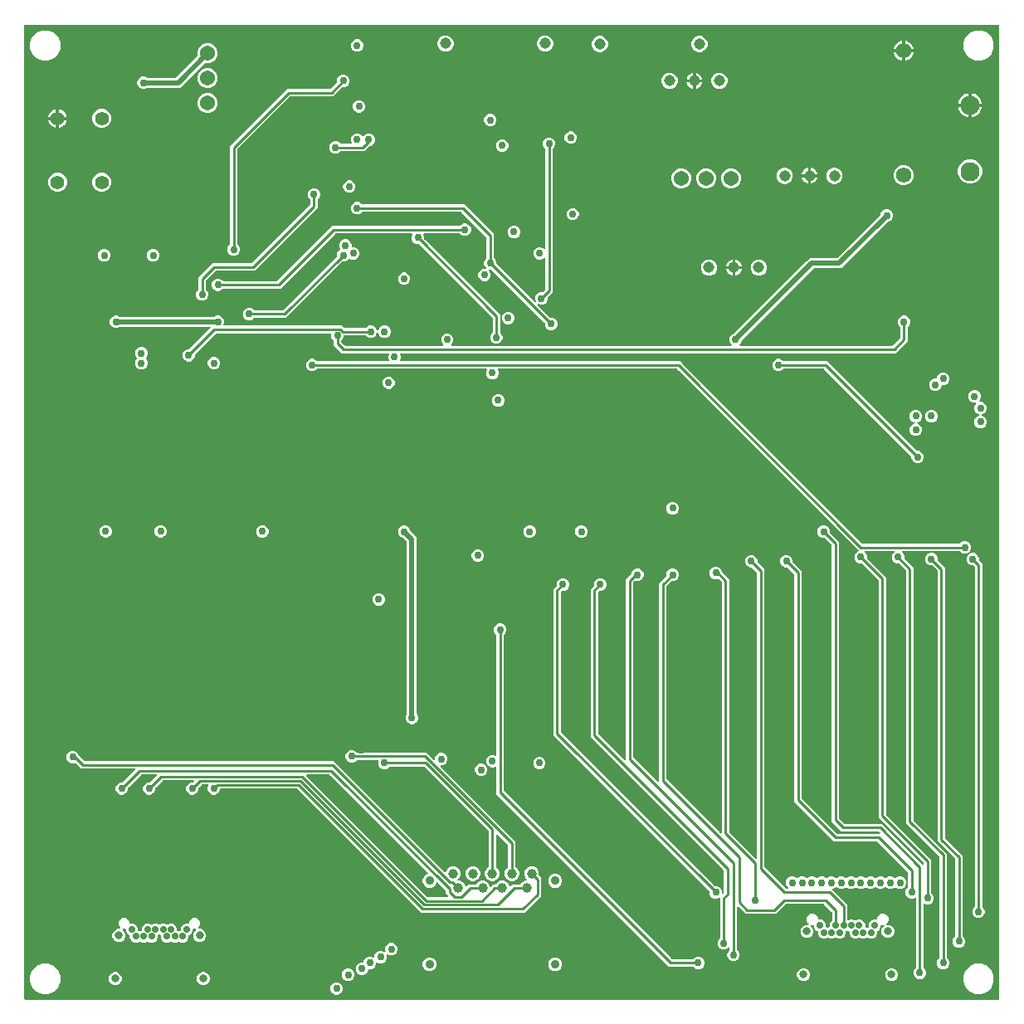
<source format=gbr>
G04 EAGLE Gerber RS-274X export*
G75*
%MOMM*%
%FSLAX34Y34*%
%LPD*%
%INCopper Layer 2*%
%IPPOS*%
%AMOC8*
5,1,8,0,0,1.08239X$1,22.5*%
G01*
%ADD10C,1.137919*%
%ADD11C,0.700000*%
%ADD12C,0.800000*%
%ADD13C,1.422400*%
%ADD14C,1.540000*%
%ADD15C,1.000000*%
%ADD16C,0.900000*%
%ADD17C,1.564638*%
%ADD18C,1.955800*%
%ADD19C,0.756400*%
%ADD20C,0.254000*%
%ADD21C,0.508000*%

G36*
X996718Y2544D02*
X996718Y2544D01*
X996737Y2542D01*
X996839Y2564D01*
X996941Y2580D01*
X996958Y2590D01*
X996978Y2594D01*
X997067Y2647D01*
X997158Y2696D01*
X997172Y2710D01*
X997189Y2720D01*
X997256Y2799D01*
X997328Y2874D01*
X997336Y2892D01*
X997349Y2907D01*
X997388Y3003D01*
X997431Y3097D01*
X997433Y3117D01*
X997441Y3135D01*
X997459Y3302D01*
X997459Y996698D01*
X997456Y996718D01*
X997458Y996737D01*
X997436Y996839D01*
X997420Y996941D01*
X997410Y996958D01*
X997406Y996978D01*
X997353Y997067D01*
X997304Y997158D01*
X997290Y997172D01*
X997280Y997189D01*
X997201Y997256D01*
X997126Y997328D01*
X997108Y997336D01*
X997093Y997349D01*
X996997Y997388D01*
X996903Y997431D01*
X996883Y997433D01*
X996865Y997441D01*
X996698Y997459D01*
X3302Y997459D01*
X3282Y997456D01*
X3263Y997458D01*
X3161Y997436D01*
X3059Y997420D01*
X3042Y997410D01*
X3022Y997406D01*
X2933Y997353D01*
X2842Y997304D01*
X2828Y997290D01*
X2811Y997280D01*
X2744Y997201D01*
X2672Y997126D01*
X2664Y997108D01*
X2651Y997093D01*
X2612Y996997D01*
X2569Y996903D01*
X2567Y996883D01*
X2559Y996865D01*
X2541Y996698D01*
X2541Y3302D01*
X2544Y3282D01*
X2542Y3263D01*
X2564Y3161D01*
X2580Y3059D01*
X2590Y3042D01*
X2594Y3022D01*
X2647Y2933D01*
X2696Y2842D01*
X2710Y2828D01*
X2720Y2811D01*
X2799Y2744D01*
X2874Y2672D01*
X2892Y2664D01*
X2907Y2651D01*
X3003Y2612D01*
X3097Y2569D01*
X3117Y2567D01*
X3135Y2559D01*
X3302Y2541D01*
X996698Y2541D01*
X996718Y2544D01*
G37*
%LPC*%
G36*
X914742Y23677D02*
X914742Y23677D01*
X912418Y24640D01*
X910640Y26418D01*
X909677Y28742D01*
X909677Y31258D01*
X910640Y33582D01*
X911966Y34908D01*
X912019Y34982D01*
X912079Y35051D01*
X912091Y35082D01*
X912110Y35108D01*
X912137Y35195D01*
X912171Y35280D01*
X912175Y35321D01*
X912182Y35343D01*
X912181Y35375D01*
X912189Y35446D01*
X912189Y105752D01*
X912182Y105798D01*
X912184Y105843D01*
X912162Y105918D01*
X912150Y105995D01*
X912128Y106036D01*
X912115Y106080D01*
X912071Y106144D01*
X912034Y106212D01*
X912001Y106244D01*
X911975Y106282D01*
X911913Y106328D01*
X911856Y106382D01*
X911814Y106401D01*
X911778Y106429D01*
X911704Y106453D01*
X911633Y106485D01*
X911587Y106490D01*
X911544Y106505D01*
X911466Y106504D01*
X911389Y106513D01*
X911344Y106503D01*
X911298Y106502D01*
X911166Y106464D01*
X911148Y106460D01*
X911144Y106458D01*
X911137Y106456D01*
X909258Y105677D01*
X906742Y105677D01*
X904418Y106640D01*
X902640Y108418D01*
X901677Y110742D01*
X901677Y113258D01*
X902640Y115582D01*
X903966Y116908D01*
X904019Y116982D01*
X904079Y117051D01*
X904091Y117082D01*
X904110Y117108D01*
X904137Y117195D01*
X904171Y117280D01*
X904175Y117321D01*
X904182Y117343D01*
X904181Y117375D01*
X904189Y117446D01*
X904189Y132106D01*
X904175Y132196D01*
X904167Y132287D01*
X904155Y132317D01*
X904150Y132349D01*
X904107Y132430D01*
X904071Y132514D01*
X904045Y132546D01*
X904034Y132566D01*
X904011Y132589D01*
X903966Y132644D01*
X872644Y163966D01*
X872571Y164019D01*
X872501Y164079D01*
X872471Y164091D01*
X872445Y164110D01*
X872358Y164137D01*
X872273Y164171D01*
X872232Y164175D01*
X872210Y164182D01*
X872177Y164181D01*
X872106Y164189D01*
X828422Y164189D01*
X788189Y204422D01*
X788189Y436106D01*
X788175Y436196D01*
X788167Y436287D01*
X788155Y436317D01*
X788150Y436349D01*
X788107Y436430D01*
X788071Y436514D01*
X788045Y436546D01*
X788034Y436566D01*
X788011Y436589D01*
X787966Y436644D01*
X781156Y443454D01*
X781083Y443507D01*
X781013Y443567D01*
X780983Y443579D01*
X780957Y443598D01*
X780870Y443625D01*
X780785Y443659D01*
X780744Y443663D01*
X780722Y443670D01*
X780689Y443669D01*
X780618Y443677D01*
X778742Y443677D01*
X776418Y444640D01*
X774640Y446418D01*
X773677Y448742D01*
X773677Y451258D01*
X774640Y453582D01*
X776418Y455360D01*
X778742Y456323D01*
X781258Y456323D01*
X783582Y455360D01*
X785360Y453582D01*
X786323Y451258D01*
X786323Y449382D01*
X786325Y449367D01*
X786324Y449355D01*
X786337Y449292D01*
X786345Y449201D01*
X786357Y449171D01*
X786362Y449139D01*
X786405Y449058D01*
X786441Y448974D01*
X786467Y448942D01*
X786478Y448922D01*
X786501Y448899D01*
X786546Y448844D01*
X795811Y439578D01*
X795811Y207894D01*
X795825Y207804D01*
X795833Y207713D01*
X795845Y207683D01*
X795850Y207651D01*
X795893Y207570D01*
X795929Y207486D01*
X795955Y207454D01*
X795966Y207434D01*
X795989Y207411D01*
X796034Y207356D01*
X831356Y172034D01*
X831429Y171981D01*
X831499Y171921D01*
X831529Y171909D01*
X831555Y171890D01*
X831642Y171863D01*
X831727Y171829D01*
X831768Y171825D01*
X831790Y171818D01*
X831823Y171819D01*
X831894Y171811D01*
X874962Y171811D01*
X875033Y171822D01*
X875105Y171824D01*
X875154Y171842D01*
X875205Y171850D01*
X875268Y171884D01*
X875336Y171909D01*
X875376Y171941D01*
X875422Y171966D01*
X875472Y172018D01*
X875528Y172062D01*
X875556Y172106D01*
X875592Y172144D01*
X875622Y172209D01*
X875661Y172269D01*
X875673Y172320D01*
X875695Y172367D01*
X875703Y172438D01*
X875721Y172508D01*
X875717Y172560D01*
X875722Y172611D01*
X875707Y172682D01*
X875702Y172753D01*
X875681Y172801D01*
X875670Y172852D01*
X875633Y172913D01*
X875605Y172979D01*
X875561Y173035D01*
X875544Y173063D01*
X875526Y173078D01*
X875501Y173110D01*
X874644Y173966D01*
X874570Y174019D01*
X874501Y174079D01*
X874471Y174091D01*
X874445Y174110D01*
X874358Y174137D01*
X874273Y174171D01*
X874232Y174175D01*
X874210Y174182D01*
X874177Y174181D01*
X874106Y174189D01*
X836422Y174189D01*
X826189Y184422D01*
X826189Y466106D01*
X826175Y466196D01*
X826167Y466287D01*
X826155Y466317D01*
X826150Y466349D01*
X826107Y466430D01*
X826071Y466514D01*
X826045Y466546D01*
X826034Y466566D01*
X826011Y466589D01*
X825966Y466644D01*
X819156Y473454D01*
X819083Y473507D01*
X819013Y473567D01*
X818983Y473579D01*
X818957Y473598D01*
X818870Y473625D01*
X818785Y473659D01*
X818744Y473663D01*
X818722Y473670D01*
X818689Y473669D01*
X818618Y473677D01*
X816742Y473677D01*
X814418Y474640D01*
X812640Y476418D01*
X811677Y478742D01*
X811677Y481258D01*
X812640Y483582D01*
X814418Y485360D01*
X816742Y486323D01*
X819258Y486323D01*
X821582Y485360D01*
X823360Y483582D01*
X824323Y481258D01*
X824323Y479382D01*
X824337Y479292D01*
X824345Y479201D01*
X824357Y479171D01*
X824362Y479139D01*
X824405Y479058D01*
X824441Y478974D01*
X824467Y478942D01*
X824478Y478922D01*
X824501Y478899D01*
X824546Y478844D01*
X833811Y469578D01*
X833811Y187894D01*
X833825Y187804D01*
X833833Y187713D01*
X833845Y187683D01*
X833850Y187651D01*
X833893Y187570D01*
X833929Y187486D01*
X833955Y187454D01*
X833966Y187434D01*
X833989Y187411D01*
X834034Y187356D01*
X839356Y182034D01*
X839429Y181981D01*
X839499Y181921D01*
X839529Y181909D01*
X839555Y181890D01*
X839642Y181863D01*
X839727Y181829D01*
X839768Y181825D01*
X839790Y181818D01*
X839823Y181819D01*
X839894Y181811D01*
X877578Y181811D01*
X880034Y179356D01*
X918890Y140499D01*
X918948Y140458D01*
X919000Y140408D01*
X919047Y140386D01*
X919089Y140356D01*
X919158Y140335D01*
X919223Y140305D01*
X919275Y140299D01*
X919325Y140284D01*
X919396Y140285D01*
X919467Y140278D01*
X919518Y140289D01*
X919570Y140290D01*
X919638Y140315D01*
X919708Y140330D01*
X919753Y140356D01*
X919801Y140374D01*
X919857Y140419D01*
X919919Y140456D01*
X919953Y140496D01*
X919993Y140528D01*
X920032Y140588D01*
X920079Y140643D01*
X920098Y140691D01*
X920126Y140735D01*
X920144Y140804D01*
X920171Y140871D01*
X920179Y140942D01*
X920187Y140974D01*
X920185Y140997D01*
X920189Y141038D01*
X920189Y142106D01*
X920175Y142196D01*
X920167Y142287D01*
X920155Y142317D01*
X920150Y142349D01*
X920107Y142430D01*
X920071Y142514D01*
X920045Y142546D01*
X920034Y142566D01*
X920011Y142589D01*
X919966Y142644D01*
X874189Y188422D01*
X874189Y430106D01*
X874175Y430196D01*
X874167Y430287D01*
X874155Y430317D01*
X874150Y430349D01*
X874107Y430430D01*
X874071Y430514D01*
X874045Y430546D01*
X874034Y430566D01*
X874011Y430589D01*
X873966Y430644D01*
X857157Y447454D01*
X857083Y447507D01*
X857013Y447567D01*
X856983Y447579D01*
X856957Y447598D01*
X856870Y447625D01*
X856785Y447659D01*
X856744Y447663D01*
X856722Y447670D01*
X856690Y447669D01*
X856618Y447677D01*
X854742Y447677D01*
X852418Y448640D01*
X850640Y450418D01*
X849677Y452742D01*
X849677Y455258D01*
X850640Y457582D01*
X852418Y459360D01*
X853369Y459754D01*
X853408Y459778D01*
X853451Y459794D01*
X853512Y459842D01*
X853578Y459883D01*
X853607Y459919D01*
X853643Y459947D01*
X853685Y460013D01*
X853734Y460073D01*
X853751Y460116D01*
X853776Y460154D01*
X853795Y460230D01*
X853823Y460302D01*
X853825Y460348D01*
X853836Y460393D01*
X853830Y460470D01*
X853833Y460548D01*
X853820Y460592D01*
X853817Y460638D01*
X853786Y460710D01*
X853764Y460784D01*
X853738Y460822D01*
X853720Y460864D01*
X853635Y460971D01*
X853624Y460986D01*
X853620Y460989D01*
X853616Y460995D01*
X668645Y645966D01*
X668571Y646019D01*
X668501Y646079D01*
X668471Y646091D01*
X668445Y646110D01*
X668358Y646137D01*
X668273Y646171D01*
X668232Y646175D01*
X668210Y646182D01*
X668178Y646181D01*
X668106Y646189D01*
X486248Y646189D01*
X486202Y646182D01*
X486157Y646184D01*
X486082Y646162D01*
X486005Y646150D01*
X485964Y646128D01*
X485920Y646115D01*
X485856Y646071D01*
X485788Y646034D01*
X485756Y646001D01*
X485718Y645975D01*
X485672Y645913D01*
X485618Y645856D01*
X485599Y645814D01*
X485571Y645778D01*
X485547Y645704D01*
X485515Y645633D01*
X485510Y645587D01*
X485495Y645544D01*
X485496Y645466D01*
X485487Y645389D01*
X485497Y645344D01*
X485498Y645298D01*
X485536Y645166D01*
X485540Y645148D01*
X485542Y645144D01*
X485544Y645137D01*
X486323Y643258D01*
X486323Y640742D01*
X485360Y638418D01*
X483582Y636640D01*
X481258Y635677D01*
X478742Y635677D01*
X476418Y636640D01*
X474640Y638418D01*
X473677Y640742D01*
X473677Y643258D01*
X474456Y645137D01*
X474466Y645181D01*
X474485Y645223D01*
X474494Y645300D01*
X474512Y645376D01*
X474507Y645422D01*
X474513Y645467D01*
X474496Y645544D01*
X474489Y645621D01*
X474470Y645663D01*
X474460Y645708D01*
X474420Y645775D01*
X474389Y645846D01*
X474358Y645880D01*
X474334Y645919D01*
X474275Y645970D01*
X474222Y646027D01*
X474182Y646049D01*
X474147Y646079D01*
X474075Y646108D01*
X474007Y646145D01*
X473962Y646154D01*
X473919Y646171D01*
X473783Y646186D01*
X473765Y646189D01*
X473760Y646188D01*
X473752Y646189D01*
X301446Y646189D01*
X301356Y646175D01*
X301265Y646167D01*
X301236Y646155D01*
X301204Y646150D01*
X301123Y646107D01*
X301039Y646071D01*
X301007Y646045D01*
X300986Y646034D01*
X300964Y646011D01*
X300908Y645966D01*
X299582Y644640D01*
X297258Y643677D01*
X294742Y643677D01*
X292418Y644640D01*
X290640Y646418D01*
X289677Y648742D01*
X289677Y651258D01*
X290640Y653582D01*
X292418Y655360D01*
X294742Y656323D01*
X297258Y656323D01*
X299582Y655360D01*
X300908Y654034D01*
X300982Y653981D01*
X301051Y653921D01*
X301082Y653909D01*
X301108Y653890D01*
X301195Y653863D01*
X301280Y653829D01*
X301321Y653825D01*
X301343Y653818D01*
X301375Y653819D01*
X301446Y653811D01*
X373752Y653811D01*
X373798Y653818D01*
X373843Y653816D01*
X373918Y653838D01*
X373995Y653850D01*
X374036Y653872D01*
X374080Y653885D01*
X374144Y653929D01*
X374212Y653966D01*
X374244Y653999D01*
X374282Y654025D01*
X374328Y654087D01*
X374382Y654144D01*
X374401Y654186D01*
X374429Y654222D01*
X374453Y654296D01*
X374485Y654367D01*
X374490Y654413D01*
X374505Y654456D01*
X374504Y654534D01*
X374513Y654611D01*
X374503Y654656D01*
X374502Y654702D01*
X374464Y654834D01*
X374460Y654852D01*
X374458Y654856D01*
X374456Y654863D01*
X373677Y656742D01*
X373677Y659258D01*
X374456Y661137D01*
X374466Y661181D01*
X374485Y661223D01*
X374494Y661300D01*
X374512Y661376D01*
X374507Y661422D01*
X374513Y661467D01*
X374496Y661544D01*
X374489Y661621D01*
X374470Y661663D01*
X374460Y661708D01*
X374420Y661775D01*
X374389Y661846D01*
X374358Y661880D01*
X374334Y661919D01*
X374275Y661970D01*
X374222Y662027D01*
X374182Y662049D01*
X374147Y662079D01*
X374075Y662108D01*
X374007Y662145D01*
X373962Y662154D01*
X373919Y662171D01*
X373783Y662186D01*
X373765Y662189D01*
X373760Y662188D01*
X373752Y662189D01*
X326422Y662189D01*
X318189Y670422D01*
X318189Y674554D01*
X318175Y674644D01*
X318167Y674735D01*
X318155Y674764D01*
X318150Y674796D01*
X318107Y674877D01*
X318071Y674961D01*
X318045Y674993D01*
X318034Y675014D01*
X318011Y675036D01*
X317966Y675092D01*
X316640Y676418D01*
X315677Y678742D01*
X315677Y681258D01*
X315761Y681459D01*
X315771Y681503D01*
X315790Y681545D01*
X315799Y681622D01*
X315817Y681698D01*
X315812Y681744D01*
X315817Y681789D01*
X315801Y681866D01*
X315794Y681943D01*
X315775Y681985D01*
X315765Y682030D01*
X315725Y682097D01*
X315694Y682168D01*
X315663Y682202D01*
X315639Y682241D01*
X315580Y682292D01*
X315527Y682349D01*
X315487Y682371D01*
X315452Y682401D01*
X315380Y682430D01*
X315312Y682467D01*
X315267Y682476D01*
X315224Y682493D01*
X315088Y682508D01*
X315070Y682511D01*
X315065Y682510D01*
X315057Y682511D01*
X198216Y682511D01*
X198126Y682497D01*
X198035Y682489D01*
X198005Y682477D01*
X197973Y682472D01*
X197892Y682429D01*
X197808Y682393D01*
X197776Y682367D01*
X197756Y682356D01*
X197733Y682333D01*
X197678Y682288D01*
X176546Y661156D01*
X176493Y661083D01*
X176433Y661013D01*
X176421Y660983D01*
X176402Y660957D01*
X176375Y660870D01*
X176341Y660785D01*
X176337Y660744D01*
X176330Y660722D01*
X176331Y660689D01*
X176323Y660618D01*
X176323Y658742D01*
X175360Y656418D01*
X173582Y654640D01*
X171258Y653677D01*
X168742Y653677D01*
X166418Y654640D01*
X164640Y656418D01*
X163677Y658742D01*
X163677Y661258D01*
X164640Y663582D01*
X166418Y665360D01*
X168742Y666323D01*
X170618Y666323D01*
X170708Y666337D01*
X170799Y666345D01*
X170829Y666357D01*
X170861Y666362D01*
X170942Y666405D01*
X171026Y666441D01*
X171058Y666467D01*
X171078Y666478D01*
X171101Y666501D01*
X171106Y666505D01*
X171106Y666506D01*
X171107Y666506D01*
X171156Y666546D01*
X192231Y687620D01*
X192272Y687678D01*
X192322Y687730D01*
X192344Y687777D01*
X192374Y687819D01*
X192395Y687888D01*
X192425Y687953D01*
X192431Y688005D01*
X192446Y688055D01*
X192445Y688126D01*
X192452Y688197D01*
X192441Y688248D01*
X192440Y688300D01*
X192415Y688368D01*
X192400Y688438D01*
X192374Y688483D01*
X192356Y688531D01*
X192311Y688587D01*
X192274Y688649D01*
X192234Y688683D01*
X192202Y688723D01*
X192142Y688762D01*
X192087Y688809D01*
X192039Y688828D01*
X191995Y688856D01*
X191926Y688874D01*
X191859Y688901D01*
X191788Y688909D01*
X191756Y688917D01*
X191733Y688915D01*
X191692Y688919D01*
X100176Y688919D01*
X100086Y688905D01*
X99995Y688897D01*
X99966Y688885D01*
X99934Y688880D01*
X99853Y688837D01*
X99769Y688801D01*
X99737Y688775D01*
X99716Y688764D01*
X99694Y688741D01*
X99638Y688696D01*
X99582Y688640D01*
X97258Y687677D01*
X94742Y687677D01*
X92418Y688640D01*
X90640Y690418D01*
X89677Y692742D01*
X89677Y695258D01*
X90640Y697582D01*
X92418Y699360D01*
X94742Y700323D01*
X97258Y700323D01*
X99582Y699360D01*
X99638Y699304D01*
X99712Y699251D01*
X99781Y699191D01*
X99812Y699179D01*
X99838Y699160D01*
X99925Y699133D01*
X100010Y699099D01*
X100051Y699095D01*
X100073Y699088D01*
X100105Y699089D01*
X100176Y699081D01*
X195824Y699081D01*
X195914Y699095D01*
X196005Y699103D01*
X196034Y699115D01*
X196066Y699120D01*
X196147Y699163D01*
X196231Y699199D01*
X196263Y699225D01*
X196284Y699236D01*
X196287Y699239D01*
X196288Y699239D01*
X196307Y699260D01*
X196362Y699304D01*
X196418Y699360D01*
X198742Y700323D01*
X201258Y700323D01*
X203582Y699360D01*
X205360Y697582D01*
X206323Y695258D01*
X206323Y692742D01*
X205678Y691185D01*
X205667Y691141D01*
X205648Y691099D01*
X205639Y691022D01*
X205622Y690946D01*
X205626Y690900D01*
X205621Y690855D01*
X205637Y690778D01*
X205645Y690701D01*
X205663Y690659D01*
X205673Y690614D01*
X205713Y690547D01*
X205745Y690476D01*
X205776Y690442D01*
X205799Y690403D01*
X205858Y690352D01*
X205911Y690295D01*
X205951Y690273D01*
X205986Y690243D01*
X206058Y690214D01*
X206127Y690177D01*
X206172Y690168D01*
X206214Y690151D01*
X206350Y690136D01*
X206369Y690133D01*
X206374Y690134D01*
X206381Y690133D01*
X326197Y690133D01*
X328296Y688034D01*
X328370Y687981D01*
X328440Y687921D01*
X328470Y687909D01*
X328496Y687890D01*
X328583Y687863D01*
X328668Y687829D01*
X328709Y687825D01*
X328731Y687818D01*
X328763Y687819D01*
X328834Y687811D01*
X350554Y687811D01*
X350644Y687825D01*
X350735Y687833D01*
X350764Y687845D01*
X350796Y687850D01*
X350877Y687893D01*
X350961Y687929D01*
X350993Y687955D01*
X351014Y687966D01*
X351036Y687989D01*
X351092Y688034D01*
X352418Y689360D01*
X354742Y690323D01*
X357258Y690323D01*
X359582Y689360D01*
X361360Y687582D01*
X362297Y685321D01*
X362335Y685260D01*
X362364Y685194D01*
X362399Y685156D01*
X362426Y685111D01*
X362482Y685066D01*
X362530Y685013D01*
X362576Y684988D01*
X362616Y684955D01*
X362683Y684929D01*
X362746Y684894D01*
X362797Y684885D01*
X362845Y684866D01*
X362917Y684863D01*
X362988Y684851D01*
X363039Y684858D01*
X363091Y684856D01*
X363160Y684876D01*
X363231Y684886D01*
X363277Y684910D01*
X363327Y684925D01*
X363386Y684965D01*
X363450Y684998D01*
X363487Y685035D01*
X363529Y685065D01*
X363572Y685122D01*
X363622Y685174D01*
X363657Y685236D01*
X363676Y685262D01*
X363683Y685284D01*
X363703Y685321D01*
X364640Y687582D01*
X366418Y689360D01*
X368742Y690323D01*
X371258Y690323D01*
X373582Y689360D01*
X375360Y687582D01*
X376323Y685258D01*
X376323Y682742D01*
X375360Y680418D01*
X373582Y678640D01*
X371258Y677677D01*
X368742Y677677D01*
X366418Y678640D01*
X364640Y680418D01*
X363703Y682679D01*
X363665Y682741D01*
X363636Y682806D01*
X363601Y682844D01*
X363574Y682889D01*
X363518Y682934D01*
X363470Y682987D01*
X363424Y683012D01*
X363384Y683045D01*
X363317Y683071D01*
X363254Y683106D01*
X363203Y683115D01*
X363155Y683134D01*
X363083Y683137D01*
X363012Y683149D01*
X362961Y683142D01*
X362909Y683144D01*
X362840Y683124D01*
X362769Y683114D01*
X362723Y683090D01*
X362673Y683075D01*
X362614Y683035D01*
X362550Y683002D01*
X362513Y682965D01*
X362471Y682935D01*
X362428Y682878D01*
X362378Y682826D01*
X362343Y682764D01*
X362324Y682738D01*
X362317Y682716D01*
X362297Y682679D01*
X361360Y680418D01*
X359582Y678640D01*
X357258Y677677D01*
X354742Y677677D01*
X352418Y678640D01*
X351092Y679966D01*
X351018Y680019D01*
X350949Y680079D01*
X350918Y680091D01*
X350892Y680110D01*
X350805Y680137D01*
X350720Y680171D01*
X350679Y680175D01*
X350657Y680182D01*
X350625Y680181D01*
X350554Y680189D01*
X329084Y680189D01*
X329064Y680186D01*
X329045Y680188D01*
X328943Y680166D01*
X328841Y680150D01*
X328824Y680140D01*
X328804Y680136D01*
X328715Y680083D01*
X328624Y680034D01*
X328610Y680020D01*
X328593Y680010D01*
X328526Y679931D01*
X328454Y679856D01*
X328446Y679838D01*
X328433Y679823D01*
X328394Y679727D01*
X328351Y679633D01*
X328349Y679613D01*
X328341Y679595D01*
X328323Y679428D01*
X328323Y678742D01*
X327360Y676418D01*
X326034Y675092D01*
X325981Y675018D01*
X325921Y674949D01*
X325909Y674918D01*
X325890Y674892D01*
X325863Y674805D01*
X325829Y674720D01*
X325825Y674679D01*
X325818Y674657D01*
X325819Y674625D01*
X325811Y674554D01*
X325811Y673894D01*
X325825Y673804D01*
X325833Y673713D01*
X325845Y673683D01*
X325850Y673651D01*
X325893Y673570D01*
X325929Y673486D01*
X325955Y673454D01*
X325966Y673434D01*
X325989Y673411D01*
X326034Y673356D01*
X329356Y670034D01*
X329429Y669981D01*
X329499Y669921D01*
X329529Y669909D01*
X329555Y669890D01*
X329642Y669863D01*
X329727Y669829D01*
X329768Y669825D01*
X329790Y669818D01*
X329823Y669819D01*
X329894Y669811D01*
X429410Y669811D01*
X429480Y669822D01*
X429552Y669824D01*
X429601Y669842D01*
X429653Y669850D01*
X429716Y669884D01*
X429783Y669909D01*
X429824Y669941D01*
X429870Y669966D01*
X429919Y670018D01*
X429975Y670062D01*
X430003Y670106D01*
X430039Y670144D01*
X430069Y670209D01*
X430108Y670269D01*
X430121Y670320D01*
X430143Y670367D01*
X430151Y670438D01*
X430168Y670508D01*
X430164Y670560D01*
X430170Y670611D01*
X430155Y670682D01*
X430149Y670753D01*
X430129Y670801D01*
X430118Y670852D01*
X430081Y670913D01*
X430053Y670979D01*
X430008Y671035D01*
X429992Y671063D01*
X429974Y671078D01*
X429948Y671110D01*
X428640Y672418D01*
X427677Y674742D01*
X427677Y677258D01*
X428640Y679582D01*
X430418Y681360D01*
X432742Y682323D01*
X435258Y682323D01*
X437582Y681360D01*
X439360Y679582D01*
X440323Y677258D01*
X440323Y674742D01*
X439360Y672418D01*
X438052Y671110D01*
X438010Y671052D01*
X437961Y671000D01*
X437939Y670953D01*
X437908Y670911D01*
X437887Y670842D01*
X437857Y670777D01*
X437851Y670725D01*
X437836Y670675D01*
X437838Y670604D01*
X437830Y670533D01*
X437841Y670482D01*
X437842Y670430D01*
X437867Y670362D01*
X437882Y670292D01*
X437909Y670247D01*
X437927Y670199D01*
X437972Y670143D01*
X438008Y670081D01*
X438048Y670047D01*
X438081Y670007D01*
X438141Y669968D01*
X438195Y669921D01*
X438244Y669902D01*
X438287Y669874D01*
X438357Y669856D01*
X438424Y669829D01*
X438495Y669821D01*
X438526Y669813D01*
X438549Y669815D01*
X438590Y669811D01*
X723410Y669811D01*
X723480Y669822D01*
X723552Y669824D01*
X723601Y669842D01*
X723653Y669850D01*
X723716Y669884D01*
X723783Y669909D01*
X723824Y669941D01*
X723870Y669966D01*
X723919Y670018D01*
X723975Y670062D01*
X724003Y670106D01*
X724039Y670144D01*
X724069Y670209D01*
X724108Y670269D01*
X724121Y670320D01*
X724143Y670367D01*
X724151Y670438D01*
X724168Y670508D01*
X724164Y670560D01*
X724170Y670611D01*
X724155Y670682D01*
X724149Y670753D01*
X724129Y670801D01*
X724118Y670852D01*
X724081Y670913D01*
X724053Y670979D01*
X724008Y671035D01*
X723992Y671063D01*
X723974Y671078D01*
X723948Y671110D01*
X722640Y672418D01*
X721677Y674742D01*
X721677Y677258D01*
X722640Y679582D01*
X724418Y681360D01*
X726742Y682323D01*
X726822Y682323D01*
X726912Y682337D01*
X727003Y682345D01*
X727033Y682357D01*
X727065Y682362D01*
X727146Y682405D01*
X727229Y682441D01*
X727262Y682467D01*
X727282Y682478D01*
X727295Y682491D01*
X727297Y682492D01*
X727308Y682503D01*
X727360Y682546D01*
X800696Y755882D01*
X803895Y759081D01*
X831580Y759081D01*
X831670Y759095D01*
X831761Y759103D01*
X831791Y759115D01*
X831823Y759120D01*
X831904Y759163D01*
X831987Y759199D01*
X832020Y759225D01*
X832040Y759236D01*
X832062Y759259D01*
X832118Y759304D01*
X876054Y803240D01*
X876107Y803313D01*
X876167Y803383D01*
X876179Y803413D01*
X876198Y803439D01*
X876225Y803526D01*
X876259Y803611D01*
X876263Y803652D01*
X876270Y803674D01*
X876269Y803707D01*
X876277Y803778D01*
X876277Y803858D01*
X877240Y806182D01*
X879018Y807960D01*
X881342Y808923D01*
X883858Y808923D01*
X886182Y807960D01*
X887960Y806182D01*
X888923Y803858D01*
X888923Y801342D01*
X887960Y799018D01*
X886182Y797240D01*
X883858Y796277D01*
X883778Y796277D01*
X883688Y796263D01*
X883597Y796255D01*
X883567Y796243D01*
X883535Y796238D01*
X883454Y796195D01*
X883371Y796159D01*
X883338Y796133D01*
X883318Y796122D01*
X883296Y796099D01*
X883240Y796054D01*
X836105Y748919D01*
X808420Y748919D01*
X808330Y748905D01*
X808239Y748897D01*
X808209Y748885D01*
X808177Y748880D01*
X808096Y748837D01*
X808012Y748801D01*
X807980Y748775D01*
X807960Y748764D01*
X807937Y748741D01*
X807882Y748696D01*
X734546Y675360D01*
X734493Y675287D01*
X734433Y675217D01*
X734421Y675187D01*
X734402Y675161D01*
X734375Y675074D01*
X734341Y674989D01*
X734337Y674948D01*
X734330Y674926D01*
X734331Y674893D01*
X734323Y674822D01*
X734323Y674742D01*
X733360Y672418D01*
X732052Y671110D01*
X732010Y671052D01*
X731961Y671000D01*
X731939Y670953D01*
X731908Y670911D01*
X731887Y670842D01*
X731857Y670777D01*
X731851Y670725D01*
X731836Y670675D01*
X731838Y670604D01*
X731830Y670533D01*
X731841Y670482D01*
X731842Y670430D01*
X731867Y670362D01*
X731882Y670292D01*
X731909Y670247D01*
X731927Y670199D01*
X731972Y670143D01*
X732008Y670081D01*
X732048Y670047D01*
X732081Y670007D01*
X732141Y669968D01*
X732195Y669921D01*
X732244Y669902D01*
X732287Y669874D01*
X732357Y669856D01*
X732424Y669829D01*
X732495Y669821D01*
X732526Y669813D01*
X732549Y669815D01*
X732590Y669811D01*
X888106Y669811D01*
X888196Y669825D01*
X888287Y669833D01*
X888317Y669845D01*
X888349Y669850D01*
X888430Y669893D01*
X888514Y669929D01*
X888546Y669955D01*
X888566Y669966D01*
X888589Y669989D01*
X888644Y670034D01*
X895966Y677356D01*
X896019Y677429D01*
X896079Y677499D01*
X896091Y677529D01*
X896110Y677555D01*
X896137Y677642D01*
X896171Y677727D01*
X896175Y677768D01*
X896182Y677790D01*
X896181Y677823D01*
X896189Y677894D01*
X896189Y688554D01*
X896175Y688644D01*
X896167Y688735D01*
X896155Y688764D01*
X896150Y688796D01*
X896107Y688877D01*
X896071Y688961D01*
X896045Y688993D01*
X896034Y689014D01*
X896011Y689036D01*
X895966Y689092D01*
X894640Y690418D01*
X893677Y692742D01*
X893677Y695258D01*
X894640Y697582D01*
X896418Y699360D01*
X898742Y700323D01*
X901258Y700323D01*
X903582Y699360D01*
X905360Y697582D01*
X906323Y695258D01*
X906323Y692742D01*
X905360Y690418D01*
X904034Y689092D01*
X903981Y689018D01*
X903921Y688949D01*
X903909Y688918D01*
X903890Y688892D01*
X903863Y688805D01*
X903829Y688720D01*
X903825Y688679D01*
X903818Y688657D01*
X903819Y688625D01*
X903811Y688554D01*
X903811Y674422D01*
X891578Y662189D01*
X386248Y662189D01*
X386202Y662182D01*
X386157Y662184D01*
X386082Y662162D01*
X386005Y662150D01*
X385964Y662128D01*
X385920Y662115D01*
X385856Y662071D01*
X385788Y662034D01*
X385756Y662001D01*
X385718Y661975D01*
X385672Y661913D01*
X385618Y661856D01*
X385599Y661814D01*
X385571Y661778D01*
X385547Y661704D01*
X385515Y661633D01*
X385510Y661587D01*
X385495Y661544D01*
X385496Y661466D01*
X385487Y661389D01*
X385497Y661344D01*
X385498Y661298D01*
X385536Y661166D01*
X385540Y661148D01*
X385542Y661144D01*
X385544Y661137D01*
X386323Y659258D01*
X386323Y656742D01*
X385544Y654863D01*
X385534Y654819D01*
X385515Y654777D01*
X385506Y654700D01*
X385488Y654624D01*
X385493Y654578D01*
X385487Y654533D01*
X385504Y654456D01*
X385511Y654379D01*
X385530Y654337D01*
X385540Y654292D01*
X385580Y654225D01*
X385611Y654154D01*
X385642Y654120D01*
X385666Y654081D01*
X385725Y654030D01*
X385778Y653973D01*
X385818Y653951D01*
X385853Y653921D01*
X385925Y653892D01*
X385993Y653855D01*
X386038Y653846D01*
X386081Y653829D01*
X386217Y653814D01*
X386235Y653811D01*
X386240Y653812D01*
X386248Y653811D01*
X671578Y653811D01*
X674034Y651356D01*
X674034Y651355D01*
X857356Y468034D01*
X857429Y467981D01*
X857499Y467921D01*
X857529Y467909D01*
X857555Y467890D01*
X857642Y467863D01*
X857727Y467829D01*
X857768Y467825D01*
X857790Y467818D01*
X857823Y467819D01*
X857894Y467811D01*
X956554Y467811D01*
X956644Y467825D01*
X956735Y467833D01*
X956765Y467845D01*
X956796Y467850D01*
X956877Y467893D01*
X956961Y467929D01*
X956993Y467955D01*
X957014Y467966D01*
X957036Y467989D01*
X957092Y468034D01*
X958418Y469360D01*
X960742Y470323D01*
X963258Y470323D01*
X965582Y469360D01*
X967360Y467582D01*
X968323Y465258D01*
X968323Y462742D01*
X967360Y460418D01*
X965582Y458640D01*
X963258Y457677D01*
X960742Y457677D01*
X958418Y458640D01*
X957092Y459966D01*
X957018Y460019D01*
X956949Y460079D01*
X956919Y460091D01*
X956892Y460110D01*
X956805Y460137D01*
X956720Y460171D01*
X956680Y460175D01*
X956657Y460182D01*
X956625Y460181D01*
X956554Y460189D01*
X898590Y460189D01*
X898520Y460178D01*
X898448Y460176D01*
X898399Y460158D01*
X898347Y460150D01*
X898284Y460116D01*
X898217Y460091D01*
X898176Y460059D01*
X898130Y460034D01*
X898081Y459982D01*
X898025Y459938D01*
X897997Y459894D01*
X897961Y459856D01*
X897931Y459791D01*
X897892Y459731D01*
X897879Y459680D01*
X897857Y459633D01*
X897849Y459562D01*
X897832Y459492D01*
X897836Y459440D01*
X897830Y459389D01*
X897845Y459318D01*
X897851Y459247D01*
X897871Y459199D01*
X897882Y459148D01*
X897919Y459087D01*
X897947Y459021D01*
X897992Y458965D01*
X898008Y458937D01*
X898026Y458922D01*
X898052Y458890D01*
X899360Y457582D01*
X900323Y455258D01*
X900323Y453382D01*
X900337Y453292D01*
X900345Y453201D01*
X900357Y453171D01*
X900362Y453139D01*
X900405Y453058D01*
X900441Y452974D01*
X900467Y452942D01*
X900478Y452922D01*
X900501Y452899D01*
X900546Y452844D01*
X909811Y443578D01*
X909811Y185894D01*
X909825Y185804D01*
X909833Y185713D01*
X909845Y185683D01*
X909850Y185651D01*
X909893Y185570D01*
X909929Y185486D01*
X909955Y185454D01*
X909966Y185434D01*
X909989Y185411D01*
X910034Y185356D01*
X943811Y151578D01*
X943811Y45446D01*
X943825Y45356D01*
X943833Y45265D01*
X943845Y45236D01*
X943850Y45204D01*
X943893Y45123D01*
X943929Y45039D01*
X943955Y45007D01*
X943966Y44986D01*
X943989Y44964D01*
X944034Y44908D01*
X945360Y43582D01*
X946323Y41258D01*
X946323Y38742D01*
X945360Y36418D01*
X943582Y34640D01*
X941258Y33677D01*
X938742Y33677D01*
X936418Y34640D01*
X934640Y36418D01*
X933677Y38742D01*
X933677Y41258D01*
X934640Y43582D01*
X935966Y44908D01*
X936019Y44982D01*
X936079Y45051D01*
X936091Y45082D01*
X936110Y45108D01*
X936137Y45195D01*
X936171Y45280D01*
X936175Y45321D01*
X936182Y45343D01*
X936181Y45375D01*
X936189Y45446D01*
X936189Y148106D01*
X936175Y148196D01*
X936167Y148287D01*
X936155Y148317D01*
X936150Y148349D01*
X936107Y148430D01*
X936071Y148514D01*
X936045Y148546D01*
X936034Y148566D01*
X936011Y148589D01*
X935966Y148644D01*
X902189Y182422D01*
X902189Y440106D01*
X902175Y440196D01*
X902167Y440287D01*
X902155Y440317D01*
X902150Y440349D01*
X902107Y440430D01*
X902071Y440514D01*
X902045Y440546D01*
X902034Y440566D01*
X902011Y440589D01*
X901966Y440644D01*
X895156Y447454D01*
X895083Y447507D01*
X895013Y447567D01*
X894983Y447579D01*
X894957Y447598D01*
X894870Y447625D01*
X894785Y447659D01*
X894744Y447663D01*
X894722Y447670D01*
X894689Y447669D01*
X894618Y447677D01*
X892742Y447677D01*
X890418Y448640D01*
X888640Y450418D01*
X887677Y452742D01*
X887677Y455258D01*
X888640Y457582D01*
X889948Y458890D01*
X889990Y458948D01*
X890039Y459000D01*
X890061Y459047D01*
X890092Y459089D01*
X890113Y459158D01*
X890143Y459223D01*
X890149Y459275D01*
X890164Y459325D01*
X890162Y459396D01*
X890170Y459467D01*
X890159Y459518D01*
X890158Y459570D01*
X890133Y459638D01*
X890118Y459708D01*
X890091Y459753D01*
X890073Y459801D01*
X890028Y459857D01*
X889992Y459919D01*
X889952Y459953D01*
X889919Y459993D01*
X889859Y460032D01*
X889805Y460079D01*
X889756Y460098D01*
X889713Y460126D01*
X889643Y460144D01*
X889576Y460171D01*
X889505Y460179D01*
X889474Y460187D01*
X889451Y460185D01*
X889410Y460189D01*
X860590Y460189D01*
X860520Y460178D01*
X860448Y460176D01*
X860399Y460158D01*
X860347Y460150D01*
X860284Y460116D01*
X860217Y460091D01*
X860176Y460059D01*
X860130Y460034D01*
X860081Y459982D01*
X860025Y459938D01*
X859997Y459894D01*
X859961Y459856D01*
X859931Y459791D01*
X859892Y459731D01*
X859879Y459680D01*
X859857Y459633D01*
X859849Y459562D01*
X859832Y459492D01*
X859836Y459440D01*
X859830Y459389D01*
X859845Y459318D01*
X859851Y459247D01*
X859871Y459199D01*
X859882Y459148D01*
X859919Y459087D01*
X859947Y459021D01*
X859992Y458965D01*
X860008Y458937D01*
X860026Y458922D01*
X860052Y458890D01*
X861360Y457582D01*
X862323Y455258D01*
X862323Y453382D01*
X862337Y453292D01*
X862345Y453201D01*
X862357Y453171D01*
X862362Y453139D01*
X862405Y453058D01*
X862441Y452974D01*
X862467Y452942D01*
X862478Y452922D01*
X862501Y452899D01*
X862546Y452843D01*
X879356Y436034D01*
X881811Y433578D01*
X881811Y191894D01*
X881825Y191804D01*
X881833Y191713D01*
X881845Y191683D01*
X881850Y191651D01*
X881893Y191570D01*
X881929Y191486D01*
X881955Y191454D01*
X881966Y191434D01*
X881989Y191411D01*
X882034Y191356D01*
X927811Y145578D01*
X927811Y111446D01*
X927825Y111356D01*
X927833Y111265D01*
X927845Y111236D01*
X927850Y111204D01*
X927893Y111123D01*
X927929Y111039D01*
X927955Y111007D01*
X927966Y110986D01*
X927989Y110964D01*
X928034Y110908D01*
X929360Y109582D01*
X930323Y107258D01*
X930323Y104742D01*
X929360Y102418D01*
X927582Y100640D01*
X925258Y99677D01*
X922742Y99677D01*
X920863Y100456D01*
X920819Y100466D01*
X920777Y100485D01*
X920700Y100494D01*
X920624Y100512D01*
X920578Y100507D01*
X920533Y100513D01*
X920456Y100496D01*
X920379Y100489D01*
X920337Y100470D01*
X920292Y100460D01*
X920225Y100420D01*
X920154Y100389D01*
X920120Y100358D01*
X920081Y100334D01*
X920030Y100275D01*
X919973Y100222D01*
X919951Y100182D01*
X919921Y100147D01*
X919892Y100075D01*
X919855Y100007D01*
X919846Y99962D01*
X919829Y99919D01*
X919814Y99783D01*
X919811Y99765D01*
X919812Y99760D01*
X919811Y99752D01*
X919811Y35446D01*
X919825Y35356D01*
X919833Y35265D01*
X919845Y35236D01*
X919850Y35204D01*
X919893Y35123D01*
X919929Y35039D01*
X919955Y35007D01*
X919966Y34986D01*
X919989Y34964D01*
X920034Y34908D01*
X921360Y33582D01*
X922323Y31258D01*
X922323Y28742D01*
X921360Y26418D01*
X919582Y24640D01*
X917258Y23677D01*
X914742Y23677D01*
G37*
%LPD*%
%LPC*%
G36*
X724742Y41677D02*
X724742Y41677D01*
X722418Y42640D01*
X720640Y44418D01*
X719677Y46742D01*
X719677Y49258D01*
X720640Y51582D01*
X721966Y52908D01*
X722019Y52982D01*
X722079Y53051D01*
X722091Y53082D01*
X722110Y53108D01*
X722137Y53195D01*
X722171Y53280D01*
X722175Y53321D01*
X722182Y53343D01*
X722181Y53375D01*
X722189Y53446D01*
X722189Y55410D01*
X722178Y55480D01*
X722176Y55552D01*
X722158Y55601D01*
X722150Y55653D01*
X722116Y55716D01*
X722091Y55783D01*
X722059Y55824D01*
X722034Y55870D01*
X721982Y55919D01*
X721938Y55975D01*
X721894Y56003D01*
X721856Y56039D01*
X721791Y56069D01*
X721731Y56108D01*
X721680Y56121D01*
X721633Y56143D01*
X721562Y56151D01*
X721492Y56168D01*
X721440Y56164D01*
X721389Y56170D01*
X721318Y56155D01*
X721247Y56149D01*
X721199Y56129D01*
X721148Y56118D01*
X721087Y56081D01*
X721021Y56053D01*
X720965Y56008D01*
X720937Y55992D01*
X720922Y55974D01*
X720890Y55948D01*
X719582Y54640D01*
X717258Y53677D01*
X714742Y53677D01*
X712418Y54640D01*
X710640Y56418D01*
X709677Y58742D01*
X709677Y61258D01*
X710640Y63582D01*
X711966Y64908D01*
X712019Y64982D01*
X712079Y65051D01*
X712091Y65082D01*
X712110Y65108D01*
X712137Y65195D01*
X712171Y65280D01*
X712175Y65321D01*
X712182Y65343D01*
X712181Y65375D01*
X712189Y65446D01*
X712189Y105752D01*
X712182Y105798D01*
X712184Y105843D01*
X712162Y105918D01*
X712150Y105995D01*
X712128Y106036D01*
X712115Y106080D01*
X712071Y106144D01*
X712034Y106212D01*
X712001Y106244D01*
X711975Y106282D01*
X711913Y106328D01*
X711856Y106382D01*
X711814Y106401D01*
X711778Y106429D01*
X711704Y106453D01*
X711633Y106485D01*
X711587Y106490D01*
X711544Y106505D01*
X711466Y106504D01*
X711389Y106513D01*
X711344Y106503D01*
X711298Y106502D01*
X711166Y106464D01*
X711148Y106460D01*
X711144Y106458D01*
X711137Y106456D01*
X709258Y105677D01*
X706742Y105677D01*
X704418Y106640D01*
X702640Y108418D01*
X701677Y110742D01*
X701677Y112618D01*
X701663Y112708D01*
X701655Y112799D01*
X701643Y112829D01*
X701638Y112861D01*
X701595Y112942D01*
X701559Y113026D01*
X701533Y113058D01*
X701522Y113078D01*
X701499Y113101D01*
X701454Y113156D01*
X542189Y272422D01*
X542189Y421578D01*
X545454Y424844D01*
X545507Y424917D01*
X545567Y424987D01*
X545579Y425017D01*
X545598Y425043D01*
X545625Y425130D01*
X545659Y425215D01*
X545663Y425256D01*
X545670Y425278D01*
X545669Y425311D01*
X545677Y425382D01*
X545677Y427258D01*
X546640Y429582D01*
X548418Y431360D01*
X550742Y432323D01*
X553258Y432323D01*
X555582Y431360D01*
X557360Y429582D01*
X558323Y427258D01*
X558323Y424742D01*
X557360Y422418D01*
X555582Y420640D01*
X553258Y419677D01*
X551382Y419677D01*
X551292Y419663D01*
X551201Y419655D01*
X551171Y419643D01*
X551139Y419638D01*
X551058Y419595D01*
X550974Y419559D01*
X550942Y419533D01*
X550922Y419522D01*
X550899Y419499D01*
X550844Y419454D01*
X550034Y418644D01*
X549981Y418571D01*
X549921Y418501D01*
X549909Y418471D01*
X549890Y418445D01*
X549863Y418358D01*
X549829Y418273D01*
X549825Y418232D01*
X549818Y418210D01*
X549819Y418177D01*
X549811Y418106D01*
X549811Y275894D01*
X549825Y275804D01*
X549833Y275713D01*
X549845Y275683D01*
X549850Y275651D01*
X549893Y275570D01*
X549929Y275486D01*
X549955Y275454D01*
X549966Y275434D01*
X549989Y275411D01*
X550034Y275356D01*
X706844Y118546D01*
X706917Y118493D01*
X706987Y118433D01*
X707017Y118421D01*
X707043Y118402D01*
X707130Y118375D01*
X707215Y118341D01*
X707256Y118337D01*
X707278Y118330D01*
X707311Y118331D01*
X707382Y118323D01*
X709258Y118323D01*
X711582Y117360D01*
X713360Y115582D01*
X714323Y113258D01*
X714323Y111550D01*
X714334Y111479D01*
X714336Y111407D01*
X714354Y111358D01*
X714362Y111307D01*
X714396Y111244D01*
X714421Y111176D01*
X714453Y111136D01*
X714478Y111090D01*
X714529Y111040D01*
X714574Y110984D01*
X714618Y110956D01*
X714656Y110920D01*
X714721Y110890D01*
X714781Y110851D01*
X714832Y110839D01*
X714879Y110817D01*
X714950Y110809D01*
X715020Y110791D01*
X715072Y110795D01*
X715123Y110790D01*
X715194Y110805D01*
X715265Y110810D01*
X715313Y110831D01*
X715364Y110842D01*
X715425Y110879D01*
X715491Y110907D01*
X715547Y110951D01*
X715575Y110968D01*
X715590Y110986D01*
X715622Y111011D01*
X715966Y111356D01*
X716019Y111430D01*
X716079Y111499D01*
X716091Y111529D01*
X716110Y111555D01*
X716137Y111642D01*
X716171Y111727D01*
X716175Y111768D01*
X716182Y111790D01*
X716181Y111823D01*
X716189Y111894D01*
X716189Y134106D01*
X716175Y134196D01*
X716167Y134287D01*
X716155Y134317D01*
X716150Y134349D01*
X716107Y134430D01*
X716071Y134514D01*
X716045Y134546D01*
X716034Y134566D01*
X716011Y134589D01*
X715966Y134644D01*
X580189Y270422D01*
X580189Y421578D01*
X583454Y424844D01*
X583507Y424917D01*
X583567Y424987D01*
X583579Y425017D01*
X583598Y425043D01*
X583625Y425130D01*
X583659Y425215D01*
X583663Y425256D01*
X583670Y425278D01*
X583669Y425311D01*
X583677Y425382D01*
X583677Y427258D01*
X584640Y429582D01*
X586418Y431360D01*
X588742Y432323D01*
X591258Y432323D01*
X593582Y431360D01*
X595360Y429582D01*
X596323Y427258D01*
X596323Y424742D01*
X595360Y422418D01*
X593582Y420640D01*
X591258Y419677D01*
X589382Y419677D01*
X589292Y419663D01*
X589201Y419655D01*
X589171Y419643D01*
X589139Y419638D01*
X589058Y419595D01*
X588974Y419559D01*
X588942Y419533D01*
X588922Y419522D01*
X588899Y419499D01*
X588844Y419454D01*
X588034Y418644D01*
X587981Y418571D01*
X587921Y418501D01*
X587909Y418471D01*
X587890Y418445D01*
X587863Y418358D01*
X587829Y418273D01*
X587825Y418232D01*
X587818Y418210D01*
X587819Y418177D01*
X587811Y418106D01*
X587811Y273894D01*
X587825Y273804D01*
X587833Y273713D01*
X587845Y273683D01*
X587850Y273651D01*
X587893Y273570D01*
X587929Y273486D01*
X587955Y273454D01*
X587966Y273434D01*
X587989Y273411D01*
X588034Y273356D01*
X614890Y246499D01*
X614948Y246458D01*
X615000Y246408D01*
X615047Y246386D01*
X615089Y246356D01*
X615158Y246335D01*
X615223Y246305D01*
X615275Y246299D01*
X615325Y246284D01*
X615396Y246285D01*
X615467Y246278D01*
X615518Y246289D01*
X615570Y246290D01*
X615638Y246315D01*
X615708Y246330D01*
X615753Y246356D01*
X615801Y246374D01*
X615857Y246419D01*
X615919Y246456D01*
X615953Y246496D01*
X615993Y246528D01*
X616032Y246588D01*
X616079Y246643D01*
X616098Y246691D01*
X616126Y246735D01*
X616144Y246804D01*
X616171Y246871D01*
X616179Y246942D01*
X616187Y246974D01*
X616185Y246997D01*
X616189Y247038D01*
X616189Y431578D01*
X621454Y436844D01*
X621507Y436917D01*
X621567Y436987D01*
X621579Y437017D01*
X621598Y437043D01*
X621625Y437130D01*
X621629Y437142D01*
X622640Y439582D01*
X624418Y441360D01*
X626742Y442323D01*
X629258Y442323D01*
X631582Y441360D01*
X633360Y439582D01*
X634323Y437258D01*
X634323Y434742D01*
X633360Y432418D01*
X631582Y430640D01*
X629258Y429677D01*
X626742Y429677D01*
X626027Y429973D01*
X625913Y430000D01*
X625800Y430029D01*
X625794Y430028D01*
X625788Y430030D01*
X625671Y430019D01*
X625555Y430010D01*
X625549Y430007D01*
X625543Y430007D01*
X625436Y429959D01*
X625329Y429913D01*
X625323Y429909D01*
X625318Y429907D01*
X625305Y429894D01*
X625198Y429808D01*
X624034Y428644D01*
X623981Y428570D01*
X623921Y428501D01*
X623909Y428471D01*
X623890Y428445D01*
X623863Y428358D01*
X623829Y428273D01*
X623825Y428232D01*
X623818Y428210D01*
X623819Y428177D01*
X623811Y428106D01*
X623811Y249894D01*
X623825Y249804D01*
X623833Y249713D01*
X623845Y249683D01*
X623850Y249651D01*
X623893Y249570D01*
X623929Y249486D01*
X623955Y249454D01*
X623966Y249434D01*
X623989Y249411D01*
X624034Y249356D01*
X648890Y224499D01*
X648948Y224458D01*
X649000Y224408D01*
X649047Y224386D01*
X649089Y224356D01*
X649158Y224335D01*
X649223Y224305D01*
X649275Y224299D01*
X649325Y224284D01*
X649396Y224285D01*
X649467Y224278D01*
X649518Y224289D01*
X649570Y224290D01*
X649638Y224315D01*
X649708Y224330D01*
X649753Y224356D01*
X649801Y224374D01*
X649857Y224419D01*
X649919Y224456D01*
X649953Y224496D01*
X649993Y224528D01*
X650032Y224588D01*
X650079Y224643D01*
X650098Y224691D01*
X650126Y224735D01*
X650144Y224804D01*
X650171Y224871D01*
X650179Y224942D01*
X650187Y224974D01*
X650185Y224997D01*
X650189Y225038D01*
X650189Y427578D01*
X657454Y434844D01*
X657507Y434917D01*
X657567Y434987D01*
X657579Y435017D01*
X657598Y435043D01*
X657625Y435130D01*
X657659Y435215D01*
X657663Y435256D01*
X657670Y435278D01*
X657669Y435311D01*
X657677Y435382D01*
X657677Y437258D01*
X658640Y439582D01*
X660418Y441360D01*
X662742Y442323D01*
X665258Y442323D01*
X667582Y441360D01*
X669360Y439582D01*
X670323Y437258D01*
X670323Y434742D01*
X669360Y432418D01*
X667582Y430640D01*
X665258Y429677D01*
X663382Y429677D01*
X663292Y429663D01*
X663201Y429655D01*
X663171Y429643D01*
X663139Y429638D01*
X663058Y429595D01*
X662974Y429559D01*
X662942Y429533D01*
X662922Y429522D01*
X662899Y429499D01*
X662844Y429454D01*
X658034Y424644D01*
X657981Y424571D01*
X657921Y424501D01*
X657909Y424471D01*
X657890Y424445D01*
X657863Y424358D01*
X657829Y424273D01*
X657825Y424232D01*
X657818Y424210D01*
X657819Y424177D01*
X657811Y424106D01*
X657811Y227894D01*
X657825Y227804D01*
X657833Y227713D01*
X657845Y227683D01*
X657850Y227651D01*
X657893Y227570D01*
X657929Y227486D01*
X657955Y227454D01*
X657966Y227434D01*
X657989Y227411D01*
X658010Y227385D01*
X658013Y227380D01*
X658016Y227377D01*
X658034Y227356D01*
X712890Y172499D01*
X712948Y172458D01*
X713000Y172408D01*
X713047Y172386D01*
X713089Y172356D01*
X713158Y172335D01*
X713223Y172305D01*
X713275Y172299D01*
X713325Y172284D01*
X713396Y172285D01*
X713467Y172278D01*
X713518Y172289D01*
X713570Y172290D01*
X713638Y172315D01*
X713708Y172330D01*
X713753Y172356D01*
X713801Y172374D01*
X713857Y172419D01*
X713919Y172456D01*
X713953Y172496D01*
X713993Y172528D01*
X714032Y172588D01*
X714079Y172643D01*
X714098Y172691D01*
X714126Y172735D01*
X714144Y172804D01*
X714171Y172871D01*
X714179Y172942D01*
X714187Y172974D01*
X714185Y172997D01*
X714189Y173038D01*
X714189Y428106D01*
X714188Y428115D01*
X714188Y428119D01*
X714184Y428139D01*
X714175Y428196D01*
X714167Y428287D01*
X714155Y428317D01*
X714150Y428349D01*
X714107Y428429D01*
X714071Y428514D01*
X714045Y428546D01*
X714034Y428566D01*
X714011Y428588D01*
X713966Y428644D01*
X710802Y431808D01*
X710707Y431877D01*
X710614Y431946D01*
X710608Y431948D01*
X710603Y431952D01*
X710491Y431986D01*
X710380Y432023D01*
X710374Y432023D01*
X710368Y432024D01*
X710251Y432021D01*
X710134Y432020D01*
X710127Y432018D01*
X710122Y432018D01*
X710104Y432012D01*
X709973Y431973D01*
X709258Y431677D01*
X706742Y431677D01*
X704418Y432640D01*
X702640Y434418D01*
X701677Y436742D01*
X701677Y439258D01*
X702640Y441582D01*
X704418Y443360D01*
X706742Y444323D01*
X709258Y444323D01*
X711582Y443360D01*
X713360Y441582D01*
X714344Y439206D01*
X714345Y439201D01*
X714357Y439171D01*
X714362Y439139D01*
X714405Y439058D01*
X714441Y438974D01*
X714467Y438942D01*
X714478Y438922D01*
X714501Y438899D01*
X714546Y438843D01*
X721811Y431578D01*
X721811Y173894D01*
X721826Y173804D01*
X721833Y173713D01*
X721845Y173683D01*
X721850Y173651D01*
X721893Y173570D01*
X721929Y173486D01*
X721955Y173454D01*
X721966Y173434D01*
X721989Y173411D01*
X722034Y173356D01*
X748890Y146499D01*
X748948Y146458D01*
X749000Y146408D01*
X749047Y146386D01*
X749089Y146356D01*
X749158Y146335D01*
X749223Y146305D01*
X749275Y146299D01*
X749325Y146284D01*
X749396Y146285D01*
X749467Y146278D01*
X749518Y146289D01*
X749570Y146290D01*
X749638Y146315D01*
X749708Y146330D01*
X749753Y146356D01*
X749801Y146374D01*
X749857Y146419D01*
X749919Y146456D01*
X749953Y146496D01*
X749993Y146528D01*
X750032Y146588D01*
X750079Y146643D01*
X750098Y146691D01*
X750126Y146735D01*
X750144Y146804D01*
X750171Y146871D01*
X750179Y146942D01*
X750187Y146974D01*
X750185Y146997D01*
X750189Y147038D01*
X750189Y438106D01*
X750175Y438196D01*
X750167Y438287D01*
X750155Y438317D01*
X750150Y438349D01*
X750107Y438430D01*
X750071Y438514D01*
X750045Y438546D01*
X750034Y438566D01*
X750011Y438589D01*
X749966Y438644D01*
X745156Y443454D01*
X745083Y443507D01*
X745013Y443567D01*
X744983Y443579D01*
X744957Y443598D01*
X744870Y443625D01*
X744785Y443659D01*
X744744Y443663D01*
X744722Y443670D01*
X744689Y443669D01*
X744618Y443677D01*
X742742Y443677D01*
X740418Y444640D01*
X738640Y446418D01*
X737677Y448742D01*
X737677Y451258D01*
X738640Y453582D01*
X740418Y455360D01*
X742742Y456323D01*
X745258Y456323D01*
X747582Y455360D01*
X749360Y453582D01*
X750323Y451258D01*
X750323Y449382D01*
X750325Y449367D01*
X750324Y449355D01*
X750337Y449292D01*
X750345Y449201D01*
X750357Y449171D01*
X750362Y449139D01*
X750405Y449058D01*
X750441Y448974D01*
X750467Y448942D01*
X750478Y448922D01*
X750501Y448899D01*
X750546Y448844D01*
X757811Y441578D01*
X757811Y137894D01*
X757825Y137804D01*
X757833Y137713D01*
X757845Y137683D01*
X757850Y137651D01*
X757893Y137570D01*
X757929Y137486D01*
X757955Y137454D01*
X757966Y137434D01*
X757989Y137411D01*
X758034Y137356D01*
X779356Y116034D01*
X779429Y115981D01*
X779499Y115921D01*
X779529Y115909D01*
X779555Y115890D01*
X779642Y115863D01*
X779727Y115829D01*
X779768Y115825D01*
X779790Y115818D01*
X779823Y115819D01*
X779894Y115811D01*
X781410Y115811D01*
X781480Y115822D01*
X781552Y115824D01*
X781601Y115842D01*
X781653Y115850D01*
X781716Y115884D01*
X781783Y115909D01*
X781824Y115941D01*
X781870Y115966D01*
X781919Y116018D01*
X781975Y116062D01*
X782003Y116106D01*
X782039Y116144D01*
X782069Y116209D01*
X782108Y116269D01*
X782121Y116320D01*
X782143Y116367D01*
X782151Y116438D01*
X782168Y116508D01*
X782164Y116560D01*
X782170Y116611D01*
X782155Y116682D01*
X782149Y116753D01*
X782129Y116801D01*
X782118Y116852D01*
X782081Y116913D01*
X782053Y116979D01*
X782008Y117035D01*
X781992Y117063D01*
X781974Y117078D01*
X781948Y117110D01*
X780640Y118418D01*
X779677Y120742D01*
X779677Y123258D01*
X780640Y125582D01*
X782418Y127360D01*
X784742Y128323D01*
X787258Y128323D01*
X789582Y127360D01*
X790462Y126480D01*
X790478Y126468D01*
X790490Y126453D01*
X790578Y126397D01*
X790661Y126336D01*
X790680Y126331D01*
X790697Y126320D01*
X790798Y126295D01*
X790897Y126264D01*
X790916Y126265D01*
X790936Y126260D01*
X791039Y126268D01*
X791142Y126270D01*
X791161Y126277D01*
X791181Y126279D01*
X791276Y126319D01*
X791373Y126355D01*
X791389Y126367D01*
X791407Y126375D01*
X791538Y126480D01*
X792418Y127360D01*
X794742Y128323D01*
X797258Y128323D01*
X799582Y127360D01*
X800462Y126480D01*
X800478Y126468D01*
X800490Y126453D01*
X800578Y126397D01*
X800661Y126336D01*
X800680Y126331D01*
X800697Y126320D01*
X800798Y126295D01*
X800897Y126264D01*
X800916Y126265D01*
X800936Y126260D01*
X801039Y126268D01*
X801142Y126270D01*
X801161Y126277D01*
X801181Y126279D01*
X801276Y126319D01*
X801373Y126355D01*
X801389Y126367D01*
X801407Y126375D01*
X801538Y126480D01*
X802418Y127360D01*
X804742Y128323D01*
X807258Y128323D01*
X809582Y127360D01*
X810462Y126480D01*
X810478Y126468D01*
X810490Y126453D01*
X810578Y126397D01*
X810661Y126336D01*
X810680Y126331D01*
X810697Y126320D01*
X810798Y126295D01*
X810897Y126264D01*
X810916Y126265D01*
X810936Y126260D01*
X811039Y126268D01*
X811142Y126270D01*
X811161Y126277D01*
X811181Y126279D01*
X811276Y126319D01*
X811373Y126355D01*
X811389Y126367D01*
X811407Y126375D01*
X811538Y126480D01*
X812418Y127360D01*
X814742Y128323D01*
X817258Y128323D01*
X819582Y127360D01*
X820462Y126480D01*
X820478Y126468D01*
X820490Y126453D01*
X820578Y126397D01*
X820661Y126336D01*
X820680Y126331D01*
X820697Y126320D01*
X820798Y126295D01*
X820897Y126264D01*
X820916Y126265D01*
X820936Y126260D01*
X821039Y126268D01*
X821142Y126270D01*
X821161Y126277D01*
X821181Y126279D01*
X821276Y126319D01*
X821373Y126355D01*
X821389Y126367D01*
X821407Y126375D01*
X821538Y126480D01*
X822418Y127360D01*
X824742Y128323D01*
X827258Y128323D01*
X829582Y127360D01*
X830462Y126480D01*
X830478Y126468D01*
X830490Y126453D01*
X830578Y126397D01*
X830661Y126336D01*
X830680Y126331D01*
X830697Y126320D01*
X830798Y126295D01*
X830897Y126264D01*
X830916Y126265D01*
X830936Y126260D01*
X831039Y126268D01*
X831142Y126270D01*
X831161Y126277D01*
X831181Y126279D01*
X831276Y126319D01*
X831373Y126355D01*
X831389Y126367D01*
X831407Y126375D01*
X831538Y126480D01*
X832418Y127360D01*
X834742Y128323D01*
X837258Y128323D01*
X839582Y127360D01*
X840462Y126480D01*
X840478Y126468D01*
X840490Y126453D01*
X840578Y126397D01*
X840661Y126336D01*
X840680Y126331D01*
X840697Y126320D01*
X840798Y126295D01*
X840897Y126264D01*
X840916Y126265D01*
X840936Y126260D01*
X841039Y126268D01*
X841142Y126270D01*
X841161Y126277D01*
X841181Y126279D01*
X841276Y126319D01*
X841373Y126355D01*
X841389Y126367D01*
X841407Y126375D01*
X841538Y126480D01*
X842418Y127360D01*
X844742Y128323D01*
X847258Y128323D01*
X849582Y127360D01*
X850462Y126480D01*
X850478Y126468D01*
X850490Y126453D01*
X850578Y126397D01*
X850661Y126336D01*
X850680Y126331D01*
X850697Y126320D01*
X850798Y126295D01*
X850897Y126264D01*
X850916Y126265D01*
X850936Y126260D01*
X851039Y126268D01*
X851142Y126270D01*
X851161Y126277D01*
X851181Y126279D01*
X851276Y126319D01*
X851373Y126355D01*
X851389Y126367D01*
X851407Y126375D01*
X851538Y126480D01*
X852418Y127360D01*
X854742Y128323D01*
X857258Y128323D01*
X859582Y127360D01*
X860462Y126480D01*
X860478Y126468D01*
X860490Y126453D01*
X860578Y126397D01*
X860661Y126336D01*
X860680Y126331D01*
X860697Y126320D01*
X860798Y126295D01*
X860897Y126264D01*
X860916Y126265D01*
X860936Y126260D01*
X861039Y126268D01*
X861142Y126270D01*
X861161Y126277D01*
X861181Y126279D01*
X861276Y126319D01*
X861373Y126355D01*
X861389Y126367D01*
X861407Y126375D01*
X861538Y126480D01*
X862418Y127360D01*
X864742Y128323D01*
X867258Y128323D01*
X869582Y127360D01*
X870462Y126480D01*
X870478Y126468D01*
X870490Y126453D01*
X870578Y126397D01*
X870661Y126336D01*
X870680Y126331D01*
X870697Y126320D01*
X870798Y126295D01*
X870897Y126264D01*
X870916Y126265D01*
X870936Y126260D01*
X871039Y126268D01*
X871142Y126270D01*
X871161Y126277D01*
X871181Y126279D01*
X871276Y126319D01*
X871373Y126355D01*
X871389Y126367D01*
X871407Y126375D01*
X871538Y126480D01*
X872418Y127360D01*
X874742Y128323D01*
X877258Y128323D01*
X879582Y127360D01*
X880462Y126480D01*
X880478Y126468D01*
X880490Y126453D01*
X880578Y126397D01*
X880661Y126336D01*
X880680Y126331D01*
X880697Y126320D01*
X880798Y126295D01*
X880897Y126264D01*
X880916Y126265D01*
X880936Y126260D01*
X881039Y126268D01*
X881142Y126270D01*
X881161Y126277D01*
X881181Y126279D01*
X881276Y126319D01*
X881373Y126355D01*
X881389Y126367D01*
X881407Y126375D01*
X881538Y126480D01*
X882418Y127360D01*
X884742Y128323D01*
X887258Y128323D01*
X889582Y127360D01*
X890462Y126480D01*
X890478Y126468D01*
X890490Y126453D01*
X890578Y126397D01*
X890661Y126336D01*
X890680Y126331D01*
X890697Y126320D01*
X890798Y126295D01*
X890897Y126264D01*
X890916Y126265D01*
X890936Y126260D01*
X891039Y126268D01*
X891142Y126270D01*
X891161Y126277D01*
X891181Y126279D01*
X891276Y126319D01*
X891373Y126355D01*
X891389Y126367D01*
X891407Y126375D01*
X891538Y126480D01*
X892418Y127360D01*
X894742Y128323D01*
X897258Y128323D01*
X899582Y127360D01*
X901360Y125582D01*
X902323Y123258D01*
X902323Y120742D01*
X901360Y118418D01*
X899582Y116640D01*
X897258Y115677D01*
X894742Y115677D01*
X892418Y116640D01*
X891538Y117520D01*
X891522Y117532D01*
X891510Y117547D01*
X891422Y117603D01*
X891339Y117664D01*
X891320Y117669D01*
X891303Y117680D01*
X891202Y117705D01*
X891103Y117736D01*
X891084Y117735D01*
X891064Y117740D01*
X890961Y117732D01*
X890858Y117730D01*
X890839Y117723D01*
X890819Y117721D01*
X890724Y117681D01*
X890627Y117645D01*
X890611Y117633D01*
X890593Y117625D01*
X890462Y117520D01*
X889582Y116640D01*
X887258Y115677D01*
X884742Y115677D01*
X882418Y116640D01*
X881538Y117520D01*
X881522Y117532D01*
X881510Y117547D01*
X881422Y117603D01*
X881339Y117664D01*
X881320Y117669D01*
X881303Y117680D01*
X881202Y117705D01*
X881103Y117736D01*
X881084Y117735D01*
X881064Y117740D01*
X880961Y117732D01*
X880858Y117730D01*
X880839Y117723D01*
X880819Y117721D01*
X880724Y117681D01*
X880627Y117645D01*
X880611Y117633D01*
X880593Y117625D01*
X880462Y117520D01*
X879582Y116640D01*
X877258Y115677D01*
X874742Y115677D01*
X872418Y116640D01*
X871538Y117520D01*
X871522Y117532D01*
X871510Y117547D01*
X871422Y117603D01*
X871339Y117664D01*
X871320Y117669D01*
X871303Y117680D01*
X871202Y117705D01*
X871103Y117736D01*
X871084Y117735D01*
X871064Y117740D01*
X870961Y117732D01*
X870858Y117730D01*
X870839Y117723D01*
X870819Y117721D01*
X870724Y117681D01*
X870627Y117645D01*
X870611Y117633D01*
X870593Y117625D01*
X870462Y117520D01*
X869582Y116640D01*
X867258Y115677D01*
X864742Y115677D01*
X862418Y116640D01*
X861538Y117520D01*
X861522Y117532D01*
X861510Y117547D01*
X861422Y117603D01*
X861339Y117664D01*
X861320Y117669D01*
X861303Y117680D01*
X861202Y117705D01*
X861103Y117736D01*
X861084Y117735D01*
X861064Y117740D01*
X860961Y117732D01*
X860858Y117730D01*
X860839Y117723D01*
X860819Y117721D01*
X860724Y117681D01*
X860627Y117645D01*
X860611Y117633D01*
X860593Y117625D01*
X860462Y117520D01*
X859582Y116640D01*
X857258Y115677D01*
X854742Y115677D01*
X852418Y116640D01*
X851538Y117520D01*
X851522Y117532D01*
X851510Y117547D01*
X851422Y117603D01*
X851339Y117664D01*
X851320Y117669D01*
X851303Y117680D01*
X851202Y117705D01*
X851103Y117736D01*
X851084Y117735D01*
X851064Y117740D01*
X850961Y117732D01*
X850858Y117730D01*
X850839Y117723D01*
X850819Y117721D01*
X850724Y117681D01*
X850627Y117645D01*
X850611Y117633D01*
X850593Y117625D01*
X850462Y117520D01*
X849582Y116640D01*
X847258Y115677D01*
X844742Y115677D01*
X842418Y116640D01*
X841538Y117520D01*
X841522Y117532D01*
X841510Y117547D01*
X841422Y117603D01*
X841339Y117664D01*
X841320Y117669D01*
X841303Y117680D01*
X841202Y117705D01*
X841103Y117736D01*
X841084Y117735D01*
X841064Y117740D01*
X840961Y117732D01*
X840858Y117730D01*
X840839Y117723D01*
X840819Y117721D01*
X840724Y117681D01*
X840627Y117645D01*
X840611Y117633D01*
X840593Y117625D01*
X840462Y117520D01*
X839582Y116640D01*
X837258Y115677D01*
X834742Y115677D01*
X832418Y116640D01*
X831538Y117520D01*
X831522Y117532D01*
X831510Y117547D01*
X831422Y117603D01*
X831339Y117664D01*
X831320Y117669D01*
X831303Y117680D01*
X831202Y117705D01*
X831103Y117736D01*
X831084Y117735D01*
X831064Y117740D01*
X830961Y117732D01*
X830858Y117730D01*
X830839Y117723D01*
X830819Y117721D01*
X830724Y117681D01*
X830627Y117645D01*
X830611Y117633D01*
X830593Y117625D01*
X830462Y117520D01*
X829582Y116640D01*
X827217Y115661D01*
X827178Y115636D01*
X827135Y115621D01*
X827074Y115572D01*
X827008Y115531D01*
X826979Y115496D01*
X826943Y115467D01*
X826901Y115401D01*
X826851Y115341D01*
X826835Y115299D01*
X826810Y115260D01*
X826791Y115184D01*
X826763Y115112D01*
X826761Y115066D01*
X826750Y115021D01*
X826756Y114944D01*
X826753Y114866D01*
X826766Y114822D01*
X826769Y114776D01*
X826800Y114705D01*
X826821Y114630D01*
X826847Y114592D01*
X826865Y114550D01*
X826951Y114443D01*
X826962Y114428D01*
X826966Y114425D01*
X826970Y114419D01*
X842111Y99278D01*
X842111Y83942D01*
X842118Y83897D01*
X842116Y83851D01*
X842138Y83776D01*
X842150Y83700D01*
X842172Y83659D01*
X842185Y83615D01*
X842229Y83551D01*
X842266Y83482D01*
X842299Y83451D01*
X842325Y83413D01*
X842388Y83367D01*
X842444Y83313D01*
X842486Y83294D01*
X842522Y83266D01*
X842596Y83242D01*
X842667Y83209D01*
X842713Y83204D01*
X842756Y83190D01*
X842834Y83191D01*
X842911Y83182D01*
X842956Y83192D01*
X843002Y83192D01*
X843134Y83231D01*
X843152Y83235D01*
X843156Y83237D01*
X843163Y83239D01*
X845098Y84041D01*
X847502Y84041D01*
X849722Y83121D01*
X849762Y83081D01*
X849778Y83070D01*
X849790Y83054D01*
X849878Y82998D01*
X849961Y82938D01*
X849981Y82932D01*
X849997Y82921D01*
X850098Y82896D01*
X850197Y82865D01*
X850217Y82866D01*
X850236Y82861D01*
X850339Y82869D01*
X850442Y82872D01*
X850461Y82878D01*
X850481Y82880D01*
X850576Y82920D01*
X850673Y82956D01*
X850689Y82969D01*
X850707Y82976D01*
X850838Y83081D01*
X850878Y83121D01*
X853098Y84041D01*
X855502Y84041D01*
X857722Y83121D01*
X859421Y81422D01*
X860341Y79202D01*
X860341Y77202D01*
X860360Y77087D01*
X860377Y76971D01*
X860379Y76965D01*
X860380Y76959D01*
X860435Y76856D01*
X860488Y76752D01*
X860493Y76747D01*
X860496Y76742D01*
X860580Y76662D01*
X860664Y76579D01*
X860670Y76576D01*
X860674Y76572D01*
X860691Y76564D01*
X860811Y76498D01*
X861722Y76121D01*
X861762Y76081D01*
X861778Y76070D01*
X861790Y76054D01*
X861878Y75998D01*
X861961Y75938D01*
X861981Y75932D01*
X861997Y75921D01*
X862098Y75896D01*
X862197Y75865D01*
X862217Y75866D01*
X862236Y75861D01*
X862339Y75869D01*
X862442Y75872D01*
X862461Y75878D01*
X862481Y75880D01*
X862576Y75920D01*
X862673Y75956D01*
X862689Y75969D01*
X862707Y75976D01*
X862838Y76081D01*
X862878Y76121D01*
X863789Y76498D01*
X863889Y76560D01*
X863989Y76620D01*
X863993Y76625D01*
X863998Y76628D01*
X864073Y76718D01*
X864149Y76807D01*
X864151Y76813D01*
X864155Y76818D01*
X864197Y76926D01*
X864241Y77035D01*
X864242Y77043D01*
X864243Y77047D01*
X864244Y77065D01*
X864259Y77202D01*
X864259Y79202D01*
X865179Y81422D01*
X866878Y83121D01*
X869098Y84041D01*
X871519Y84041D01*
X871543Y84029D01*
X871620Y84021D01*
X871696Y84003D01*
X871742Y84007D01*
X871787Y84002D01*
X871863Y84019D01*
X871941Y84026D01*
X871983Y84045D01*
X872028Y84055D01*
X872095Y84095D01*
X872166Y84126D01*
X872200Y84157D01*
X872239Y84181D01*
X872290Y84240D01*
X872347Y84293D01*
X872369Y84333D01*
X872399Y84368D01*
X872428Y84440D01*
X872465Y84508D01*
X872474Y84553D01*
X872491Y84596D01*
X872506Y84731D01*
X872509Y84750D01*
X872508Y84755D01*
X872509Y84763D01*
X872509Y85652D01*
X873391Y87780D01*
X875020Y89409D01*
X877148Y90291D01*
X879452Y90291D01*
X881580Y89409D01*
X883209Y87780D01*
X884091Y85652D01*
X884091Y83348D01*
X883209Y81220D01*
X881930Y79940D01*
X881888Y79882D01*
X881838Y79830D01*
X881816Y79783D01*
X881786Y79741D01*
X881765Y79672D01*
X881735Y79607D01*
X881729Y79555D01*
X881714Y79505D01*
X881716Y79434D01*
X881708Y79363D01*
X881719Y79312D01*
X881720Y79260D01*
X881745Y79192D01*
X881760Y79122D01*
X881787Y79077D01*
X881805Y79029D01*
X881849Y78973D01*
X881886Y78911D01*
X881926Y78877D01*
X881958Y78837D01*
X882019Y78798D01*
X882073Y78751D01*
X882121Y78732D01*
X882165Y78704D01*
X882235Y78686D01*
X882301Y78659D01*
X882373Y78651D01*
X882404Y78643D01*
X882427Y78645D01*
X882468Y78641D01*
X884901Y78641D01*
X887305Y77645D01*
X889145Y75805D01*
X890141Y73401D01*
X890141Y70799D01*
X889145Y68395D01*
X887305Y66555D01*
X884901Y65559D01*
X882299Y65559D01*
X879895Y66555D01*
X878055Y68395D01*
X877059Y70799D01*
X877059Y73401D01*
X878055Y75805D01*
X879660Y77410D01*
X879702Y77468D01*
X879751Y77520D01*
X879773Y77567D01*
X879803Y77609D01*
X879824Y77678D01*
X879855Y77743D01*
X879860Y77795D01*
X879876Y77845D01*
X879874Y77916D01*
X879882Y77987D01*
X879871Y78038D01*
X879869Y78090D01*
X879845Y78158D01*
X879829Y78228D01*
X879803Y78273D01*
X879785Y78321D01*
X879740Y78377D01*
X879703Y78439D01*
X879664Y78473D01*
X879631Y78513D01*
X879571Y78552D01*
X879516Y78599D01*
X879468Y78618D01*
X879424Y78646D01*
X879355Y78664D01*
X879288Y78691D01*
X879217Y78699D01*
X879186Y78707D01*
X879162Y78705D01*
X879121Y78709D01*
X877102Y78709D01*
X877082Y78706D01*
X877063Y78708D01*
X876961Y78686D01*
X876859Y78670D01*
X876842Y78660D01*
X876822Y78656D01*
X876733Y78603D01*
X876642Y78554D01*
X876628Y78540D01*
X876611Y78530D01*
X876544Y78451D01*
X876472Y78376D01*
X876464Y78358D01*
X876451Y78343D01*
X876412Y78247D01*
X876369Y78153D01*
X876367Y78133D01*
X876359Y78115D01*
X876341Y77948D01*
X876341Y76798D01*
X875421Y74578D01*
X873722Y72879D01*
X872811Y72502D01*
X872711Y72440D01*
X872611Y72380D01*
X872607Y72375D01*
X872602Y72372D01*
X872527Y72282D01*
X872451Y72193D01*
X872449Y72187D01*
X872445Y72182D01*
X872403Y72074D01*
X872359Y71965D01*
X872358Y71957D01*
X872357Y71953D01*
X872356Y71935D01*
X872341Y71798D01*
X872341Y69798D01*
X871421Y67578D01*
X869722Y65879D01*
X867502Y64959D01*
X865098Y64959D01*
X862878Y65879D01*
X862838Y65919D01*
X862822Y65930D01*
X862810Y65946D01*
X862722Y66002D01*
X862639Y66062D01*
X862620Y66068D01*
X862603Y66079D01*
X862502Y66104D01*
X862404Y66135D01*
X862384Y66134D01*
X862364Y66139D01*
X862261Y66131D01*
X862158Y66128D01*
X862139Y66122D01*
X862119Y66120D01*
X862024Y66080D01*
X861927Y66044D01*
X861911Y66031D01*
X861893Y66024D01*
X861762Y65919D01*
X861722Y65879D01*
X859502Y64959D01*
X857098Y64959D01*
X854878Y65879D01*
X854838Y65919D01*
X854822Y65930D01*
X854810Y65946D01*
X854722Y66002D01*
X854639Y66062D01*
X854620Y66068D01*
X854603Y66079D01*
X854502Y66104D01*
X854404Y66135D01*
X854384Y66134D01*
X854364Y66139D01*
X854261Y66131D01*
X854158Y66128D01*
X854139Y66122D01*
X854119Y66120D01*
X854024Y66080D01*
X853927Y66044D01*
X853911Y66031D01*
X853893Y66024D01*
X853762Y65919D01*
X853722Y65879D01*
X851502Y64959D01*
X849098Y64959D01*
X846878Y65879D01*
X845179Y67578D01*
X844259Y69798D01*
X844259Y71798D01*
X844240Y71913D01*
X844223Y72029D01*
X844221Y72035D01*
X844220Y72041D01*
X844165Y72144D01*
X844112Y72248D01*
X844107Y72253D01*
X844104Y72258D01*
X844020Y72338D01*
X843936Y72421D01*
X843930Y72424D01*
X843926Y72428D01*
X843909Y72436D01*
X843789Y72502D01*
X842878Y72879D01*
X842838Y72919D01*
X842822Y72930D01*
X842810Y72946D01*
X842722Y73002D01*
X842639Y73062D01*
X842620Y73068D01*
X842603Y73079D01*
X842502Y73104D01*
X842404Y73135D01*
X842384Y73134D01*
X842364Y73139D01*
X842261Y73131D01*
X842158Y73128D01*
X842139Y73122D01*
X842119Y73120D01*
X842024Y73080D01*
X841927Y73044D01*
X841911Y73031D01*
X841893Y73024D01*
X841762Y72919D01*
X841722Y72879D01*
X840811Y72502D01*
X840711Y72440D01*
X840611Y72380D01*
X840607Y72375D01*
X840602Y72372D01*
X840527Y72282D01*
X840451Y72193D01*
X840449Y72187D01*
X840445Y72182D01*
X840403Y72074D01*
X840359Y71965D01*
X840358Y71957D01*
X840357Y71953D01*
X840356Y71935D01*
X840341Y71798D01*
X840341Y69798D01*
X839421Y67578D01*
X837722Y65879D01*
X835502Y64959D01*
X833098Y64959D01*
X830878Y65879D01*
X830838Y65919D01*
X830822Y65930D01*
X830810Y65946D01*
X830722Y66002D01*
X830639Y66062D01*
X830620Y66068D01*
X830603Y66079D01*
X830502Y66104D01*
X830404Y66135D01*
X830384Y66134D01*
X830364Y66139D01*
X830261Y66131D01*
X830158Y66128D01*
X830139Y66122D01*
X830119Y66120D01*
X830024Y66080D01*
X829927Y66044D01*
X829911Y66031D01*
X829893Y66024D01*
X829762Y65919D01*
X829722Y65879D01*
X827502Y64959D01*
X825098Y64959D01*
X822878Y65879D01*
X822838Y65919D01*
X822822Y65930D01*
X822810Y65946D01*
X822722Y66002D01*
X822639Y66062D01*
X822620Y66068D01*
X822603Y66079D01*
X822502Y66104D01*
X822404Y66135D01*
X822384Y66134D01*
X822364Y66139D01*
X822261Y66131D01*
X822158Y66128D01*
X822139Y66122D01*
X822119Y66120D01*
X822024Y66080D01*
X821927Y66044D01*
X821911Y66031D01*
X821893Y66024D01*
X821762Y65919D01*
X821722Y65879D01*
X819502Y64959D01*
X817098Y64959D01*
X814878Y65879D01*
X813179Y67578D01*
X812259Y69798D01*
X812259Y71798D01*
X812240Y71913D01*
X812223Y72029D01*
X812221Y72035D01*
X812220Y72041D01*
X812165Y72144D01*
X812112Y72248D01*
X812107Y72253D01*
X812104Y72258D01*
X812020Y72338D01*
X811936Y72421D01*
X811930Y72424D01*
X811926Y72428D01*
X811909Y72436D01*
X811789Y72502D01*
X810878Y72879D01*
X809179Y74578D01*
X808259Y76798D01*
X808259Y77948D01*
X808256Y77968D01*
X808258Y77987D01*
X808236Y78089D01*
X808220Y78191D01*
X808210Y78208D01*
X808206Y78228D01*
X808153Y78317D01*
X808104Y78408D01*
X808090Y78422D01*
X808080Y78439D01*
X808001Y78506D01*
X807926Y78578D01*
X807908Y78586D01*
X807893Y78599D01*
X807797Y78638D01*
X807703Y78681D01*
X807683Y78683D01*
X807665Y78691D01*
X807498Y78709D01*
X805479Y78709D01*
X805408Y78698D01*
X805336Y78696D01*
X805287Y78678D01*
X805236Y78670D01*
X805172Y78636D01*
X805105Y78611D01*
X805064Y78579D01*
X805018Y78554D01*
X804969Y78502D01*
X804913Y78458D01*
X804885Y78414D01*
X804849Y78376D01*
X804819Y78311D01*
X804780Y78251D01*
X804767Y78200D01*
X804745Y78153D01*
X804737Y78082D01*
X804720Y78012D01*
X804724Y77960D01*
X804718Y77909D01*
X804734Y77838D01*
X804739Y77767D01*
X804759Y77719D01*
X804771Y77668D01*
X804807Y77607D01*
X804835Y77541D01*
X804880Y77485D01*
X804897Y77457D01*
X804915Y77442D01*
X804940Y77410D01*
X806545Y75805D01*
X807541Y73401D01*
X807541Y70799D01*
X806545Y68395D01*
X804705Y66555D01*
X802301Y65559D01*
X799699Y65559D01*
X797295Y66555D01*
X795455Y68395D01*
X794459Y70799D01*
X794459Y73401D01*
X795455Y75805D01*
X797295Y77645D01*
X799699Y78641D01*
X802132Y78641D01*
X802203Y78652D01*
X802275Y78654D01*
X802324Y78672D01*
X802375Y78680D01*
X802438Y78714D01*
X802506Y78739D01*
X802546Y78771D01*
X802592Y78796D01*
X802642Y78848D01*
X802698Y78892D01*
X802726Y78936D01*
X802762Y78974D01*
X802792Y79039D01*
X802831Y79099D01*
X802843Y79150D01*
X802865Y79197D01*
X802873Y79268D01*
X802891Y79338D01*
X802887Y79390D01*
X802892Y79441D01*
X802877Y79512D01*
X802872Y79583D01*
X802851Y79631D01*
X802840Y79682D01*
X802803Y79743D01*
X802775Y79809D01*
X802730Y79865D01*
X802714Y79893D01*
X802696Y79908D01*
X802691Y79915D01*
X802689Y79918D01*
X802687Y79920D01*
X802670Y79940D01*
X801391Y81220D01*
X800509Y83348D01*
X800509Y85652D01*
X801391Y87780D01*
X803020Y89409D01*
X805148Y90291D01*
X807452Y90291D01*
X809580Y89409D01*
X811209Y87780D01*
X812091Y85652D01*
X812091Y84763D01*
X812098Y84717D01*
X812096Y84671D01*
X812118Y84597D01*
X812130Y84520D01*
X812152Y84479D01*
X812165Y84435D01*
X812209Y84371D01*
X812246Y84302D01*
X812279Y84271D01*
X812305Y84233D01*
X812368Y84187D01*
X812424Y84133D01*
X812466Y84114D01*
X812503Y84086D01*
X812576Y84062D01*
X812647Y84029D01*
X812693Y84024D01*
X812736Y84010D01*
X812814Y84011D01*
X812891Y84002D01*
X812936Y84012D01*
X812982Y84013D01*
X813079Y84041D01*
X815502Y84041D01*
X817722Y83121D01*
X819421Y81422D01*
X820341Y79202D01*
X820341Y77202D01*
X820360Y77087D01*
X820377Y76971D01*
X820379Y76965D01*
X820380Y76959D01*
X820435Y76856D01*
X820488Y76752D01*
X820493Y76747D01*
X820496Y76742D01*
X820580Y76662D01*
X820664Y76579D01*
X820670Y76576D01*
X820674Y76572D01*
X820691Y76564D01*
X820811Y76498D01*
X821722Y76121D01*
X821762Y76081D01*
X821778Y76070D01*
X821790Y76054D01*
X821878Y75998D01*
X821961Y75938D01*
X821981Y75932D01*
X821997Y75921D01*
X822098Y75896D01*
X822197Y75865D01*
X822217Y75866D01*
X822236Y75861D01*
X822339Y75869D01*
X822442Y75872D01*
X822461Y75878D01*
X822481Y75880D01*
X822576Y75920D01*
X822673Y75956D01*
X822689Y75969D01*
X822707Y75976D01*
X822838Y76081D01*
X822878Y76121D01*
X823789Y76498D01*
X823889Y76560D01*
X823989Y76620D01*
X823993Y76625D01*
X823998Y76628D01*
X824073Y76718D01*
X824149Y76807D01*
X824151Y76813D01*
X824155Y76818D01*
X824197Y76926D01*
X824241Y77035D01*
X824242Y77043D01*
X824243Y77047D01*
X824244Y77065D01*
X824259Y77202D01*
X824259Y79202D01*
X825179Y81422D01*
X826266Y82509D01*
X826319Y82583D01*
X826379Y82653D01*
X826391Y82683D01*
X826410Y82709D01*
X826437Y82796D01*
X826471Y82881D01*
X826475Y82922D01*
X826482Y82944D01*
X826481Y82976D01*
X826489Y83047D01*
X826489Y91806D01*
X826475Y91896D01*
X826467Y91987D01*
X826455Y92017D01*
X826450Y92049D01*
X826407Y92130D01*
X826371Y92214D01*
X826345Y92246D01*
X826334Y92266D01*
X826311Y92289D01*
X826266Y92344D01*
X818644Y99966D01*
X818571Y100019D01*
X818501Y100079D01*
X818471Y100091D01*
X818445Y100110D01*
X818358Y100137D01*
X818273Y100171D01*
X818232Y100175D01*
X818210Y100182D01*
X818177Y100181D01*
X818106Y100189D01*
X779894Y100189D01*
X779804Y100175D01*
X779713Y100167D01*
X779683Y100155D01*
X779651Y100150D01*
X779570Y100107D01*
X779486Y100071D01*
X779454Y100045D01*
X779434Y100034D01*
X779411Y100011D01*
X779355Y99966D01*
X772034Y92645D01*
X772034Y92644D01*
X769578Y90189D01*
X738422Y90189D01*
X731110Y97501D01*
X731052Y97542D01*
X731000Y97592D01*
X730953Y97614D01*
X730911Y97644D01*
X730842Y97665D01*
X730777Y97695D01*
X730725Y97701D01*
X730675Y97716D01*
X730604Y97715D01*
X730533Y97722D01*
X730482Y97711D01*
X730430Y97710D01*
X730362Y97685D01*
X730292Y97670D01*
X730247Y97644D01*
X730199Y97626D01*
X730143Y97581D01*
X730081Y97544D01*
X730047Y97504D01*
X730007Y97472D01*
X729968Y97412D01*
X729921Y97357D01*
X729902Y97309D01*
X729874Y97265D01*
X729856Y97196D01*
X729829Y97129D01*
X729821Y97058D01*
X729813Y97026D01*
X729815Y97003D01*
X729811Y96962D01*
X729811Y53446D01*
X729825Y53356D01*
X729833Y53265D01*
X729845Y53236D01*
X729850Y53204D01*
X729893Y53123D01*
X729929Y53039D01*
X729955Y53007D01*
X729966Y52986D01*
X729989Y52964D01*
X730034Y52908D01*
X731360Y51582D01*
X732323Y49258D01*
X732323Y46742D01*
X731360Y44418D01*
X729582Y42640D01*
X727258Y41677D01*
X724742Y41677D01*
G37*
%LPD*%
%LPC*%
G36*
X407450Y91413D02*
X407450Y91413D01*
X281025Y217838D01*
X280951Y217891D01*
X280882Y217951D01*
X280852Y217963D01*
X280825Y217982D01*
X280738Y218009D01*
X280654Y218043D01*
X280613Y218047D01*
X280590Y218054D01*
X280558Y218053D01*
X280487Y218061D01*
X203084Y218061D01*
X203064Y218058D01*
X203045Y218060D01*
X202943Y218038D01*
X202841Y218022D01*
X202824Y218012D01*
X202804Y218008D01*
X202715Y217955D01*
X202624Y217906D01*
X202610Y217892D01*
X202593Y217882D01*
X202526Y217803D01*
X202454Y217728D01*
X202446Y217710D01*
X202433Y217695D01*
X202394Y217599D01*
X202351Y217505D01*
X202349Y217485D01*
X202341Y217467D01*
X202323Y217300D01*
X202323Y216742D01*
X201360Y214418D01*
X199582Y212640D01*
X197258Y211677D01*
X194742Y211677D01*
X192418Y212640D01*
X190640Y214418D01*
X189677Y216742D01*
X189677Y219258D01*
X190429Y221073D01*
X190440Y221117D01*
X190459Y221159D01*
X190467Y221236D01*
X190485Y221312D01*
X190481Y221358D01*
X190486Y221403D01*
X190469Y221480D01*
X190462Y221557D01*
X190444Y221599D01*
X190434Y221644D01*
X190394Y221711D01*
X190362Y221782D01*
X190331Y221816D01*
X190308Y221855D01*
X190248Y221906D01*
X190196Y221963D01*
X190156Y221985D01*
X190121Y222015D01*
X190048Y222044D01*
X189980Y222081D01*
X189935Y222090D01*
X189893Y222107D01*
X189757Y222122D01*
X189738Y222125D01*
X189733Y222124D01*
X189726Y222125D01*
X183830Y222125D01*
X183740Y222111D01*
X183649Y222103D01*
X183619Y222091D01*
X183587Y222086D01*
X183506Y222043D01*
X183422Y222007D01*
X183390Y221981D01*
X183370Y221970D01*
X183347Y221947D01*
X183292Y221902D01*
X180546Y219156D01*
X180493Y219083D01*
X180433Y219013D01*
X180421Y218983D01*
X180402Y218957D01*
X180375Y218870D01*
X180341Y218785D01*
X180337Y218744D01*
X180330Y218722D01*
X180331Y218689D01*
X180323Y218618D01*
X180323Y216742D01*
X179360Y214418D01*
X177582Y212640D01*
X175258Y211677D01*
X172742Y211677D01*
X170418Y212640D01*
X168640Y214418D01*
X167677Y216742D01*
X167677Y219258D01*
X168640Y221582D01*
X170418Y223360D01*
X172742Y224323D01*
X174618Y224323D01*
X174708Y224337D01*
X174799Y224345D01*
X174829Y224357D01*
X174861Y224362D01*
X174941Y224405D01*
X175025Y224441D01*
X175058Y224467D01*
X175078Y224478D01*
X175100Y224501D01*
X175156Y224546D01*
X175501Y224890D01*
X175542Y224948D01*
X175592Y225000D01*
X175614Y225047D01*
X175644Y225089D01*
X175665Y225158D01*
X175695Y225223D01*
X175701Y225275D01*
X175716Y225325D01*
X175715Y225396D01*
X175722Y225467D01*
X175711Y225518D01*
X175710Y225570D01*
X175685Y225638D01*
X175670Y225708D01*
X175643Y225753D01*
X175626Y225801D01*
X175581Y225857D01*
X175544Y225919D01*
X175504Y225953D01*
X175472Y225993D01*
X175412Y226032D01*
X175357Y226079D01*
X175309Y226098D01*
X175265Y226126D01*
X175196Y226144D01*
X175129Y226171D01*
X175058Y226179D01*
X175027Y226187D01*
X175003Y226185D01*
X174962Y226189D01*
X143894Y226189D01*
X143804Y226175D01*
X143713Y226167D01*
X143683Y226155D01*
X143651Y226150D01*
X143570Y226107D01*
X143486Y226071D01*
X143454Y226045D01*
X143434Y226034D01*
X143411Y226011D01*
X143356Y225966D01*
X136546Y219156D01*
X136493Y219083D01*
X136433Y219013D01*
X136421Y218983D01*
X136402Y218957D01*
X136375Y218870D01*
X136341Y218785D01*
X136337Y218744D01*
X136330Y218722D01*
X136331Y218689D01*
X136323Y218618D01*
X136323Y216742D01*
X135360Y214418D01*
X133582Y212640D01*
X131258Y211677D01*
X128742Y211677D01*
X126418Y212640D01*
X124640Y214418D01*
X123677Y216742D01*
X123677Y219258D01*
X124640Y221582D01*
X126418Y223360D01*
X128742Y224323D01*
X130618Y224323D01*
X130708Y224337D01*
X130799Y224345D01*
X130829Y224357D01*
X130861Y224362D01*
X130942Y224405D01*
X131026Y224441D01*
X131058Y224467D01*
X131078Y224478D01*
X131101Y224501D01*
X131156Y224546D01*
X137501Y230890D01*
X137542Y230948D01*
X137592Y231000D01*
X137614Y231047D01*
X137644Y231089D01*
X137665Y231158D01*
X137695Y231223D01*
X137701Y231275D01*
X137716Y231325D01*
X137715Y231396D01*
X137722Y231467D01*
X137711Y231518D01*
X137710Y231570D01*
X137685Y231638D01*
X137670Y231708D01*
X137644Y231753D01*
X137626Y231801D01*
X137581Y231857D01*
X137544Y231919D01*
X137504Y231953D01*
X137472Y231993D01*
X137412Y232032D01*
X137357Y232079D01*
X137309Y232098D01*
X137265Y232126D01*
X137196Y232144D01*
X137129Y232171D01*
X137058Y232179D01*
X137026Y232187D01*
X137003Y232185D01*
X136962Y232189D01*
X121894Y232189D01*
X121804Y232175D01*
X121713Y232167D01*
X121683Y232155D01*
X121651Y232150D01*
X121570Y232107D01*
X121486Y232071D01*
X121454Y232045D01*
X121434Y232034D01*
X121411Y232011D01*
X121356Y231966D01*
X108546Y219156D01*
X108493Y219083D01*
X108433Y219013D01*
X108421Y218983D01*
X108402Y218957D01*
X108375Y218870D01*
X108341Y218785D01*
X108337Y218744D01*
X108330Y218722D01*
X108331Y218689D01*
X108323Y218618D01*
X108323Y216742D01*
X107360Y214418D01*
X105582Y212640D01*
X103258Y211677D01*
X100742Y211677D01*
X98418Y212640D01*
X96640Y214418D01*
X95677Y216742D01*
X95677Y219258D01*
X96640Y221582D01*
X98418Y223360D01*
X100742Y224323D01*
X102618Y224323D01*
X102708Y224337D01*
X102799Y224345D01*
X102829Y224357D01*
X102861Y224362D01*
X102942Y224405D01*
X103026Y224441D01*
X103058Y224467D01*
X103078Y224478D01*
X103101Y224501D01*
X103156Y224546D01*
X115501Y236890D01*
X115542Y236948D01*
X115592Y237000D01*
X115614Y237047D01*
X115644Y237089D01*
X115665Y237158D01*
X115695Y237223D01*
X115701Y237275D01*
X115716Y237325D01*
X115715Y237396D01*
X115722Y237467D01*
X115711Y237518D01*
X115710Y237570D01*
X115685Y237638D01*
X115670Y237708D01*
X115644Y237753D01*
X115626Y237801D01*
X115581Y237857D01*
X115544Y237919D01*
X115504Y237953D01*
X115472Y237993D01*
X115412Y238032D01*
X115357Y238079D01*
X115309Y238098D01*
X115265Y238126D01*
X115196Y238144D01*
X115129Y238171D01*
X115058Y238179D01*
X115026Y238187D01*
X115003Y238185D01*
X114962Y238189D01*
X60422Y238189D01*
X54802Y243808D01*
X54707Y243877D01*
X54614Y243946D01*
X54608Y243948D01*
X54603Y243952D01*
X54491Y243986D01*
X54380Y244023D01*
X54374Y244023D01*
X54368Y244024D01*
X54251Y244021D01*
X54134Y244020D01*
X54127Y244018D01*
X54122Y244018D01*
X54104Y244012D01*
X53973Y243973D01*
X53258Y243677D01*
X50742Y243677D01*
X48418Y244640D01*
X46640Y246418D01*
X45677Y248742D01*
X45677Y251258D01*
X46640Y253582D01*
X48418Y255360D01*
X50742Y256323D01*
X53258Y256323D01*
X55582Y255360D01*
X57360Y253582D01*
X58344Y251206D01*
X58345Y251201D01*
X58357Y251171D01*
X58362Y251139D01*
X58405Y251058D01*
X58441Y250974D01*
X58467Y250942D01*
X58478Y250922D01*
X58501Y250899D01*
X58546Y250844D01*
X63356Y246034D01*
X63429Y245981D01*
X63499Y245921D01*
X63529Y245909D01*
X63555Y245890D01*
X63642Y245863D01*
X63727Y245829D01*
X63768Y245825D01*
X63790Y245818D01*
X63823Y245819D01*
X63894Y245811D01*
X318335Y245811D01*
X320791Y243356D01*
X431342Y132804D01*
X431379Y132777D01*
X431411Y132743D01*
X431479Y132705D01*
X431542Y132660D01*
X431586Y132647D01*
X431626Y132625D01*
X431703Y132611D01*
X431777Y132588D01*
X431823Y132589D01*
X431868Y132581D01*
X431945Y132592D01*
X432023Y132594D01*
X432066Y132610D01*
X432111Y132617D01*
X432181Y132652D01*
X432254Y132679D01*
X432290Y132707D01*
X432331Y132728D01*
X432385Y132784D01*
X432446Y132832D01*
X432471Y132871D01*
X432503Y132904D01*
X432569Y133024D01*
X432579Y133039D01*
X432580Y133044D01*
X432584Y133051D01*
X433607Y135522D01*
X435728Y137643D01*
X438500Y138791D01*
X441500Y138791D01*
X444272Y137643D01*
X446393Y135522D01*
X447541Y132750D01*
X447541Y129750D01*
X446393Y126978D01*
X444504Y125090D01*
X444463Y125032D01*
X444413Y124980D01*
X444391Y124933D01*
X444361Y124891D01*
X444340Y124822D01*
X444310Y124757D01*
X444304Y124705D01*
X444289Y124655D01*
X444290Y124584D01*
X444283Y124513D01*
X444294Y124462D01*
X444295Y124410D01*
X444320Y124342D01*
X444335Y124272D01*
X444361Y124227D01*
X444379Y124179D01*
X444424Y124123D01*
X444461Y124061D01*
X444501Y124027D01*
X444533Y123987D01*
X444593Y123948D01*
X444648Y123901D01*
X444696Y123882D01*
X444740Y123854D01*
X444809Y123836D01*
X444876Y123809D01*
X444947Y123801D01*
X444979Y123793D01*
X445002Y123795D01*
X445043Y123791D01*
X446500Y123791D01*
X449272Y122643D01*
X451393Y120522D01*
X452416Y118051D01*
X452440Y118012D01*
X452456Y117969D01*
X452505Y117908D01*
X452546Y117842D01*
X452581Y117812D01*
X452610Y117777D01*
X452675Y117734D01*
X452735Y117685D01*
X452778Y117668D01*
X452817Y117644D01*
X452892Y117625D01*
X452965Y117597D01*
X453011Y117595D01*
X453055Y117583D01*
X453133Y117590D01*
X453211Y117586D01*
X453255Y117599D01*
X453300Y117603D01*
X453372Y117633D01*
X453447Y117655D01*
X453485Y117681D01*
X453527Y117699D01*
X453633Y117784D01*
X453649Y117795D01*
X453652Y117799D01*
X453658Y117804D01*
X455915Y120061D01*
X462908Y120061D01*
X463023Y120080D01*
X463139Y120097D01*
X463144Y120099D01*
X463151Y120100D01*
X463253Y120155D01*
X463358Y120208D01*
X463362Y120213D01*
X463368Y120216D01*
X463448Y120300D01*
X463530Y120384D01*
X463534Y120390D01*
X463537Y120394D01*
X463545Y120411D01*
X463605Y120519D01*
X465728Y122643D01*
X468500Y123791D01*
X471500Y123791D01*
X474272Y122643D01*
X476393Y120522D01*
X477416Y118051D01*
X477440Y118012D01*
X477456Y117969D01*
X477505Y117908D01*
X477546Y117842D01*
X477581Y117812D01*
X477610Y117777D01*
X477675Y117734D01*
X477735Y117685D01*
X477778Y117668D01*
X477817Y117644D01*
X477892Y117625D01*
X477965Y117597D01*
X478011Y117595D01*
X478055Y117583D01*
X478133Y117590D01*
X478211Y117586D01*
X478255Y117599D01*
X478300Y117603D01*
X478372Y117633D01*
X478447Y117655D01*
X478485Y117681D01*
X478527Y117699D01*
X478633Y117784D01*
X478649Y117795D01*
X478652Y117799D01*
X478658Y117804D01*
X480915Y120061D01*
X482908Y120061D01*
X483023Y120080D01*
X483139Y120097D01*
X483144Y120099D01*
X483151Y120100D01*
X483253Y120155D01*
X483358Y120208D01*
X483362Y120213D01*
X483368Y120216D01*
X483448Y120300D01*
X483530Y120384D01*
X483534Y120390D01*
X483537Y120394D01*
X483545Y120411D01*
X483605Y120519D01*
X485728Y122643D01*
X488500Y123791D01*
X491500Y123791D01*
X494272Y122643D01*
X496393Y120522D01*
X497416Y118051D01*
X497440Y118012D01*
X497456Y117969D01*
X497505Y117908D01*
X497546Y117842D01*
X497581Y117812D01*
X497610Y117777D01*
X497675Y117734D01*
X497735Y117685D01*
X497778Y117668D01*
X497817Y117644D01*
X497892Y117625D01*
X497965Y117597D01*
X498011Y117595D01*
X498055Y117583D01*
X498133Y117590D01*
X498211Y117586D01*
X498255Y117599D01*
X498300Y117603D01*
X498372Y117633D01*
X498447Y117655D01*
X498485Y117681D01*
X498527Y117699D01*
X498633Y117784D01*
X498649Y117795D01*
X498652Y117799D01*
X498658Y117804D01*
X500915Y120061D01*
X507908Y120061D01*
X508023Y120080D01*
X508139Y120097D01*
X508144Y120099D01*
X508151Y120100D01*
X508253Y120155D01*
X508358Y120208D01*
X508362Y120213D01*
X508368Y120216D01*
X508448Y120300D01*
X508530Y120384D01*
X508534Y120390D01*
X508537Y120394D01*
X508545Y120411D01*
X508605Y120519D01*
X510728Y122643D01*
X513500Y123791D01*
X514957Y123791D01*
X515028Y123802D01*
X515100Y123804D01*
X515149Y123822D01*
X515200Y123830D01*
X515263Y123864D01*
X515331Y123889D01*
X515371Y123921D01*
X515417Y123946D01*
X515467Y123998D01*
X515523Y124042D01*
X515551Y124086D01*
X515587Y124124D01*
X515617Y124189D01*
X515656Y124249D01*
X515668Y124300D01*
X515690Y124347D01*
X515698Y124418D01*
X515716Y124488D01*
X515712Y124540D01*
X515717Y124591D01*
X515702Y124662D01*
X515697Y124733D01*
X515676Y124781D01*
X515665Y124832D01*
X515628Y124893D01*
X515600Y124959D01*
X515556Y125015D01*
X515539Y125043D01*
X515521Y125058D01*
X515496Y125090D01*
X513607Y126978D01*
X512459Y129750D01*
X512459Y132750D01*
X513607Y135522D01*
X515728Y137643D01*
X518500Y138791D01*
X521500Y138791D01*
X524272Y137643D01*
X526393Y135522D01*
X527541Y132750D01*
X527541Y129743D01*
X527518Y129646D01*
X527489Y129532D01*
X527490Y129526D01*
X527488Y129520D01*
X527499Y129403D01*
X527508Y129287D01*
X527511Y129281D01*
X527511Y129275D01*
X527559Y129168D01*
X527605Y129061D01*
X527609Y129055D01*
X527611Y129050D01*
X527624Y129037D01*
X527710Y128930D01*
X529811Y126828D01*
X529811Y108422D01*
X512802Y91413D01*
X407450Y91413D01*
G37*
%LPD*%
%LPC*%
G36*
X538742Y685677D02*
X538742Y685677D01*
X536418Y686640D01*
X534640Y688418D01*
X533677Y690742D01*
X533677Y692618D01*
X533663Y692708D01*
X533655Y692799D01*
X533643Y692829D01*
X533638Y692861D01*
X533595Y692942D01*
X533559Y693026D01*
X533533Y693058D01*
X533522Y693078D01*
X533499Y693101D01*
X533454Y693156D01*
X479156Y747454D01*
X479083Y747507D01*
X479013Y747567D01*
X478983Y747579D01*
X478957Y747598D01*
X478870Y747625D01*
X478785Y747659D01*
X478744Y747663D01*
X478722Y747670D01*
X478689Y747669D01*
X478618Y747677D01*
X477102Y747677D01*
X477032Y747666D01*
X476960Y747664D01*
X476911Y747646D01*
X476859Y747638D01*
X476796Y747604D01*
X476729Y747579D01*
X476688Y747547D01*
X476642Y747522D01*
X476593Y747470D01*
X476537Y747426D01*
X476509Y747382D01*
X476473Y747344D01*
X476443Y747279D01*
X476404Y747219D01*
X476391Y747168D01*
X476369Y747121D01*
X476361Y747050D01*
X476344Y746980D01*
X476348Y746928D01*
X476342Y746877D01*
X476357Y746806D01*
X476363Y746735D01*
X476383Y746687D01*
X476394Y746636D01*
X476431Y746575D01*
X476459Y746509D01*
X476504Y746453D01*
X476520Y746425D01*
X476538Y746410D01*
X476564Y746378D01*
X477360Y745582D01*
X478323Y743258D01*
X478323Y740742D01*
X477360Y738418D01*
X475582Y736640D01*
X473258Y735677D01*
X470742Y735677D01*
X468418Y736640D01*
X466640Y738418D01*
X465677Y740742D01*
X465677Y743258D01*
X466640Y745582D01*
X468418Y747360D01*
X470742Y748323D01*
X472898Y748323D01*
X472968Y748334D01*
X473040Y748336D01*
X473089Y748354D01*
X473141Y748362D01*
X473204Y748396D01*
X473271Y748421D01*
X473312Y748453D01*
X473358Y748478D01*
X473407Y748530D01*
X473463Y748574D01*
X473491Y748618D01*
X473527Y748656D01*
X473557Y748721D01*
X473596Y748781D01*
X473609Y748832D01*
X473631Y748879D01*
X473639Y748950D01*
X473656Y749020D01*
X473652Y749072D01*
X473658Y749123D01*
X473643Y749194D01*
X473637Y749265D01*
X473617Y749313D01*
X473606Y749364D01*
X473569Y749425D01*
X473541Y749491D01*
X473496Y749547D01*
X473480Y749575D01*
X473462Y749590D01*
X473436Y749622D01*
X472640Y750418D01*
X471677Y752742D01*
X471677Y755258D01*
X472640Y757582D01*
X473966Y758908D01*
X474019Y758982D01*
X474079Y759051D01*
X474091Y759081D01*
X474110Y759108D01*
X474137Y759195D01*
X474171Y759280D01*
X474175Y759320D01*
X474182Y759343D01*
X474181Y759375D01*
X474189Y759446D01*
X474189Y780106D01*
X474175Y780196D01*
X474167Y780287D01*
X474155Y780317D01*
X474150Y780349D01*
X474107Y780430D01*
X474071Y780514D01*
X474045Y780546D01*
X474034Y780566D01*
X474011Y780589D01*
X473966Y780644D01*
X448644Y805966D01*
X448571Y806019D01*
X448501Y806079D01*
X448471Y806091D01*
X448445Y806110D01*
X448358Y806137D01*
X448273Y806171D01*
X448232Y806175D01*
X448210Y806182D01*
X448177Y806181D01*
X448106Y806189D01*
X347446Y806189D01*
X347356Y806175D01*
X347265Y806167D01*
X347236Y806155D01*
X347204Y806150D01*
X347123Y806107D01*
X347039Y806071D01*
X347007Y806045D01*
X346986Y806034D01*
X346964Y806011D01*
X346908Y805966D01*
X345582Y804640D01*
X343258Y803677D01*
X340742Y803677D01*
X338418Y804640D01*
X336640Y806418D01*
X335677Y808742D01*
X335677Y811258D01*
X336640Y813582D01*
X338418Y815360D01*
X340742Y816323D01*
X343258Y816323D01*
X345582Y815360D01*
X346908Y814034D01*
X346982Y813981D01*
X347051Y813921D01*
X347082Y813909D01*
X347108Y813890D01*
X347195Y813863D01*
X347280Y813829D01*
X347321Y813825D01*
X347343Y813818D01*
X347375Y813819D01*
X347446Y813811D01*
X451578Y813811D01*
X481811Y783578D01*
X481811Y759446D01*
X481825Y759356D01*
X481833Y759265D01*
X481845Y759235D01*
X481850Y759204D01*
X481893Y759123D01*
X481929Y759039D01*
X481955Y759007D01*
X481966Y758986D01*
X481989Y758964D01*
X482034Y758908D01*
X483360Y757582D01*
X484323Y755258D01*
X484323Y753382D01*
X484337Y753292D01*
X484345Y753201D01*
X484357Y753171D01*
X484362Y753139D01*
X484405Y753058D01*
X484441Y752974D01*
X484467Y752942D01*
X484478Y752922D01*
X484501Y752899D01*
X484546Y752844D01*
X523114Y714275D01*
X523193Y714218D01*
X523268Y714156D01*
X523293Y714147D01*
X523314Y714132D01*
X523407Y714103D01*
X523498Y714068D01*
X523524Y714067D01*
X523549Y714059D01*
X523646Y714062D01*
X523743Y714058D01*
X523769Y714065D01*
X523795Y714066D01*
X523886Y714099D01*
X523980Y714126D01*
X524001Y714141D01*
X524026Y714150D01*
X524102Y714211D01*
X524182Y714267D01*
X524197Y714287D01*
X524218Y714304D01*
X524271Y714386D01*
X524328Y714464D01*
X524337Y714489D01*
X524351Y714511D01*
X524375Y714605D01*
X524405Y714698D01*
X524404Y714724D01*
X524411Y714749D01*
X524403Y714846D01*
X524402Y714944D01*
X524393Y714975D01*
X524392Y714994D01*
X524379Y715025D01*
X524356Y715105D01*
X523677Y716742D01*
X523677Y719258D01*
X524640Y721582D01*
X526418Y723360D01*
X528742Y724323D01*
X530618Y724323D01*
X530708Y724337D01*
X530799Y724345D01*
X530829Y724357D01*
X530861Y724362D01*
X530942Y724405D01*
X531026Y724441D01*
X531058Y724467D01*
X531078Y724478D01*
X531101Y724501D01*
X531156Y724546D01*
X533966Y727356D01*
X534019Y727429D01*
X534079Y727499D01*
X534091Y727529D01*
X534110Y727555D01*
X534137Y727642D01*
X534171Y727727D01*
X534175Y727768D01*
X534182Y727790D01*
X534181Y727823D01*
X534189Y727894D01*
X534189Y759410D01*
X534178Y759480D01*
X534176Y759552D01*
X534158Y759601D01*
X534150Y759653D01*
X534116Y759716D01*
X534091Y759783D01*
X534059Y759824D01*
X534034Y759870D01*
X533982Y759919D01*
X533938Y759975D01*
X533894Y760003D01*
X533856Y760039D01*
X533791Y760069D01*
X533731Y760108D01*
X533680Y760121D01*
X533633Y760143D01*
X533562Y760151D01*
X533492Y760168D01*
X533440Y760164D01*
X533389Y760170D01*
X533318Y760155D01*
X533247Y760149D01*
X533199Y760129D01*
X533148Y760118D01*
X533087Y760081D01*
X533021Y760053D01*
X532965Y760008D01*
X532937Y759992D01*
X532922Y759974D01*
X532890Y759948D01*
X531582Y758640D01*
X529258Y757677D01*
X526742Y757677D01*
X524418Y758640D01*
X522640Y760418D01*
X521677Y762742D01*
X521677Y765258D01*
X522640Y767582D01*
X524418Y769360D01*
X526742Y770323D01*
X529258Y770323D01*
X531582Y769360D01*
X532890Y768052D01*
X532948Y768010D01*
X533000Y767961D01*
X533047Y767939D01*
X533089Y767908D01*
X533158Y767887D01*
X533223Y767857D01*
X533275Y767851D01*
X533325Y767836D01*
X533396Y767838D01*
X533467Y767830D01*
X533518Y767841D01*
X533570Y767842D01*
X533638Y767867D01*
X533708Y767882D01*
X533753Y767909D01*
X533801Y767927D01*
X533857Y767972D01*
X533919Y768008D01*
X533953Y768048D01*
X533993Y768081D01*
X534032Y768141D01*
X534079Y768195D01*
X534098Y768244D01*
X534126Y768287D01*
X534144Y768357D01*
X534171Y768424D01*
X534179Y768495D01*
X534187Y768526D01*
X534185Y768549D01*
X534189Y768590D01*
X534189Y870554D01*
X534175Y870644D01*
X534167Y870735D01*
X534155Y870764D01*
X534150Y870796D01*
X534107Y870877D01*
X534071Y870961D01*
X534045Y870993D01*
X534034Y871014D01*
X534011Y871036D01*
X533966Y871092D01*
X532640Y872418D01*
X531677Y874742D01*
X531677Y877258D01*
X532640Y879582D01*
X534418Y881360D01*
X536742Y882323D01*
X539258Y882323D01*
X541582Y881360D01*
X543360Y879582D01*
X544323Y877258D01*
X544323Y874742D01*
X543360Y872418D01*
X542034Y871092D01*
X541981Y871018D01*
X541921Y870949D01*
X541909Y870918D01*
X541890Y870892D01*
X541863Y870805D01*
X541829Y870720D01*
X541825Y870679D01*
X541818Y870657D01*
X541819Y870625D01*
X541811Y870554D01*
X541811Y724422D01*
X536546Y719156D01*
X536493Y719083D01*
X536433Y719013D01*
X536421Y718983D01*
X536402Y718957D01*
X536375Y718870D01*
X536341Y718785D01*
X536337Y718744D01*
X536330Y718722D01*
X536331Y718689D01*
X536323Y718618D01*
X536323Y716742D01*
X535360Y714418D01*
X533582Y712640D01*
X531258Y711677D01*
X528742Y711677D01*
X527105Y712356D01*
X527010Y712378D01*
X526917Y712406D01*
X526891Y712406D01*
X526865Y712412D01*
X526769Y712403D01*
X526671Y712400D01*
X526646Y712391D01*
X526620Y712389D01*
X526531Y712349D01*
X526440Y712316D01*
X526420Y712299D01*
X526396Y712289D01*
X526324Y712223D01*
X526248Y712162D01*
X526234Y712140D01*
X526215Y712122D01*
X526168Y712037D01*
X526115Y711955D01*
X526109Y711930D01*
X526096Y711907D01*
X526079Y711811D01*
X526055Y711716D01*
X526057Y711690D01*
X526052Y711665D01*
X526067Y711568D01*
X526074Y711471D01*
X526084Y711447D01*
X526088Y711421D01*
X526132Y711334D01*
X526170Y711245D01*
X526191Y711220D01*
X526200Y711202D01*
X526223Y711179D01*
X526275Y711114D01*
X538844Y698546D01*
X538917Y698493D01*
X538987Y698433D01*
X539017Y698421D01*
X539043Y698402D01*
X539130Y698375D01*
X539215Y698341D01*
X539256Y698337D01*
X539278Y698330D01*
X539311Y698331D01*
X539382Y698323D01*
X541258Y698323D01*
X543582Y697360D01*
X545360Y695582D01*
X546323Y693258D01*
X546323Y690742D01*
X545360Y688418D01*
X543582Y686640D01*
X541258Y685677D01*
X538742Y685677D01*
G37*
%LPD*%
%LPC*%
G36*
X688742Y33677D02*
X688742Y33677D01*
X686418Y34640D01*
X685092Y35966D01*
X685018Y36019D01*
X684949Y36079D01*
X684918Y36091D01*
X684892Y36110D01*
X684805Y36137D01*
X684720Y36171D01*
X684679Y36175D01*
X684657Y36182D01*
X684625Y36181D01*
X684554Y36189D01*
X660422Y36189D01*
X484189Y212422D01*
X484189Y239752D01*
X484182Y239798D01*
X484184Y239843D01*
X484162Y239918D01*
X484150Y239995D01*
X484128Y240036D01*
X484115Y240080D01*
X484071Y240144D01*
X484034Y240212D01*
X484001Y240244D01*
X483975Y240282D01*
X483913Y240328D01*
X483856Y240382D01*
X483814Y240401D01*
X483778Y240429D01*
X483704Y240453D01*
X483633Y240485D01*
X483587Y240490D01*
X483544Y240505D01*
X483466Y240504D01*
X483389Y240513D01*
X483344Y240503D01*
X483298Y240502D01*
X483166Y240464D01*
X483148Y240460D01*
X483144Y240458D01*
X483137Y240456D01*
X481258Y239677D01*
X478742Y239677D01*
X476418Y240640D01*
X474640Y242418D01*
X473677Y244742D01*
X473677Y247258D01*
X474640Y249582D01*
X476418Y251360D01*
X478742Y252323D01*
X481258Y252323D01*
X483137Y251544D01*
X483181Y251534D01*
X483223Y251515D01*
X483300Y251506D01*
X483376Y251488D01*
X483422Y251493D01*
X483467Y251487D01*
X483544Y251504D01*
X483621Y251511D01*
X483663Y251530D01*
X483708Y251540D01*
X483775Y251580D01*
X483846Y251611D01*
X483880Y251642D01*
X483919Y251666D01*
X483970Y251725D01*
X484027Y251778D01*
X484049Y251818D01*
X484079Y251853D01*
X484108Y251925D01*
X484145Y251993D01*
X484154Y252038D01*
X484171Y252081D01*
X484186Y252217D01*
X484189Y252235D01*
X484188Y252240D01*
X484189Y252248D01*
X484189Y374554D01*
X484175Y374644D01*
X484167Y374735D01*
X484155Y374764D01*
X484150Y374796D01*
X484107Y374877D01*
X484071Y374961D01*
X484045Y374993D01*
X484034Y375014D01*
X484011Y375036D01*
X483966Y375092D01*
X482640Y376418D01*
X481677Y378742D01*
X481677Y381258D01*
X482640Y383582D01*
X484418Y385360D01*
X486742Y386323D01*
X489258Y386323D01*
X491582Y385360D01*
X493360Y383582D01*
X494323Y381258D01*
X494323Y378742D01*
X493360Y376418D01*
X492034Y375092D01*
X491981Y375018D01*
X491921Y374949D01*
X491909Y374918D01*
X491890Y374892D01*
X491863Y374805D01*
X491829Y374720D01*
X491825Y374679D01*
X491818Y374657D01*
X491819Y374625D01*
X491811Y374554D01*
X491811Y215894D01*
X491825Y215804D01*
X491833Y215713D01*
X491845Y215683D01*
X491850Y215651D01*
X491893Y215570D01*
X491929Y215486D01*
X491955Y215454D01*
X491966Y215434D01*
X491989Y215411D01*
X492034Y215356D01*
X663356Y44034D01*
X663429Y43981D01*
X663499Y43921D01*
X663529Y43909D01*
X663555Y43890D01*
X663642Y43863D01*
X663727Y43829D01*
X663768Y43825D01*
X663790Y43818D01*
X663823Y43819D01*
X663894Y43811D01*
X684554Y43811D01*
X684644Y43825D01*
X684735Y43833D01*
X684764Y43845D01*
X684796Y43850D01*
X684877Y43893D01*
X684961Y43929D01*
X684993Y43955D01*
X685014Y43966D01*
X685036Y43989D01*
X685092Y44034D01*
X686418Y45360D01*
X688742Y46323D01*
X691258Y46323D01*
X693582Y45360D01*
X695360Y43582D01*
X696323Y41258D01*
X696323Y38742D01*
X695360Y36418D01*
X693582Y34640D01*
X691258Y33677D01*
X688742Y33677D01*
G37*
%LPD*%
%LPC*%
G36*
X482742Y671677D02*
X482742Y671677D01*
X480418Y672640D01*
X478640Y674418D01*
X477677Y676742D01*
X477677Y679258D01*
X478640Y681582D01*
X479966Y682908D01*
X480019Y682982D01*
X480079Y683051D01*
X480091Y683081D01*
X480110Y683108D01*
X480137Y683195D01*
X480171Y683280D01*
X480175Y683320D01*
X480182Y683343D01*
X480181Y683375D01*
X480189Y683446D01*
X480189Y698106D01*
X480175Y698196D01*
X480167Y698287D01*
X480155Y698317D01*
X480150Y698349D01*
X480107Y698430D01*
X480071Y698514D01*
X480045Y698546D01*
X480034Y698566D01*
X480011Y698589D01*
X479966Y698644D01*
X405156Y773454D01*
X405083Y773507D01*
X405013Y773567D01*
X404983Y773579D01*
X404957Y773598D01*
X404870Y773625D01*
X404785Y773659D01*
X404744Y773663D01*
X404722Y773670D01*
X404689Y773669D01*
X404618Y773677D01*
X402742Y773677D01*
X400418Y774640D01*
X398640Y776418D01*
X397677Y778742D01*
X397677Y781258D01*
X398456Y783137D01*
X398466Y783181D01*
X398485Y783223D01*
X398494Y783300D01*
X398512Y783376D01*
X398507Y783422D01*
X398513Y783467D01*
X398496Y783543D01*
X398489Y783621D01*
X398470Y783663D01*
X398460Y783708D01*
X398420Y783775D01*
X398389Y783846D01*
X398358Y783880D01*
X398334Y783919D01*
X398275Y783970D01*
X398222Y784027D01*
X398182Y784049D01*
X398147Y784079D01*
X398075Y784108D01*
X398007Y784145D01*
X397962Y784154D01*
X397919Y784171D01*
X397783Y784186D01*
X397765Y784189D01*
X397760Y784188D01*
X397752Y784189D01*
X319894Y784189D01*
X319804Y784175D01*
X319713Y784167D01*
X319683Y784155D01*
X319651Y784150D01*
X319570Y784107D01*
X319486Y784071D01*
X319454Y784045D01*
X319434Y784034D01*
X319411Y784011D01*
X319356Y783966D01*
X263578Y728189D01*
X205446Y728189D01*
X205356Y728175D01*
X205265Y728167D01*
X205236Y728155D01*
X205204Y728150D01*
X205123Y728107D01*
X205039Y728071D01*
X205007Y728045D01*
X204986Y728034D01*
X204964Y728011D01*
X204908Y727966D01*
X203582Y726640D01*
X201258Y725677D01*
X198742Y725677D01*
X196418Y726640D01*
X194640Y728418D01*
X193677Y730742D01*
X193677Y733258D01*
X194640Y735582D01*
X196418Y737360D01*
X198742Y738323D01*
X201258Y738323D01*
X203582Y737360D01*
X204908Y736034D01*
X204982Y735981D01*
X205051Y735921D01*
X205082Y735909D01*
X205108Y735890D01*
X205195Y735863D01*
X205280Y735829D01*
X205321Y735825D01*
X205343Y735818D01*
X205375Y735819D01*
X205446Y735811D01*
X260106Y735811D01*
X260196Y735825D01*
X260287Y735833D01*
X260317Y735845D01*
X260349Y735850D01*
X260430Y735893D01*
X260514Y735929D01*
X260546Y735955D01*
X260566Y735966D01*
X260589Y735989D01*
X260644Y736034D01*
X316422Y791811D01*
X446554Y791811D01*
X446644Y791825D01*
X446735Y791833D01*
X446764Y791845D01*
X446796Y791850D01*
X446877Y791893D01*
X446961Y791929D01*
X446993Y791955D01*
X447014Y791966D01*
X447036Y791989D01*
X447092Y792034D01*
X448418Y793360D01*
X450742Y794323D01*
X453258Y794323D01*
X455582Y793360D01*
X457360Y791582D01*
X458323Y789258D01*
X458323Y786742D01*
X457360Y784418D01*
X455582Y782640D01*
X453258Y781677D01*
X450742Y781677D01*
X448418Y782640D01*
X447092Y783966D01*
X447018Y784019D01*
X446949Y784079D01*
X446918Y784091D01*
X446892Y784110D01*
X446805Y784137D01*
X446720Y784171D01*
X446679Y784175D01*
X446657Y784182D01*
X446625Y784181D01*
X446554Y784189D01*
X410248Y784189D01*
X410202Y784182D01*
X410157Y784184D01*
X410082Y784162D01*
X410005Y784150D01*
X409964Y784128D01*
X409920Y784115D01*
X409856Y784071D01*
X409788Y784034D01*
X409756Y784001D01*
X409718Y783975D01*
X409672Y783913D01*
X409618Y783856D01*
X409599Y783814D01*
X409571Y783778D01*
X409547Y783704D01*
X409515Y783633D01*
X409510Y783587D01*
X409495Y783544D01*
X409496Y783466D01*
X409487Y783389D01*
X409497Y783344D01*
X409498Y783298D01*
X409536Y783166D01*
X409540Y783148D01*
X409542Y783144D01*
X409544Y783137D01*
X410323Y781258D01*
X410323Y779382D01*
X410337Y779292D01*
X410345Y779201D01*
X410357Y779171D01*
X410362Y779139D01*
X410405Y779058D01*
X410441Y778974D01*
X410467Y778942D01*
X410478Y778922D01*
X410501Y778899D01*
X410546Y778844D01*
X487811Y701578D01*
X487811Y683446D01*
X487825Y683356D01*
X487833Y683265D01*
X487845Y683235D01*
X487850Y683204D01*
X487893Y683123D01*
X487929Y683039D01*
X487955Y683007D01*
X487966Y682986D01*
X487989Y682964D01*
X488034Y682908D01*
X489360Y681582D01*
X490323Y679258D01*
X490323Y676742D01*
X489360Y674418D01*
X487582Y672640D01*
X485258Y671677D01*
X482742Y671677D01*
G37*
%LPD*%
%LPC*%
G36*
X478500Y123709D02*
X478500Y123709D01*
X475728Y124857D01*
X473607Y126978D01*
X472459Y129750D01*
X472459Y132750D01*
X473607Y135522D01*
X475733Y137648D01*
X475819Y137701D01*
X475919Y137760D01*
X475923Y137765D01*
X475928Y137768D01*
X476003Y137858D01*
X476079Y137947D01*
X476081Y137953D01*
X476085Y137958D01*
X476127Y138066D01*
X476171Y138175D01*
X476172Y138183D01*
X476173Y138188D01*
X476174Y138206D01*
X476189Y138342D01*
X476189Y174359D01*
X476175Y174449D01*
X476167Y174540D01*
X476155Y174570D01*
X476150Y174602D01*
X476107Y174682D01*
X476071Y174766D01*
X476045Y174798D01*
X476034Y174819D01*
X476011Y174841D01*
X475966Y174897D01*
X410897Y239966D01*
X410823Y240019D01*
X410754Y240079D01*
X410724Y240091D01*
X410697Y240110D01*
X410610Y240137D01*
X410526Y240171D01*
X410485Y240175D01*
X410462Y240182D01*
X410430Y240181D01*
X410359Y240189D01*
X375446Y240189D01*
X375356Y240175D01*
X375265Y240167D01*
X375236Y240155D01*
X375204Y240150D01*
X375123Y240107D01*
X375039Y240071D01*
X375007Y240045D01*
X374986Y240034D01*
X374964Y240011D01*
X374908Y239966D01*
X373582Y238640D01*
X371258Y237677D01*
X368742Y237677D01*
X366418Y238640D01*
X364640Y240418D01*
X363677Y242742D01*
X363677Y245258D01*
X363959Y245937D01*
X363969Y245981D01*
X363988Y246023D01*
X363997Y246100D01*
X364015Y246176D01*
X364010Y246222D01*
X364015Y246267D01*
X363999Y246344D01*
X363992Y246421D01*
X363973Y246463D01*
X363963Y246508D01*
X363923Y246575D01*
X363892Y246646D01*
X363861Y246680D01*
X363837Y246719D01*
X363778Y246770D01*
X363725Y246827D01*
X363685Y246849D01*
X363650Y246879D01*
X363578Y246908D01*
X363510Y246945D01*
X363465Y246954D01*
X363422Y246971D01*
X363286Y246986D01*
X363268Y246989D01*
X363263Y246988D01*
X363255Y246989D01*
X342046Y246989D01*
X341956Y246975D01*
X341865Y246967D01*
X341836Y246955D01*
X341804Y246950D01*
X341723Y246907D01*
X341639Y246871D01*
X341607Y246845D01*
X341586Y246834D01*
X341564Y246811D01*
X341508Y246766D01*
X340182Y245440D01*
X337858Y244477D01*
X335342Y244477D01*
X333018Y245440D01*
X331240Y247218D01*
X330277Y249542D01*
X330277Y252058D01*
X331240Y254382D01*
X333018Y256160D01*
X335342Y257123D01*
X337858Y257123D01*
X340182Y256160D01*
X341508Y254834D01*
X341582Y254781D01*
X341651Y254721D01*
X341682Y254709D01*
X341708Y254690D01*
X341795Y254663D01*
X341880Y254629D01*
X341921Y254625D01*
X341943Y254618D01*
X341975Y254619D01*
X342046Y254611D01*
X412778Y254611D01*
X420378Y247011D01*
X420436Y246970D01*
X420488Y246920D01*
X420535Y246898D01*
X420577Y246868D01*
X420646Y246847D01*
X420711Y246817D01*
X420763Y246811D01*
X420813Y246796D01*
X420884Y246797D01*
X420955Y246790D01*
X421006Y246801D01*
X421058Y246802D01*
X421126Y246827D01*
X421196Y246842D01*
X421241Y246868D01*
X421289Y246886D01*
X421345Y246931D01*
X421407Y246968D01*
X421441Y247008D01*
X421481Y247040D01*
X421520Y247100D01*
X421567Y247155D01*
X421586Y247203D01*
X421614Y247247D01*
X421632Y247316D01*
X421659Y247383D01*
X421667Y247454D01*
X421675Y247486D01*
X421673Y247509D01*
X421677Y247550D01*
X421677Y249258D01*
X422640Y251582D01*
X424418Y253360D01*
X426742Y254323D01*
X429258Y254323D01*
X431582Y253360D01*
X433360Y251582D01*
X434323Y249258D01*
X434323Y246742D01*
X433360Y244418D01*
X431582Y242640D01*
X429258Y241677D01*
X427550Y241677D01*
X427479Y241666D01*
X427407Y241664D01*
X427358Y241646D01*
X427307Y241638D01*
X427244Y241604D01*
X427176Y241579D01*
X427136Y241547D01*
X427090Y241522D01*
X427040Y241470D01*
X426984Y241426D01*
X426956Y241382D01*
X426920Y241344D01*
X426890Y241279D01*
X426851Y241219D01*
X426839Y241168D01*
X426817Y241121D01*
X426809Y241050D01*
X426791Y240980D01*
X426795Y240928D01*
X426790Y240877D01*
X426805Y240806D01*
X426810Y240735D01*
X426831Y240687D01*
X426842Y240636D01*
X426879Y240575D01*
X426907Y240509D01*
X426951Y240453D01*
X426968Y240425D01*
X426986Y240410D01*
X427011Y240378D01*
X503811Y163578D01*
X503811Y138342D01*
X503830Y138227D01*
X503847Y138111D01*
X503849Y138106D01*
X503850Y138099D01*
X503905Y137997D01*
X503958Y137892D01*
X503963Y137888D01*
X503966Y137882D01*
X504050Y137802D01*
X504134Y137720D01*
X504140Y137716D01*
X504144Y137713D01*
X504161Y137705D01*
X504269Y137645D01*
X506393Y135522D01*
X507541Y132750D01*
X507541Y129750D01*
X506393Y126978D01*
X504272Y124857D01*
X501500Y123709D01*
X498500Y123709D01*
X495728Y124857D01*
X493607Y126978D01*
X492459Y129750D01*
X492459Y132750D01*
X493607Y135522D01*
X495733Y137648D01*
X495819Y137701D01*
X495919Y137760D01*
X495923Y137765D01*
X495928Y137768D01*
X496003Y137858D01*
X496079Y137947D01*
X496081Y137953D01*
X496085Y137958D01*
X496127Y138066D01*
X496171Y138175D01*
X496172Y138183D01*
X496173Y138188D01*
X496174Y138206D01*
X496189Y138342D01*
X496189Y160106D01*
X496175Y160196D01*
X496167Y160287D01*
X496155Y160317D01*
X496150Y160349D01*
X496107Y160430D01*
X496071Y160514D01*
X496045Y160546D01*
X496034Y160566D01*
X496011Y160589D01*
X496005Y160596D01*
X495997Y160610D01*
X495987Y160618D01*
X495966Y160644D01*
X485110Y171501D01*
X485052Y171542D01*
X485000Y171592D01*
X484953Y171614D01*
X484911Y171644D01*
X484842Y171665D01*
X484777Y171695D01*
X484725Y171701D01*
X484675Y171716D01*
X484604Y171715D01*
X484533Y171722D01*
X484482Y171711D01*
X484430Y171710D01*
X484362Y171685D01*
X484292Y171670D01*
X484247Y171644D01*
X484199Y171626D01*
X484143Y171581D01*
X484081Y171544D01*
X484047Y171504D01*
X484007Y171472D01*
X483968Y171412D01*
X483921Y171357D01*
X483902Y171309D01*
X483874Y171265D01*
X483856Y171196D01*
X483829Y171129D01*
X483821Y171058D01*
X483813Y171026D01*
X483815Y171003D01*
X483811Y170962D01*
X483811Y138342D01*
X483830Y138227D01*
X483847Y138111D01*
X483849Y138106D01*
X483850Y138099D01*
X483905Y137997D01*
X483958Y137892D01*
X483963Y137888D01*
X483966Y137882D01*
X484050Y137802D01*
X484134Y137720D01*
X484140Y137716D01*
X484144Y137713D01*
X484161Y137705D01*
X484269Y137645D01*
X486393Y135522D01*
X487541Y132750D01*
X487541Y129750D01*
X486393Y126978D01*
X484272Y124857D01*
X481500Y123709D01*
X478500Y123709D01*
G37*
%LPD*%
%LPC*%
G36*
X954742Y55677D02*
X954742Y55677D01*
X952418Y56640D01*
X950640Y58418D01*
X949677Y60742D01*
X949677Y63258D01*
X950640Y65582D01*
X951966Y66908D01*
X952019Y66982D01*
X952079Y67051D01*
X952091Y67082D01*
X952110Y67108D01*
X952137Y67195D01*
X952171Y67280D01*
X952175Y67321D01*
X952182Y67343D01*
X952181Y67375D01*
X952189Y67446D01*
X952189Y146106D01*
X952175Y146196D01*
X952167Y146287D01*
X952155Y146317D01*
X952150Y146349D01*
X952107Y146430D01*
X952071Y146514D01*
X952045Y146546D01*
X952034Y146566D01*
X952011Y146589D01*
X951966Y146644D01*
X934189Y164422D01*
X934189Y440106D01*
X934175Y440196D01*
X934167Y440287D01*
X934155Y440317D01*
X934150Y440349D01*
X934107Y440430D01*
X934071Y440514D01*
X934045Y440546D01*
X934034Y440566D01*
X934011Y440589D01*
X933966Y440644D01*
X929156Y445454D01*
X929083Y445507D01*
X929013Y445567D01*
X928983Y445579D01*
X928957Y445598D01*
X928870Y445625D01*
X928785Y445659D01*
X928744Y445663D01*
X928722Y445670D01*
X928689Y445669D01*
X928618Y445677D01*
X926742Y445677D01*
X924418Y446640D01*
X922640Y448418D01*
X921677Y450742D01*
X921677Y453258D01*
X922640Y455582D01*
X924418Y457360D01*
X926742Y458323D01*
X929258Y458323D01*
X931582Y457360D01*
X933360Y455582D01*
X934323Y453258D01*
X934323Y451382D01*
X934337Y451292D01*
X934345Y451201D01*
X934357Y451171D01*
X934362Y451139D01*
X934405Y451058D01*
X934441Y450974D01*
X934467Y450942D01*
X934478Y450922D01*
X934501Y450899D01*
X934546Y450844D01*
X941811Y443578D01*
X941811Y167894D01*
X941825Y167804D01*
X941833Y167713D01*
X941845Y167683D01*
X941850Y167651D01*
X941893Y167570D01*
X941929Y167486D01*
X941955Y167454D01*
X941966Y167434D01*
X941989Y167411D01*
X942034Y167356D01*
X959811Y149578D01*
X959811Y67446D01*
X959825Y67356D01*
X959833Y67265D01*
X959845Y67236D01*
X959850Y67204D01*
X959893Y67123D01*
X959929Y67039D01*
X959955Y67007D01*
X959966Y66986D01*
X959989Y66964D01*
X960034Y66908D01*
X961360Y65582D01*
X962323Y63258D01*
X962323Y60742D01*
X961360Y58418D01*
X959582Y56640D01*
X957258Y55677D01*
X954742Y55677D01*
G37*
%LPD*%
G36*
X434438Y107174D02*
X434438Y107174D01*
X434510Y107176D01*
X434559Y107194D01*
X434610Y107202D01*
X434673Y107236D01*
X434741Y107261D01*
X434781Y107293D01*
X434827Y107318D01*
X434877Y107369D01*
X434933Y107414D01*
X434961Y107458D01*
X434997Y107496D01*
X435027Y107561D01*
X435066Y107621D01*
X435078Y107672D01*
X435100Y107719D01*
X435108Y107790D01*
X435126Y107860D01*
X435122Y107912D01*
X435127Y107963D01*
X435112Y108034D01*
X435106Y108105D01*
X435086Y108153D01*
X435075Y108204D01*
X435038Y108265D01*
X435010Y108331D01*
X434965Y108387D01*
X434949Y108415D01*
X434931Y108430D01*
X434905Y108462D01*
X434810Y108557D01*
X432355Y111012D01*
X432355Y113476D01*
X432341Y113566D01*
X432333Y113657D01*
X432321Y113687D01*
X432316Y113719D01*
X432273Y113800D01*
X432237Y113884D01*
X432211Y113916D01*
X432200Y113936D01*
X432177Y113959D01*
X432132Y114015D01*
X424068Y122079D01*
X424031Y122106D01*
X424000Y122140D01*
X423931Y122177D01*
X423868Y122222D01*
X423824Y122236D01*
X423784Y122258D01*
X423707Y122272D01*
X423633Y122295D01*
X423587Y122294D01*
X423542Y122302D01*
X423465Y122290D01*
X423387Y122288D01*
X423344Y122273D01*
X423299Y122266D01*
X423229Y122231D01*
X423156Y122204D01*
X423120Y122175D01*
X423079Y122155D01*
X423025Y122099D01*
X422964Y122050D01*
X422939Y122012D01*
X422907Y121979D01*
X422841Y121859D01*
X422831Y121843D01*
X422830Y121839D01*
X422826Y121832D01*
X421969Y119762D01*
X419988Y117781D01*
X417400Y116709D01*
X414600Y116709D01*
X412012Y117781D01*
X410031Y119762D01*
X408959Y122350D01*
X408959Y125150D01*
X410031Y127738D01*
X412012Y129719D01*
X414082Y130576D01*
X414121Y130601D01*
X414164Y130616D01*
X414225Y130665D01*
X414291Y130706D01*
X414320Y130741D01*
X414356Y130770D01*
X414398Y130835D01*
X414448Y130895D01*
X414464Y130938D01*
X414489Y130977D01*
X414508Y131052D01*
X414536Y131125D01*
X414538Y131171D01*
X414549Y131215D01*
X414543Y131293D01*
X414546Y131371D01*
X414534Y131415D01*
X414530Y131461D01*
X414500Y131532D01*
X414478Y131607D01*
X414452Y131645D01*
X414434Y131687D01*
X414348Y131794D01*
X414338Y131809D01*
X414334Y131812D01*
X414329Y131818D01*
X314181Y231966D01*
X314107Y232019D01*
X314037Y232079D01*
X314007Y232091D01*
X313981Y232110D01*
X313894Y232137D01*
X313809Y232171D01*
X313768Y232175D01*
X313746Y232182D01*
X313714Y232181D01*
X313642Y232189D01*
X291038Y232189D01*
X290967Y232178D01*
X290895Y232176D01*
X290846Y232158D01*
X290795Y232150D01*
X290732Y232116D01*
X290664Y232091D01*
X290624Y232059D01*
X290578Y232034D01*
X290528Y231982D01*
X290472Y231938D01*
X290444Y231894D01*
X290408Y231856D01*
X290378Y231791D01*
X290339Y231731D01*
X290327Y231680D01*
X290305Y231633D01*
X290297Y231562D01*
X290279Y231492D01*
X290283Y231440D01*
X290278Y231389D01*
X290293Y231318D01*
X290298Y231247D01*
X290319Y231199D01*
X290330Y231148D01*
X290367Y231087D01*
X290395Y231021D01*
X290439Y230965D01*
X290456Y230937D01*
X290474Y230922D01*
X290499Y230890D01*
X414004Y107386D01*
X414077Y107333D01*
X414147Y107273D01*
X414177Y107261D01*
X414203Y107242D01*
X414290Y107215D01*
X414375Y107181D01*
X414416Y107177D01*
X414438Y107170D01*
X414471Y107171D01*
X414542Y107163D01*
X434367Y107163D01*
X434438Y107174D01*
G37*
%LPC*%
G36*
X974742Y85677D02*
X974742Y85677D01*
X972418Y86640D01*
X970640Y88418D01*
X969677Y90742D01*
X969677Y93258D01*
X970640Y95582D01*
X971966Y96908D01*
X972019Y96982D01*
X972079Y97051D01*
X972091Y97081D01*
X972110Y97108D01*
X972137Y97195D01*
X972171Y97280D01*
X972175Y97320D01*
X972182Y97343D01*
X972181Y97375D01*
X972189Y97446D01*
X972189Y444106D01*
X972175Y444196D01*
X972167Y444287D01*
X972155Y444317D01*
X972150Y444349D01*
X972107Y444430D01*
X972071Y444514D01*
X972045Y444546D01*
X972034Y444566D01*
X972011Y444589D01*
X971966Y444644D01*
X971156Y445454D01*
X971083Y445507D01*
X971013Y445567D01*
X970983Y445579D01*
X970957Y445598D01*
X970870Y445625D01*
X970785Y445659D01*
X970744Y445663D01*
X970722Y445670D01*
X970689Y445669D01*
X970618Y445677D01*
X968742Y445677D01*
X966418Y446640D01*
X964640Y448418D01*
X963677Y450742D01*
X963677Y453258D01*
X964640Y455582D01*
X966418Y457360D01*
X968742Y458323D01*
X971258Y458323D01*
X973582Y457360D01*
X975360Y455582D01*
X976323Y453258D01*
X976323Y451382D01*
X976337Y451292D01*
X976345Y451201D01*
X976357Y451171D01*
X976362Y451139D01*
X976405Y451058D01*
X976441Y450974D01*
X976467Y450942D01*
X976478Y450922D01*
X976501Y450899D01*
X976546Y450844D01*
X979811Y447578D01*
X979811Y97446D01*
X979825Y97356D01*
X979833Y97265D01*
X979845Y97235D01*
X979850Y97204D01*
X979893Y97123D01*
X979929Y97039D01*
X979955Y97007D01*
X979966Y96986D01*
X979989Y96964D01*
X980034Y96908D01*
X981360Y95582D01*
X982323Y93258D01*
X982323Y90742D01*
X981360Y88418D01*
X979582Y86640D01*
X977258Y85677D01*
X974742Y85677D01*
G37*
%LPD*%
%LPC*%
G36*
X396742Y283677D02*
X396742Y283677D01*
X394418Y284640D01*
X392640Y286418D01*
X391677Y288742D01*
X391677Y291258D01*
X392640Y293582D01*
X392696Y293638D01*
X392749Y293712D01*
X392809Y293781D01*
X392821Y293812D01*
X392840Y293838D01*
X392867Y293925D01*
X392901Y294010D01*
X392905Y294051D01*
X392912Y294073D01*
X392911Y294105D01*
X392919Y294176D01*
X392919Y469580D01*
X392905Y469670D01*
X392897Y469761D01*
X392885Y469791D01*
X392880Y469823D01*
X392837Y469904D01*
X392801Y469987D01*
X392775Y470020D01*
X392764Y470040D01*
X392741Y470062D01*
X392696Y470118D01*
X389360Y473454D01*
X389287Y473507D01*
X389217Y473567D01*
X389187Y473579D01*
X389161Y473598D01*
X389074Y473625D01*
X388989Y473659D01*
X388948Y473663D01*
X388926Y473670D01*
X388893Y473669D01*
X388822Y473677D01*
X388742Y473677D01*
X386418Y474640D01*
X384640Y476418D01*
X383677Y478742D01*
X383677Y481258D01*
X384640Y483582D01*
X386418Y485360D01*
X388742Y486323D01*
X391258Y486323D01*
X393582Y485360D01*
X395360Y483582D01*
X396323Y481258D01*
X396323Y481178D01*
X396337Y481088D01*
X396345Y480997D01*
X396357Y480967D01*
X396362Y480935D01*
X396405Y480854D01*
X396441Y480771D01*
X396467Y480738D01*
X396478Y480718D01*
X396501Y480696D01*
X396546Y480640D01*
X403081Y474105D01*
X403081Y294176D01*
X403095Y294086D01*
X403103Y293995D01*
X403115Y293966D01*
X403120Y293934D01*
X403163Y293853D01*
X403199Y293769D01*
X403225Y293737D01*
X403236Y293716D01*
X403259Y293694D01*
X403304Y293638D01*
X403360Y293582D01*
X404323Y291258D01*
X404323Y288742D01*
X403360Y286418D01*
X401582Y284640D01*
X399258Y283677D01*
X396742Y283677D01*
G37*
%LPD*%
%LPC*%
G36*
X214742Y761677D02*
X214742Y761677D01*
X212418Y762640D01*
X210640Y764418D01*
X209677Y766742D01*
X209677Y769258D01*
X210640Y771582D01*
X211966Y772908D01*
X212019Y772982D01*
X212079Y773051D01*
X212091Y773081D01*
X212110Y773108D01*
X212137Y773195D01*
X212171Y773280D01*
X212175Y773320D01*
X212182Y773343D01*
X212181Y773375D01*
X212189Y773446D01*
X212189Y873578D01*
X270422Y931811D01*
X314106Y931811D01*
X314196Y931825D01*
X314287Y931833D01*
X314317Y931845D01*
X314349Y931850D01*
X314430Y931893D01*
X314514Y931929D01*
X314546Y931955D01*
X314566Y931966D01*
X314589Y931989D01*
X314644Y932034D01*
X321454Y938844D01*
X321507Y938917D01*
X321567Y938987D01*
X321579Y939017D01*
X321598Y939043D01*
X321625Y939130D01*
X321659Y939215D01*
X321663Y939256D01*
X321670Y939278D01*
X321669Y939311D01*
X321677Y939382D01*
X321677Y941258D01*
X322640Y943582D01*
X324418Y945360D01*
X326742Y946323D01*
X329258Y946323D01*
X331582Y945360D01*
X333360Y943582D01*
X334323Y941258D01*
X334323Y938742D01*
X333360Y936418D01*
X331582Y934640D01*
X329258Y933677D01*
X327382Y933677D01*
X327292Y933663D01*
X327201Y933655D01*
X327171Y933643D01*
X327139Y933638D01*
X327058Y933595D01*
X326974Y933559D01*
X326942Y933533D01*
X326922Y933522D01*
X326899Y933499D01*
X326844Y933454D01*
X317578Y924189D01*
X273894Y924189D01*
X273804Y924175D01*
X273713Y924167D01*
X273683Y924155D01*
X273651Y924150D01*
X273570Y924107D01*
X273486Y924071D01*
X273454Y924045D01*
X273434Y924034D01*
X273411Y924011D01*
X273356Y923966D01*
X220034Y870644D01*
X219981Y870571D01*
X219921Y870501D01*
X219909Y870471D01*
X219890Y870445D01*
X219863Y870358D01*
X219829Y870273D01*
X219825Y870232D01*
X219818Y870210D01*
X219819Y870177D01*
X219811Y870106D01*
X219811Y773446D01*
X219825Y773356D01*
X219833Y773265D01*
X219845Y773235D01*
X219850Y773204D01*
X219893Y773123D01*
X219929Y773039D01*
X219955Y773007D01*
X219966Y772986D01*
X219989Y772964D01*
X220034Y772908D01*
X221360Y771582D01*
X222323Y769258D01*
X222323Y766742D01*
X221360Y764418D01*
X219582Y762640D01*
X217258Y761677D01*
X214742Y761677D01*
G37*
%LPD*%
%LPC*%
G36*
X912742Y549677D02*
X912742Y549677D01*
X910418Y550640D01*
X908640Y552418D01*
X907677Y554742D01*
X907677Y556618D01*
X907663Y556708D01*
X907655Y556799D01*
X907643Y556829D01*
X907638Y556861D01*
X907595Y556942D01*
X907559Y557026D01*
X907533Y557058D01*
X907522Y557078D01*
X907499Y557101D01*
X907454Y557156D01*
X818644Y645966D01*
X818571Y646019D01*
X818501Y646079D01*
X818471Y646091D01*
X818445Y646110D01*
X818358Y646137D01*
X818273Y646171D01*
X818232Y646175D01*
X818210Y646182D01*
X818177Y646181D01*
X818106Y646189D01*
X777446Y646189D01*
X777356Y646175D01*
X777265Y646167D01*
X777236Y646155D01*
X777204Y646150D01*
X777123Y646107D01*
X777039Y646071D01*
X777007Y646045D01*
X776986Y646034D01*
X776964Y646011D01*
X776908Y645966D01*
X775582Y644640D01*
X773258Y643677D01*
X770742Y643677D01*
X768418Y644640D01*
X766640Y646418D01*
X765677Y648742D01*
X765677Y651258D01*
X766640Y653582D01*
X768418Y655360D01*
X770742Y656323D01*
X773258Y656323D01*
X775582Y655360D01*
X776908Y654034D01*
X776982Y653981D01*
X777051Y653921D01*
X777082Y653909D01*
X777108Y653890D01*
X777195Y653863D01*
X777280Y653829D01*
X777321Y653825D01*
X777343Y653818D01*
X777375Y653819D01*
X777446Y653811D01*
X821578Y653811D01*
X912844Y562546D01*
X912917Y562493D01*
X912987Y562433D01*
X913017Y562421D01*
X913043Y562402D01*
X913130Y562375D01*
X913215Y562341D01*
X913256Y562337D01*
X913278Y562330D01*
X913311Y562331D01*
X913382Y562323D01*
X915258Y562323D01*
X917582Y561360D01*
X919360Y559582D01*
X920323Y557258D01*
X920323Y554742D01*
X919360Y552418D01*
X917582Y550640D01*
X915258Y549677D01*
X912742Y549677D01*
G37*
%LPD*%
%LPC*%
G36*
X114998Y60959D02*
X114998Y60959D01*
X112778Y61879D01*
X111079Y63578D01*
X110159Y65798D01*
X110159Y67798D01*
X110140Y67913D01*
X110123Y68029D01*
X110121Y68035D01*
X110120Y68041D01*
X110065Y68144D01*
X110012Y68248D01*
X110007Y68253D01*
X110004Y68258D01*
X109920Y68338D01*
X109836Y68421D01*
X109830Y68424D01*
X109826Y68428D01*
X109809Y68436D01*
X109689Y68502D01*
X108778Y68879D01*
X107079Y70578D01*
X106159Y72798D01*
X106159Y73948D01*
X106156Y73968D01*
X106158Y73987D01*
X106136Y74089D01*
X106120Y74191D01*
X106110Y74208D01*
X106106Y74228D01*
X106053Y74317D01*
X106004Y74408D01*
X105990Y74422D01*
X105980Y74439D01*
X105901Y74506D01*
X105826Y74578D01*
X105808Y74586D01*
X105793Y74599D01*
X105697Y74638D01*
X105603Y74681D01*
X105583Y74683D01*
X105565Y74691D01*
X105398Y74709D01*
X103379Y74709D01*
X103308Y74698D01*
X103236Y74696D01*
X103187Y74678D01*
X103136Y74670D01*
X103072Y74636D01*
X103005Y74611D01*
X102964Y74579D01*
X102918Y74554D01*
X102869Y74502D01*
X102813Y74458D01*
X102785Y74414D01*
X102749Y74376D01*
X102719Y74311D01*
X102680Y74251D01*
X102667Y74200D01*
X102645Y74153D01*
X102637Y74082D01*
X102620Y74012D01*
X102624Y73960D01*
X102618Y73909D01*
X102634Y73838D01*
X102639Y73767D01*
X102659Y73719D01*
X102671Y73668D01*
X102707Y73607D01*
X102735Y73541D01*
X102780Y73485D01*
X102797Y73457D01*
X102815Y73442D01*
X102840Y73410D01*
X104445Y71805D01*
X105441Y69401D01*
X105441Y66799D01*
X104445Y64395D01*
X102605Y62555D01*
X100201Y61559D01*
X97599Y61559D01*
X95195Y62555D01*
X93355Y64395D01*
X92359Y66799D01*
X92359Y69401D01*
X93355Y71805D01*
X95195Y73645D01*
X97599Y74641D01*
X100032Y74641D01*
X100103Y74652D01*
X100175Y74654D01*
X100224Y74672D01*
X100275Y74680D01*
X100338Y74714D01*
X100406Y74739D01*
X100446Y74771D01*
X100492Y74796D01*
X100542Y74848D01*
X100598Y74892D01*
X100626Y74936D01*
X100662Y74974D01*
X100692Y75039D01*
X100731Y75099D01*
X100743Y75150D01*
X100765Y75197D01*
X100773Y75268D01*
X100791Y75338D01*
X100787Y75390D01*
X100792Y75441D01*
X100777Y75512D01*
X100772Y75583D01*
X100751Y75631D01*
X100740Y75682D01*
X100703Y75743D01*
X100675Y75809D01*
X100630Y75865D01*
X100614Y75893D01*
X100596Y75908D01*
X100570Y75940D01*
X99291Y77220D01*
X98409Y79348D01*
X98409Y81652D01*
X99291Y83780D01*
X100920Y85409D01*
X103048Y86291D01*
X105352Y86291D01*
X107480Y85409D01*
X109109Y83780D01*
X109991Y81652D01*
X109991Y80763D01*
X109998Y80717D01*
X109996Y80671D01*
X110018Y80597D01*
X110030Y80520D01*
X110052Y80479D01*
X110065Y80435D01*
X110109Y80371D01*
X110146Y80302D01*
X110179Y80271D01*
X110205Y80233D01*
X110268Y80187D01*
X110324Y80133D01*
X110366Y80114D01*
X110403Y80086D01*
X110476Y80062D01*
X110547Y80029D01*
X110593Y80024D01*
X110636Y80010D01*
X110714Y80011D01*
X110791Y80002D01*
X110836Y80012D01*
X110882Y80013D01*
X110979Y80041D01*
X113402Y80041D01*
X115622Y79121D01*
X117321Y77422D01*
X118241Y75202D01*
X118241Y73202D01*
X118260Y73087D01*
X118277Y72971D01*
X118279Y72965D01*
X118280Y72959D01*
X118335Y72856D01*
X118388Y72752D01*
X118393Y72747D01*
X118396Y72742D01*
X118480Y72662D01*
X118564Y72579D01*
X118570Y72576D01*
X118574Y72572D01*
X118591Y72564D01*
X118711Y72498D01*
X119622Y72121D01*
X119662Y72081D01*
X119678Y72070D01*
X119690Y72054D01*
X119778Y71998D01*
X119861Y71938D01*
X119881Y71932D01*
X119897Y71921D01*
X119998Y71896D01*
X120097Y71865D01*
X120117Y71866D01*
X120136Y71861D01*
X120239Y71869D01*
X120342Y71872D01*
X120361Y71878D01*
X120381Y71880D01*
X120476Y71920D01*
X120573Y71956D01*
X120589Y71969D01*
X120607Y71976D01*
X120738Y72081D01*
X120778Y72121D01*
X121689Y72498D01*
X121789Y72560D01*
X121889Y72620D01*
X121893Y72625D01*
X121898Y72628D01*
X121973Y72718D01*
X122049Y72807D01*
X122051Y72813D01*
X122055Y72818D01*
X122097Y72926D01*
X122141Y73035D01*
X122142Y73043D01*
X122143Y73047D01*
X122144Y73065D01*
X122159Y73202D01*
X122159Y75202D01*
X123079Y77422D01*
X124778Y79121D01*
X126998Y80041D01*
X129402Y80041D01*
X131622Y79121D01*
X131662Y79081D01*
X131678Y79070D01*
X131690Y79054D01*
X131778Y78998D01*
X131861Y78938D01*
X131880Y78932D01*
X131897Y78921D01*
X131998Y78896D01*
X132096Y78865D01*
X132116Y78866D01*
X132136Y78861D01*
X132239Y78869D01*
X132342Y78872D01*
X132361Y78878D01*
X132381Y78880D01*
X132476Y78920D01*
X132573Y78956D01*
X132589Y78969D01*
X132607Y78976D01*
X132738Y79081D01*
X132778Y79121D01*
X134998Y80041D01*
X137402Y80041D01*
X139622Y79121D01*
X139662Y79081D01*
X139678Y79070D01*
X139690Y79054D01*
X139778Y78998D01*
X139861Y78938D01*
X139881Y78932D01*
X139897Y78921D01*
X139998Y78896D01*
X140097Y78865D01*
X140117Y78866D01*
X140136Y78861D01*
X140239Y78869D01*
X140342Y78872D01*
X140361Y78878D01*
X140381Y78880D01*
X140476Y78920D01*
X140573Y78956D01*
X140589Y78969D01*
X140607Y78976D01*
X140738Y79081D01*
X140778Y79121D01*
X142998Y80041D01*
X145402Y80041D01*
X147622Y79121D01*
X147662Y79081D01*
X147678Y79070D01*
X147690Y79054D01*
X147778Y78998D01*
X147861Y78938D01*
X147881Y78932D01*
X147897Y78921D01*
X147998Y78896D01*
X148097Y78865D01*
X148117Y78866D01*
X148136Y78861D01*
X148239Y78869D01*
X148342Y78872D01*
X148361Y78878D01*
X148381Y78880D01*
X148476Y78920D01*
X148573Y78956D01*
X148589Y78969D01*
X148607Y78976D01*
X148738Y79081D01*
X148778Y79121D01*
X150998Y80041D01*
X153402Y80041D01*
X155622Y79121D01*
X157321Y77422D01*
X158241Y75202D01*
X158241Y73202D01*
X158260Y73087D01*
X158277Y72971D01*
X158279Y72965D01*
X158280Y72959D01*
X158335Y72856D01*
X158388Y72752D01*
X158393Y72747D01*
X158396Y72742D01*
X158480Y72662D01*
X158564Y72579D01*
X158570Y72576D01*
X158574Y72572D01*
X158591Y72564D01*
X158711Y72498D01*
X159622Y72121D01*
X159662Y72081D01*
X159678Y72070D01*
X159690Y72054D01*
X159778Y71998D01*
X159861Y71938D01*
X159881Y71932D01*
X159897Y71921D01*
X159998Y71896D01*
X160097Y71865D01*
X160117Y71866D01*
X160136Y71861D01*
X160239Y71869D01*
X160342Y71872D01*
X160361Y71878D01*
X160381Y71880D01*
X160476Y71920D01*
X160573Y71956D01*
X160589Y71969D01*
X160607Y71976D01*
X160738Y72081D01*
X160778Y72121D01*
X161689Y72498D01*
X161789Y72560D01*
X161889Y72620D01*
X161893Y72625D01*
X161898Y72628D01*
X161973Y72718D01*
X162049Y72807D01*
X162051Y72813D01*
X162055Y72818D01*
X162097Y72926D01*
X162141Y73035D01*
X162142Y73043D01*
X162143Y73047D01*
X162144Y73065D01*
X162159Y73202D01*
X162159Y75202D01*
X163079Y77422D01*
X164778Y79121D01*
X166998Y80041D01*
X169419Y80041D01*
X169443Y80029D01*
X169520Y80021D01*
X169596Y80003D01*
X169642Y80007D01*
X169687Y80002D01*
X169763Y80019D01*
X169841Y80026D01*
X169883Y80045D01*
X169928Y80055D01*
X169995Y80095D01*
X170066Y80126D01*
X170100Y80157D01*
X170139Y80181D01*
X170190Y80240D01*
X170247Y80293D01*
X170269Y80333D01*
X170299Y80368D01*
X170328Y80440D01*
X170365Y80508D01*
X170374Y80553D01*
X170391Y80596D01*
X170406Y80731D01*
X170409Y80750D01*
X170408Y80755D01*
X170409Y80763D01*
X170409Y81652D01*
X171291Y83780D01*
X172920Y85409D01*
X175048Y86291D01*
X177352Y86291D01*
X179480Y85409D01*
X181109Y83780D01*
X181991Y81652D01*
X181991Y79348D01*
X181109Y77220D01*
X179830Y75940D01*
X179788Y75882D01*
X179738Y75830D01*
X179716Y75783D01*
X179686Y75741D01*
X179665Y75672D01*
X179635Y75607D01*
X179629Y75555D01*
X179614Y75505D01*
X179616Y75434D01*
X179608Y75363D01*
X179619Y75312D01*
X179620Y75260D01*
X179645Y75192D01*
X179660Y75122D01*
X179687Y75077D01*
X179705Y75029D01*
X179749Y74973D01*
X179786Y74911D01*
X179826Y74877D01*
X179858Y74837D01*
X179919Y74798D01*
X179973Y74751D01*
X180021Y74732D01*
X180065Y74704D01*
X180135Y74686D01*
X180201Y74659D01*
X180273Y74651D01*
X180304Y74643D01*
X180327Y74645D01*
X180368Y74641D01*
X182801Y74641D01*
X185205Y73645D01*
X187045Y71805D01*
X188041Y69401D01*
X188041Y66799D01*
X187045Y64395D01*
X185205Y62555D01*
X182801Y61559D01*
X180199Y61559D01*
X177795Y62555D01*
X175955Y64395D01*
X174959Y66799D01*
X174959Y69401D01*
X175955Y71805D01*
X177560Y73410D01*
X177602Y73468D01*
X177651Y73520D01*
X177673Y73567D01*
X177703Y73609D01*
X177724Y73678D01*
X177755Y73743D01*
X177760Y73795D01*
X177776Y73845D01*
X177774Y73916D01*
X177782Y73987D01*
X177771Y74038D01*
X177769Y74090D01*
X177745Y74158D01*
X177729Y74228D01*
X177703Y74273D01*
X177685Y74321D01*
X177640Y74377D01*
X177603Y74439D01*
X177564Y74473D01*
X177531Y74513D01*
X177471Y74552D01*
X177416Y74599D01*
X177368Y74618D01*
X177324Y74646D01*
X177255Y74664D01*
X177188Y74691D01*
X177117Y74699D01*
X177086Y74707D01*
X177062Y74705D01*
X177021Y74709D01*
X175002Y74709D01*
X174982Y74706D01*
X174963Y74708D01*
X174861Y74686D01*
X174759Y74670D01*
X174742Y74660D01*
X174722Y74656D01*
X174633Y74603D01*
X174542Y74554D01*
X174528Y74540D01*
X174511Y74530D01*
X174444Y74451D01*
X174372Y74376D01*
X174364Y74358D01*
X174351Y74343D01*
X174312Y74247D01*
X174269Y74153D01*
X174267Y74133D01*
X174259Y74115D01*
X174241Y73948D01*
X174241Y72798D01*
X173321Y70578D01*
X171622Y68879D01*
X170711Y68502D01*
X170611Y68440D01*
X170511Y68380D01*
X170507Y68375D01*
X170502Y68372D01*
X170427Y68282D01*
X170351Y68193D01*
X170349Y68187D01*
X170345Y68182D01*
X170303Y68074D01*
X170259Y67965D01*
X170258Y67957D01*
X170257Y67953D01*
X170256Y67935D01*
X170241Y67798D01*
X170241Y65798D01*
X169321Y63578D01*
X167622Y61879D01*
X165402Y60959D01*
X162998Y60959D01*
X160778Y61879D01*
X160738Y61919D01*
X160722Y61930D01*
X160710Y61946D01*
X160622Y62002D01*
X160539Y62062D01*
X160520Y62068D01*
X160503Y62079D01*
X160402Y62104D01*
X160304Y62135D01*
X160284Y62134D01*
X160264Y62139D01*
X160161Y62131D01*
X160058Y62128D01*
X160039Y62122D01*
X160019Y62120D01*
X159924Y62080D01*
X159827Y62044D01*
X159811Y62031D01*
X159793Y62024D01*
X159662Y61919D01*
X159622Y61879D01*
X157402Y60959D01*
X154998Y60959D01*
X152778Y61879D01*
X152738Y61919D01*
X152722Y61930D01*
X152710Y61946D01*
X152622Y62002D01*
X152539Y62062D01*
X152520Y62068D01*
X152503Y62079D01*
X152402Y62104D01*
X152304Y62135D01*
X152284Y62134D01*
X152264Y62139D01*
X152161Y62131D01*
X152058Y62128D01*
X152039Y62122D01*
X152019Y62120D01*
X151924Y62080D01*
X151827Y62044D01*
X151811Y62031D01*
X151793Y62024D01*
X151662Y61919D01*
X151622Y61879D01*
X149402Y60959D01*
X146998Y60959D01*
X144778Y61879D01*
X143079Y63578D01*
X142159Y65798D01*
X142159Y67798D01*
X142140Y67913D01*
X142123Y68029D01*
X142121Y68035D01*
X142120Y68041D01*
X142065Y68144D01*
X142012Y68248D01*
X142007Y68253D01*
X142004Y68258D01*
X141920Y68338D01*
X141836Y68421D01*
X141830Y68424D01*
X141826Y68428D01*
X141809Y68436D01*
X141689Y68502D01*
X140778Y68879D01*
X140738Y68919D01*
X140722Y68930D01*
X140710Y68946D01*
X140622Y69002D01*
X140539Y69062D01*
X140520Y69068D01*
X140503Y69079D01*
X140402Y69104D01*
X140304Y69135D01*
X140284Y69134D01*
X140264Y69139D01*
X140161Y69131D01*
X140058Y69128D01*
X140039Y69122D01*
X140019Y69120D01*
X139924Y69080D01*
X139827Y69044D01*
X139811Y69031D01*
X139793Y69024D01*
X139662Y68919D01*
X139622Y68879D01*
X138711Y68502D01*
X138611Y68440D01*
X138511Y68380D01*
X138507Y68375D01*
X138502Y68372D01*
X138427Y68282D01*
X138351Y68193D01*
X138349Y68187D01*
X138345Y68182D01*
X138303Y68074D01*
X138259Y67965D01*
X138258Y67957D01*
X138257Y67953D01*
X138256Y67935D01*
X138241Y67798D01*
X138241Y65798D01*
X137321Y63578D01*
X135622Y61879D01*
X133402Y60959D01*
X130998Y60959D01*
X128778Y61879D01*
X128738Y61919D01*
X128722Y61930D01*
X128710Y61946D01*
X128622Y62002D01*
X128539Y62062D01*
X128519Y62068D01*
X128503Y62079D01*
X128402Y62104D01*
X128303Y62135D01*
X128283Y62134D01*
X128264Y62139D01*
X128161Y62131D01*
X128058Y62128D01*
X128039Y62122D01*
X128019Y62120D01*
X127924Y62080D01*
X127827Y62044D01*
X127811Y62031D01*
X127793Y62024D01*
X127662Y61919D01*
X127622Y61879D01*
X125402Y60959D01*
X122998Y60959D01*
X120778Y61879D01*
X120738Y61919D01*
X120722Y61930D01*
X120710Y61946D01*
X120622Y62002D01*
X120539Y62062D01*
X120520Y62068D01*
X120503Y62079D01*
X120402Y62104D01*
X120304Y62135D01*
X120284Y62134D01*
X120264Y62139D01*
X120161Y62131D01*
X120058Y62128D01*
X120039Y62122D01*
X120019Y62120D01*
X119924Y62080D01*
X119827Y62044D01*
X119811Y62031D01*
X119793Y62024D01*
X119662Y61919D01*
X119622Y61879D01*
X117402Y60959D01*
X114998Y60959D01*
G37*
%LPD*%
%LPC*%
G36*
X182742Y715677D02*
X182742Y715677D01*
X180418Y716640D01*
X178640Y718418D01*
X177677Y720742D01*
X177677Y723258D01*
X178640Y725582D01*
X179966Y726908D01*
X180019Y726982D01*
X180079Y727051D01*
X180091Y727081D01*
X180110Y727108D01*
X180137Y727195D01*
X180171Y727280D01*
X180175Y727320D01*
X180182Y727343D01*
X180181Y727375D01*
X180189Y727446D01*
X180189Y739578D01*
X194422Y753811D01*
X234106Y753811D01*
X234196Y753825D01*
X234287Y753833D01*
X234317Y753845D01*
X234349Y753850D01*
X234430Y753893D01*
X234514Y753929D01*
X234546Y753955D01*
X234566Y753966D01*
X234589Y753989D01*
X234645Y754034D01*
X292966Y812355D01*
X292966Y812356D01*
X293966Y813356D01*
X294019Y813429D01*
X294079Y813499D01*
X294091Y813529D01*
X294110Y813555D01*
X294137Y813642D01*
X294171Y813727D01*
X294175Y813768D01*
X294182Y813790D01*
X294181Y813823D01*
X294189Y813894D01*
X294189Y818554D01*
X294175Y818644D01*
X294167Y818735D01*
X294155Y818764D01*
X294150Y818796D01*
X294107Y818877D01*
X294071Y818961D01*
X294045Y818993D01*
X294034Y819014D01*
X294011Y819036D01*
X293966Y819092D01*
X292640Y820418D01*
X291677Y822742D01*
X291677Y825258D01*
X292640Y827582D01*
X294418Y829360D01*
X296742Y830323D01*
X299258Y830323D01*
X301582Y829360D01*
X303360Y827582D01*
X304323Y825258D01*
X304323Y822742D01*
X303360Y820418D01*
X302034Y819092D01*
X301981Y819018D01*
X301921Y818949D01*
X301909Y818918D01*
X301890Y818892D01*
X301863Y818805D01*
X301829Y818720D01*
X301825Y818679D01*
X301818Y818657D01*
X301819Y818625D01*
X301811Y818554D01*
X301811Y810422D01*
X298356Y806966D01*
X298355Y806966D01*
X240034Y748645D01*
X240034Y748644D01*
X237578Y746189D01*
X197894Y746189D01*
X197804Y746175D01*
X197713Y746167D01*
X197683Y746155D01*
X197651Y746150D01*
X197570Y746107D01*
X197486Y746071D01*
X197454Y746045D01*
X197434Y746034D01*
X197411Y746011D01*
X197356Y745966D01*
X188034Y736644D01*
X187981Y736571D01*
X187921Y736501D01*
X187909Y736471D01*
X187890Y736445D01*
X187863Y736358D01*
X187829Y736273D01*
X187825Y736232D01*
X187818Y736210D01*
X187819Y736177D01*
X187811Y736106D01*
X187811Y727446D01*
X187825Y727356D01*
X187833Y727265D01*
X187845Y727235D01*
X187850Y727204D01*
X187893Y727123D01*
X187929Y727039D01*
X187955Y727007D01*
X187966Y726986D01*
X187989Y726964D01*
X188034Y726908D01*
X189360Y725582D01*
X190323Y723258D01*
X190323Y720742D01*
X189360Y718418D01*
X187582Y716640D01*
X185258Y715677D01*
X182742Y715677D01*
G37*
%LPD*%
%LPC*%
G36*
X230742Y695677D02*
X230742Y695677D01*
X228418Y696640D01*
X226640Y698418D01*
X225677Y700742D01*
X225677Y703258D01*
X226640Y705582D01*
X228418Y707360D01*
X230742Y708323D01*
X233258Y708323D01*
X235582Y707360D01*
X236908Y706034D01*
X236982Y705981D01*
X237051Y705921D01*
X237082Y705909D01*
X237108Y705890D01*
X237195Y705863D01*
X237280Y705829D01*
X237321Y705825D01*
X237343Y705818D01*
X237375Y705819D01*
X237446Y705811D01*
X266106Y705811D01*
X266196Y705825D01*
X266287Y705833D01*
X266317Y705845D01*
X266349Y705850D01*
X266430Y705893D01*
X266514Y705929D01*
X266546Y705955D01*
X266566Y705966D01*
X266589Y705989D01*
X266644Y706034D01*
X321454Y760844D01*
X321507Y760917D01*
X321567Y760987D01*
X321579Y761017D01*
X321598Y761043D01*
X321625Y761130D01*
X321659Y761215D01*
X321663Y761256D01*
X321670Y761278D01*
X321669Y761311D01*
X321677Y761382D01*
X321677Y763258D01*
X322640Y765582D01*
X324525Y767467D01*
X324593Y767561D01*
X324663Y767656D01*
X324665Y767662D01*
X324669Y767667D01*
X324703Y767778D01*
X324739Y767890D01*
X324739Y767896D01*
X324741Y767902D01*
X324738Y768019D01*
X324737Y768136D01*
X324735Y768143D01*
X324735Y768148D01*
X324728Y768165D01*
X324690Y768297D01*
X323677Y770742D01*
X323677Y773258D01*
X324640Y775582D01*
X326418Y777360D01*
X328742Y778323D01*
X331258Y778323D01*
X333582Y777360D01*
X335360Y775582D01*
X336323Y773258D01*
X336323Y771084D01*
X336326Y771064D01*
X336324Y771045D01*
X336346Y770943D01*
X336362Y770841D01*
X336372Y770824D01*
X336376Y770804D01*
X336429Y770715D01*
X336478Y770624D01*
X336492Y770610D01*
X336502Y770593D01*
X336581Y770526D01*
X336656Y770454D01*
X336674Y770446D01*
X336689Y770433D01*
X336785Y770394D01*
X336879Y770351D01*
X336899Y770349D01*
X336917Y770341D01*
X337084Y770323D01*
X339258Y770323D01*
X341582Y769360D01*
X343360Y767582D01*
X344323Y765258D01*
X344323Y762742D01*
X343360Y760418D01*
X341582Y758640D01*
X339258Y757677D01*
X336742Y757677D01*
X334297Y758690D01*
X334183Y758717D01*
X334070Y758746D01*
X334063Y758745D01*
X334057Y758746D01*
X333941Y758735D01*
X333824Y758726D01*
X333819Y758724D01*
X333812Y758723D01*
X333705Y758675D01*
X333598Y758630D01*
X333592Y758625D01*
X333588Y758623D01*
X333574Y758611D01*
X333467Y758525D01*
X331582Y756640D01*
X329258Y755677D01*
X327382Y755677D01*
X327292Y755663D01*
X327201Y755655D01*
X327171Y755643D01*
X327139Y755638D01*
X327058Y755595D01*
X326974Y755559D01*
X326942Y755533D01*
X326922Y755522D01*
X326899Y755499D01*
X326844Y755454D01*
X269578Y698189D01*
X237446Y698189D01*
X237356Y698175D01*
X237265Y698167D01*
X237236Y698155D01*
X237204Y698150D01*
X237123Y698107D01*
X237039Y698071D01*
X237007Y698045D01*
X236986Y698034D01*
X236964Y698011D01*
X236908Y697966D01*
X235582Y696640D01*
X233258Y695677D01*
X230742Y695677D01*
G37*
%LPD*%
%LPC*%
G36*
X122742Y931677D02*
X122742Y931677D01*
X120418Y932640D01*
X118640Y934418D01*
X117677Y936742D01*
X117677Y939258D01*
X118640Y941582D01*
X120418Y943360D01*
X122742Y944323D01*
X125258Y944323D01*
X127582Y943360D01*
X127638Y943304D01*
X127712Y943251D01*
X127781Y943191D01*
X127812Y943179D01*
X127838Y943160D01*
X127925Y943133D01*
X128010Y943099D01*
X128051Y943095D01*
X128073Y943088D01*
X128105Y943089D01*
X128176Y943081D01*
X156980Y943081D01*
X157070Y943095D01*
X157161Y943103D01*
X157191Y943115D01*
X157223Y943120D01*
X157304Y943163D01*
X157387Y943199D01*
X157420Y943225D01*
X157440Y943236D01*
X157462Y943259D01*
X157518Y943304D01*
X179198Y964983D01*
X179242Y965045D01*
X179289Y965094D01*
X179307Y965133D01*
X179336Y965172D01*
X179338Y965178D01*
X179341Y965183D01*
X179364Y965255D01*
X179393Y965317D01*
X179397Y965361D01*
X179412Y965406D01*
X179412Y965412D01*
X179414Y965418D01*
X179412Y965492D01*
X179420Y965561D01*
X179410Y965605D01*
X179410Y965652D01*
X179408Y965659D01*
X179407Y965664D01*
X179401Y965681D01*
X179371Y965785D01*
X179367Y965802D01*
X179365Y965806D01*
X179363Y965813D01*
X179259Y966063D01*
X179259Y970137D01*
X180818Y973901D01*
X183699Y976782D01*
X187463Y978341D01*
X191537Y978341D01*
X195301Y976782D01*
X198182Y973901D01*
X199741Y970137D01*
X199741Y966063D01*
X198182Y962299D01*
X195301Y959418D01*
X191537Y957859D01*
X187463Y957859D01*
X187213Y957963D01*
X187099Y957990D01*
X186986Y958018D01*
X186979Y958018D01*
X186973Y958019D01*
X186857Y958008D01*
X186740Y957999D01*
X186735Y957997D01*
X186728Y957996D01*
X186621Y957948D01*
X186514Y957903D01*
X186508Y957898D01*
X186504Y957896D01*
X186490Y957883D01*
X186383Y957798D01*
X164704Y936118D01*
X161505Y932919D01*
X128176Y932919D01*
X128086Y932905D01*
X127995Y932897D01*
X127966Y932885D01*
X127934Y932880D01*
X127853Y932837D01*
X127769Y932801D01*
X127737Y932775D01*
X127716Y932764D01*
X127694Y932741D01*
X127638Y932696D01*
X127582Y932640D01*
X125258Y931677D01*
X122742Y931677D01*
G37*
%LPD*%
%LPC*%
G36*
X972909Y960459D02*
X972909Y960459D01*
X967197Y962825D01*
X962825Y967197D01*
X960459Y972909D01*
X960459Y979091D01*
X962825Y984803D01*
X967197Y989175D01*
X972909Y991541D01*
X979091Y991541D01*
X984803Y989175D01*
X989175Y984803D01*
X991541Y979091D01*
X991541Y972909D01*
X989175Y967197D01*
X984803Y962825D01*
X979091Y960459D01*
X972909Y960459D01*
G37*
%LPD*%
%LPC*%
G36*
X20909Y960459D02*
X20909Y960459D01*
X15197Y962825D01*
X10825Y967197D01*
X8459Y972909D01*
X8459Y979091D01*
X10825Y984803D01*
X15197Y989175D01*
X20909Y991541D01*
X27091Y991541D01*
X32803Y989175D01*
X37175Y984803D01*
X39541Y979091D01*
X39541Y972909D01*
X37175Y967197D01*
X32803Y962825D01*
X27091Y960459D01*
X20909Y960459D01*
G37*
%LPD*%
%LPC*%
G36*
X20909Y8459D02*
X20909Y8459D01*
X15197Y10825D01*
X10825Y15197D01*
X8459Y20909D01*
X8459Y27091D01*
X10825Y32803D01*
X15197Y37175D01*
X20909Y39541D01*
X27091Y39541D01*
X32803Y37175D01*
X37175Y32803D01*
X39541Y27091D01*
X39541Y20909D01*
X37175Y15197D01*
X32803Y10825D01*
X27091Y8459D01*
X20909Y8459D01*
G37*
%LPD*%
%LPC*%
G36*
X972909Y8459D02*
X972909Y8459D01*
X967197Y10825D01*
X962825Y15197D01*
X960459Y20909D01*
X960459Y27091D01*
X962825Y32803D01*
X967197Y37175D01*
X972909Y39541D01*
X979091Y39541D01*
X984803Y37175D01*
X989175Y32803D01*
X991541Y27091D01*
X991541Y20909D01*
X989175Y15197D01*
X984803Y10825D01*
X979091Y8459D01*
X972909Y8459D01*
G37*
%LPD*%
%LPC*%
G36*
X318742Y865677D02*
X318742Y865677D01*
X316418Y866640D01*
X314640Y868418D01*
X313677Y870742D01*
X313677Y873258D01*
X314640Y875582D01*
X316418Y877360D01*
X318742Y878323D01*
X321258Y878323D01*
X323582Y877360D01*
X324908Y876034D01*
X324982Y875981D01*
X325051Y875921D01*
X325082Y875909D01*
X325108Y875890D01*
X325195Y875863D01*
X325280Y875829D01*
X325321Y875825D01*
X325343Y875818D01*
X325375Y875819D01*
X325446Y875811D01*
X335752Y875811D01*
X335798Y875818D01*
X335843Y875816D01*
X335918Y875838D01*
X335995Y875850D01*
X336036Y875872D01*
X336080Y875885D01*
X336144Y875929D01*
X336212Y875966D01*
X336244Y875999D01*
X336282Y876025D01*
X336328Y876087D01*
X336382Y876144D01*
X336401Y876186D01*
X336429Y876222D01*
X336453Y876296D01*
X336485Y876367D01*
X336490Y876413D01*
X336505Y876456D01*
X336504Y876534D01*
X336513Y876611D01*
X336503Y876656D01*
X336502Y876702D01*
X336464Y876834D01*
X336460Y876852D01*
X336458Y876856D01*
X336456Y876863D01*
X335677Y878742D01*
X335677Y881258D01*
X336640Y883582D01*
X338418Y885360D01*
X340742Y886323D01*
X343258Y886323D01*
X345582Y885360D01*
X347462Y883480D01*
X347478Y883468D01*
X347490Y883453D01*
X347578Y883397D01*
X347661Y883336D01*
X347680Y883331D01*
X347697Y883320D01*
X347798Y883294D01*
X347897Y883264D01*
X347916Y883265D01*
X347936Y883260D01*
X348039Y883268D01*
X348142Y883270D01*
X348161Y883277D01*
X348181Y883279D01*
X348276Y883319D01*
X348373Y883355D01*
X348389Y883367D01*
X348407Y883375D01*
X348538Y883480D01*
X350418Y885360D01*
X352742Y886323D01*
X355258Y886323D01*
X357582Y885360D01*
X359360Y883582D01*
X360323Y881258D01*
X360323Y878742D01*
X359360Y876418D01*
X357582Y874640D01*
X355206Y873656D01*
X355201Y873655D01*
X355171Y873643D01*
X355139Y873638D01*
X355058Y873595D01*
X354974Y873559D01*
X354942Y873533D01*
X354922Y873522D01*
X354899Y873499D01*
X354844Y873454D01*
X349578Y868189D01*
X325446Y868189D01*
X325356Y868175D01*
X325265Y868167D01*
X325236Y868155D01*
X325204Y868150D01*
X325123Y868107D01*
X325039Y868071D01*
X325007Y868045D01*
X324986Y868034D01*
X324964Y868011D01*
X324908Y867966D01*
X323582Y866640D01*
X321258Y865677D01*
X318742Y865677D01*
G37*
%LPD*%
%LPC*%
G36*
X345742Y27677D02*
X345742Y27677D01*
X343418Y28640D01*
X341640Y30418D01*
X340677Y32742D01*
X340677Y35258D01*
X341640Y37582D01*
X343418Y39360D01*
X345742Y40323D01*
X347916Y40323D01*
X347936Y40326D01*
X347955Y40324D01*
X348057Y40346D01*
X348159Y40362D01*
X348176Y40372D01*
X348196Y40376D01*
X348285Y40429D01*
X348376Y40478D01*
X348390Y40492D01*
X348407Y40502D01*
X348474Y40581D01*
X348546Y40656D01*
X348554Y40674D01*
X348567Y40689D01*
X348606Y40785D01*
X348649Y40879D01*
X348651Y40899D01*
X348659Y40917D01*
X348677Y41084D01*
X348677Y41258D01*
X349640Y43582D01*
X351418Y45360D01*
X353742Y46323D01*
X356258Y46323D01*
X358625Y45342D01*
X358669Y45332D01*
X358711Y45312D01*
X358788Y45304D01*
X358864Y45286D01*
X358910Y45290D01*
X358955Y45285D01*
X359032Y45302D01*
X359109Y45309D01*
X359151Y45328D01*
X359196Y45338D01*
X359263Y45378D01*
X359334Y45409D01*
X359368Y45440D01*
X359407Y45464D01*
X359458Y45523D01*
X359515Y45576D01*
X359537Y45616D01*
X359567Y45651D01*
X359596Y45723D01*
X359633Y45791D01*
X359642Y45836D01*
X359659Y45879D01*
X359674Y46015D01*
X359677Y46033D01*
X359676Y46038D01*
X359677Y46046D01*
X359677Y47258D01*
X360640Y49582D01*
X362418Y51360D01*
X364742Y52323D01*
X367258Y52323D01*
X369582Y51360D01*
X369723Y51218D01*
X369802Y51162D01*
X369877Y51100D01*
X369902Y51090D01*
X369923Y51075D01*
X370016Y51046D01*
X370107Y51011D01*
X370133Y51010D01*
X370158Y51003D01*
X370255Y51005D01*
X370353Y51001D01*
X370378Y51008D01*
X370404Y51009D01*
X370496Y51042D01*
X370589Y51069D01*
X370610Y51084D01*
X370635Y51093D01*
X370711Y51154D01*
X370791Y51210D01*
X370807Y51231D01*
X370827Y51247D01*
X370880Y51329D01*
X370938Y51407D01*
X370946Y51432D01*
X370960Y51454D01*
X370984Y51548D01*
X371014Y51641D01*
X371014Y51667D01*
X371020Y51692D01*
X371013Y51789D01*
X371012Y51887D01*
X371002Y51918D01*
X371001Y51938D01*
X370988Y51968D01*
X370965Y52048D01*
X370677Y52742D01*
X370677Y55258D01*
X371640Y57582D01*
X373418Y59360D01*
X375742Y60323D01*
X378258Y60323D01*
X380582Y59360D01*
X382360Y57582D01*
X383323Y55258D01*
X383323Y52742D01*
X382360Y50418D01*
X380582Y48640D01*
X378258Y47677D01*
X375742Y47677D01*
X373418Y48640D01*
X373277Y48782D01*
X373198Y48838D01*
X373123Y48900D01*
X373098Y48910D01*
X373077Y48925D01*
X372984Y48954D01*
X372893Y48989D01*
X372867Y48990D01*
X372842Y48997D01*
X372745Y48995D01*
X372647Y48999D01*
X372622Y48992D01*
X372596Y48991D01*
X372504Y48958D01*
X372411Y48931D01*
X372390Y48916D01*
X372365Y48907D01*
X372289Y48846D01*
X372209Y48790D01*
X372193Y48769D01*
X372173Y48753D01*
X372120Y48671D01*
X372062Y48593D01*
X372054Y48568D01*
X372040Y48546D01*
X372016Y48452D01*
X371986Y48359D01*
X371986Y48333D01*
X371980Y48308D01*
X371987Y48211D01*
X371988Y48113D01*
X371998Y48082D01*
X371999Y48062D01*
X372012Y48032D01*
X372035Y47952D01*
X372323Y47258D01*
X372323Y44742D01*
X371360Y42418D01*
X369582Y40640D01*
X367258Y39677D01*
X364742Y39677D01*
X362375Y40658D01*
X362331Y40668D01*
X362289Y40688D01*
X362212Y40696D01*
X362136Y40714D01*
X362090Y40710D01*
X362045Y40715D01*
X361968Y40698D01*
X361891Y40691D01*
X361849Y40672D01*
X361804Y40662D01*
X361737Y40622D01*
X361666Y40591D01*
X361632Y40560D01*
X361593Y40536D01*
X361542Y40477D01*
X361485Y40424D01*
X361463Y40384D01*
X361433Y40349D01*
X361404Y40277D01*
X361367Y40209D01*
X361358Y40164D01*
X361341Y40121D01*
X361326Y39985D01*
X361323Y39967D01*
X361324Y39962D01*
X361323Y39954D01*
X361323Y38742D01*
X360360Y36418D01*
X358582Y34640D01*
X356258Y33677D01*
X354084Y33677D01*
X354064Y33674D01*
X354045Y33676D01*
X353943Y33654D01*
X353841Y33638D01*
X353824Y33628D01*
X353804Y33624D01*
X353715Y33571D01*
X353624Y33522D01*
X353610Y33508D01*
X353593Y33498D01*
X353526Y33419D01*
X353454Y33344D01*
X353446Y33326D01*
X353433Y33311D01*
X353394Y33215D01*
X353351Y33121D01*
X353349Y33101D01*
X353341Y33083D01*
X353323Y32916D01*
X353323Y32742D01*
X352360Y30418D01*
X350582Y28640D01*
X348258Y27677D01*
X345742Y27677D01*
G37*
%LPD*%
%LPC*%
G36*
X964949Y835280D02*
X964949Y835280D01*
X960421Y837156D01*
X956956Y840621D01*
X955080Y845149D01*
X955080Y850051D01*
X956956Y854579D01*
X960421Y858044D01*
X964949Y859920D01*
X969851Y859920D01*
X974379Y858044D01*
X977844Y854579D01*
X979720Y850051D01*
X979720Y845149D01*
X977844Y840621D01*
X974379Y837156D01*
X969851Y835280D01*
X964949Y835280D01*
G37*
%LPD*%
%LPC*%
G36*
X976742Y585677D02*
X976742Y585677D01*
X974418Y586640D01*
X972640Y588418D01*
X971677Y590742D01*
X971677Y593258D01*
X972640Y595582D01*
X974418Y597360D01*
X976679Y598297D01*
X976740Y598335D01*
X976806Y598364D01*
X976844Y598399D01*
X976889Y598426D01*
X976934Y598482D01*
X976987Y598530D01*
X977012Y598576D01*
X977045Y598616D01*
X977071Y598683D01*
X977106Y598746D01*
X977115Y598797D01*
X977134Y598845D01*
X977137Y598917D01*
X977149Y598988D01*
X977142Y599039D01*
X977144Y599091D01*
X977124Y599160D01*
X977114Y599231D01*
X977090Y599277D01*
X977075Y599327D01*
X977035Y599386D01*
X977002Y599450D01*
X976965Y599487D01*
X976935Y599529D01*
X976878Y599572D01*
X976826Y599622D01*
X976764Y599657D01*
X976738Y599676D01*
X976716Y599683D01*
X976679Y599703D01*
X974418Y600640D01*
X972640Y602418D01*
X971677Y604742D01*
X971677Y607258D01*
X972640Y609582D01*
X973436Y610378D01*
X973478Y610436D01*
X973527Y610488D01*
X973549Y610535D01*
X973580Y610577D01*
X973601Y610646D01*
X973631Y610711D01*
X973637Y610763D01*
X973652Y610813D01*
X973650Y610884D01*
X973658Y610955D01*
X973647Y611006D01*
X973646Y611058D01*
X973621Y611126D01*
X973606Y611196D01*
X973579Y611241D01*
X973561Y611289D01*
X973516Y611345D01*
X973480Y611407D01*
X973440Y611441D01*
X973407Y611481D01*
X973347Y611520D01*
X973293Y611567D01*
X973244Y611586D01*
X973201Y611614D01*
X973131Y611632D01*
X973064Y611659D01*
X972993Y611667D01*
X972962Y611675D01*
X972939Y611673D01*
X972898Y611677D01*
X970742Y611677D01*
X968418Y612640D01*
X966640Y614418D01*
X965677Y616742D01*
X965677Y619258D01*
X966640Y621582D01*
X968418Y623360D01*
X970742Y624323D01*
X973258Y624323D01*
X975582Y623360D01*
X977360Y621582D01*
X978323Y619258D01*
X978323Y616742D01*
X977360Y614418D01*
X976564Y613622D01*
X976522Y613564D01*
X976473Y613512D01*
X976451Y613465D01*
X976420Y613423D01*
X976399Y613354D01*
X976369Y613289D01*
X976363Y613237D01*
X976348Y613187D01*
X976350Y613116D01*
X976342Y613045D01*
X976353Y612994D01*
X976354Y612942D01*
X976379Y612874D01*
X976394Y612804D01*
X976421Y612759D01*
X976439Y612711D01*
X976484Y612655D01*
X976520Y612593D01*
X976560Y612559D01*
X976593Y612519D01*
X976653Y612480D01*
X976707Y612433D01*
X976756Y612414D01*
X976799Y612386D01*
X976869Y612368D01*
X976936Y612341D01*
X977007Y612333D01*
X977038Y612325D01*
X977061Y612327D01*
X977102Y612323D01*
X979258Y612323D01*
X981582Y611360D01*
X983360Y609582D01*
X984323Y607258D01*
X984323Y604742D01*
X983360Y602418D01*
X981582Y600640D01*
X979321Y599703D01*
X979259Y599665D01*
X979194Y599636D01*
X979156Y599601D01*
X979111Y599574D01*
X979066Y599518D01*
X979013Y599470D01*
X978988Y599424D01*
X978955Y599384D01*
X978929Y599317D01*
X978894Y599254D01*
X978885Y599203D01*
X978866Y599155D01*
X978863Y599083D01*
X978851Y599012D01*
X978858Y598961D01*
X978856Y598909D01*
X978876Y598840D01*
X978886Y598769D01*
X978910Y598723D01*
X978925Y598673D01*
X978965Y598614D01*
X978998Y598550D01*
X979035Y598513D01*
X979065Y598471D01*
X979122Y598428D01*
X979174Y598378D01*
X979236Y598343D01*
X979262Y598324D01*
X979284Y598317D01*
X979321Y598297D01*
X981582Y597360D01*
X983360Y595582D01*
X984323Y593258D01*
X984323Y590742D01*
X983360Y588418D01*
X981582Y586640D01*
X979258Y585677D01*
X976742Y585677D01*
G37*
%LPD*%
%LPC*%
G36*
X897538Y833336D02*
X897538Y833336D01*
X893729Y834914D01*
X890814Y837829D01*
X889236Y841638D01*
X889236Y845762D01*
X890814Y849571D01*
X893729Y852486D01*
X897538Y854064D01*
X901662Y854064D01*
X905471Y852486D01*
X908386Y849571D01*
X909964Y845762D01*
X909964Y841638D01*
X908386Y837829D01*
X905471Y834914D01*
X901662Y833336D01*
X897538Y833336D01*
G37*
%LPD*%
%LPC*%
G36*
X187463Y907059D02*
X187463Y907059D01*
X183699Y908618D01*
X180818Y911499D01*
X179259Y915263D01*
X179259Y919337D01*
X180818Y923101D01*
X183699Y925982D01*
X187463Y927541D01*
X191537Y927541D01*
X195301Y925982D01*
X198182Y923101D01*
X199741Y919337D01*
X199741Y915263D01*
X198182Y911499D01*
X195301Y908618D01*
X191537Y907059D01*
X187463Y907059D01*
G37*
%LPD*%
%LPC*%
G36*
X187463Y932459D02*
X187463Y932459D01*
X183699Y934018D01*
X180818Y936899D01*
X179259Y940663D01*
X179259Y944737D01*
X180818Y948501D01*
X183699Y951382D01*
X187463Y952941D01*
X191537Y952941D01*
X195301Y951382D01*
X198182Y948501D01*
X199741Y944737D01*
X199741Y940663D01*
X198182Y936899D01*
X195301Y934018D01*
X191537Y932459D01*
X187463Y932459D01*
G37*
%LPD*%
%LPC*%
G36*
X721363Y830259D02*
X721363Y830259D01*
X717599Y831818D01*
X714718Y834699D01*
X713159Y838463D01*
X713159Y842537D01*
X714718Y846301D01*
X717599Y849182D01*
X721363Y850741D01*
X725437Y850741D01*
X729201Y849182D01*
X732082Y846301D01*
X733641Y842537D01*
X733641Y838463D01*
X732082Y834699D01*
X729201Y831818D01*
X725437Y830259D01*
X721363Y830259D01*
G37*
%LPD*%
%LPC*%
G36*
X695963Y830259D02*
X695963Y830259D01*
X692199Y831818D01*
X689318Y834699D01*
X687759Y838463D01*
X687759Y842537D01*
X689318Y846301D01*
X692199Y849182D01*
X695963Y850741D01*
X700037Y850741D01*
X703801Y849182D01*
X706682Y846301D01*
X708241Y842537D01*
X708241Y838463D01*
X706682Y834699D01*
X703801Y831818D01*
X700037Y830259D01*
X695963Y830259D01*
G37*
%LPD*%
%LPC*%
G36*
X670563Y830259D02*
X670563Y830259D01*
X666799Y831818D01*
X663918Y834699D01*
X662359Y838463D01*
X662359Y842537D01*
X663918Y846301D01*
X666799Y849182D01*
X670563Y850741D01*
X674637Y850741D01*
X678401Y849182D01*
X681282Y846301D01*
X682841Y842537D01*
X682841Y838463D01*
X681282Y834699D01*
X678401Y831818D01*
X674637Y830259D01*
X670563Y830259D01*
G37*
%LPD*%
%LPC*%
G36*
X34374Y826935D02*
X34374Y826935D01*
X30826Y828405D01*
X28111Y831120D01*
X26641Y834668D01*
X26641Y838508D01*
X28111Y842056D01*
X30826Y844771D01*
X34374Y846241D01*
X38214Y846241D01*
X41762Y844771D01*
X44477Y842056D01*
X45947Y838508D01*
X45947Y834668D01*
X44477Y831120D01*
X41762Y828405D01*
X38214Y826935D01*
X34374Y826935D01*
G37*
%LPD*%
%LPC*%
G36*
X79586Y891959D02*
X79586Y891959D01*
X76038Y893429D01*
X73323Y896144D01*
X71853Y899692D01*
X71853Y903532D01*
X73323Y907080D01*
X76038Y909795D01*
X79586Y911265D01*
X83426Y911265D01*
X86974Y909795D01*
X89689Y907080D01*
X91159Y903532D01*
X91159Y899692D01*
X89689Y896144D01*
X86974Y893429D01*
X83426Y891959D01*
X79586Y891959D01*
G37*
%LPD*%
%LPC*%
G36*
X79586Y826935D02*
X79586Y826935D01*
X76038Y828405D01*
X73323Y831120D01*
X71853Y834668D01*
X71853Y838508D01*
X73323Y842056D01*
X76038Y844771D01*
X79586Y846241D01*
X83426Y846241D01*
X86974Y844771D01*
X89689Y842056D01*
X91159Y838508D01*
X91159Y834668D01*
X89689Y831120D01*
X86974Y828405D01*
X83426Y826935D01*
X79586Y826935D01*
G37*
%LPD*%
%LPC*%
G36*
X910742Y577677D02*
X910742Y577677D01*
X908418Y578640D01*
X906640Y580418D01*
X905677Y582742D01*
X905677Y585258D01*
X906640Y587582D01*
X908418Y589360D01*
X910679Y590297D01*
X910741Y590335D01*
X910806Y590364D01*
X910844Y590399D01*
X910889Y590426D01*
X910934Y590482D01*
X910987Y590530D01*
X911012Y590576D01*
X911045Y590616D01*
X911071Y590683D01*
X911106Y590746D01*
X911115Y590797D01*
X911134Y590845D01*
X911137Y590917D01*
X911149Y590988D01*
X911142Y591039D01*
X911144Y591091D01*
X911124Y591160D01*
X911114Y591231D01*
X911090Y591277D01*
X911075Y591327D01*
X911035Y591386D01*
X911002Y591450D01*
X910965Y591487D01*
X910935Y591529D01*
X910878Y591572D01*
X910826Y591622D01*
X910764Y591657D01*
X910738Y591676D01*
X910716Y591683D01*
X910679Y591703D01*
X908418Y592640D01*
X906640Y594418D01*
X905677Y596742D01*
X905677Y599258D01*
X906640Y601582D01*
X908418Y603360D01*
X910742Y604323D01*
X913258Y604323D01*
X915582Y603360D01*
X917360Y601582D01*
X918323Y599258D01*
X918323Y596742D01*
X917360Y594418D01*
X915582Y592640D01*
X913321Y591703D01*
X913260Y591665D01*
X913194Y591636D01*
X913156Y591601D01*
X913111Y591574D01*
X913066Y591518D01*
X913013Y591470D01*
X912988Y591424D01*
X912955Y591384D01*
X912929Y591317D01*
X912894Y591254D01*
X912885Y591203D01*
X912866Y591155D01*
X912863Y591083D01*
X912851Y591012D01*
X912858Y590961D01*
X912856Y590909D01*
X912876Y590840D01*
X912886Y590769D01*
X912910Y590723D01*
X912925Y590673D01*
X912965Y590614D01*
X912998Y590550D01*
X913035Y590513D01*
X913065Y590471D01*
X913122Y590428D01*
X913174Y590378D01*
X913236Y590343D01*
X913262Y590324D01*
X913284Y590317D01*
X913321Y590297D01*
X915582Y589360D01*
X917360Y587582D01*
X918323Y585258D01*
X918323Y582742D01*
X917360Y580418D01*
X915582Y578640D01*
X913258Y577677D01*
X910742Y577677D01*
G37*
%LPD*%
%LPC*%
G36*
X930742Y623677D02*
X930742Y623677D01*
X928418Y624640D01*
X926640Y626418D01*
X925677Y628742D01*
X925677Y631258D01*
X926640Y633582D01*
X928418Y635360D01*
X930742Y636323D01*
X932916Y636323D01*
X932936Y636326D01*
X932955Y636324D01*
X933057Y636346D01*
X933159Y636362D01*
X933176Y636372D01*
X933196Y636376D01*
X933285Y636429D01*
X933376Y636478D01*
X933390Y636492D01*
X933407Y636502D01*
X933474Y636581D01*
X933546Y636656D01*
X933554Y636674D01*
X933567Y636689D01*
X933606Y636785D01*
X933649Y636879D01*
X933651Y636899D01*
X933659Y636917D01*
X933677Y637084D01*
X933677Y637258D01*
X934640Y639582D01*
X936418Y641360D01*
X938742Y642323D01*
X941258Y642323D01*
X943582Y641360D01*
X945360Y639582D01*
X946323Y637258D01*
X946323Y634742D01*
X945360Y632418D01*
X943582Y630640D01*
X941258Y629677D01*
X939084Y629677D01*
X939064Y629674D01*
X939045Y629676D01*
X938943Y629654D01*
X938841Y629638D01*
X938824Y629628D01*
X938804Y629624D01*
X938715Y629571D01*
X938624Y629522D01*
X938610Y629508D01*
X938593Y629498D01*
X938526Y629419D01*
X938454Y629344D01*
X938446Y629326D01*
X938433Y629311D01*
X938394Y629215D01*
X938351Y629121D01*
X938349Y629101D01*
X938341Y629083D01*
X938323Y628916D01*
X938323Y628742D01*
X937360Y626418D01*
X935582Y624640D01*
X933258Y623677D01*
X930742Y623677D01*
G37*
%LPD*%
%LPC*%
G36*
X120742Y645677D02*
X120742Y645677D01*
X118418Y646640D01*
X116640Y648418D01*
X115677Y650742D01*
X115677Y653258D01*
X116640Y655582D01*
X117520Y656462D01*
X117532Y656478D01*
X117547Y656490D01*
X117603Y656578D01*
X117664Y656661D01*
X117669Y656680D01*
X117680Y656697D01*
X117705Y656798D01*
X117736Y656897D01*
X117735Y656916D01*
X117740Y656936D01*
X117732Y657039D01*
X117730Y657142D01*
X117723Y657161D01*
X117721Y657181D01*
X117681Y657276D01*
X117645Y657373D01*
X117633Y657389D01*
X117625Y657407D01*
X117520Y657538D01*
X116640Y658418D01*
X115677Y660742D01*
X115677Y663258D01*
X116640Y665582D01*
X118418Y667360D01*
X120742Y668323D01*
X123258Y668323D01*
X125582Y667360D01*
X127360Y665582D01*
X128323Y663258D01*
X128323Y660742D01*
X127360Y658418D01*
X126480Y657538D01*
X126468Y657522D01*
X126453Y657510D01*
X126397Y657422D01*
X126336Y657339D01*
X126331Y657320D01*
X126320Y657303D01*
X126295Y657202D01*
X126264Y657103D01*
X126265Y657084D01*
X126260Y657064D01*
X126268Y656961D01*
X126270Y656858D01*
X126277Y656839D01*
X126279Y656819D01*
X126319Y656724D01*
X126355Y656627D01*
X126367Y656611D01*
X126375Y656593D01*
X126480Y656462D01*
X127360Y655582D01*
X128323Y653258D01*
X128323Y650742D01*
X127360Y648418D01*
X125582Y646640D01*
X123258Y645677D01*
X120742Y645677D01*
G37*
%LPD*%
%LPC*%
G36*
X659163Y931770D02*
X659163Y931770D01*
X656138Y933023D01*
X653823Y935338D01*
X652570Y938363D01*
X652570Y941637D01*
X653823Y944662D01*
X656138Y946977D01*
X659163Y948230D01*
X662437Y948230D01*
X665462Y946977D01*
X667777Y944662D01*
X669030Y941637D01*
X669030Y938363D01*
X667777Y935338D01*
X665462Y933023D01*
X662437Y931770D01*
X659163Y931770D01*
G37*
%LPD*%
%LPC*%
G36*
X709963Y931770D02*
X709963Y931770D01*
X706938Y933023D01*
X704623Y935338D01*
X703370Y938363D01*
X703370Y941637D01*
X704623Y944662D01*
X706938Y946977D01*
X709963Y948230D01*
X713237Y948230D01*
X716262Y946977D01*
X718577Y944662D01*
X719830Y941637D01*
X719830Y938363D01*
X718577Y935338D01*
X716262Y933023D01*
X713237Y931770D01*
X709963Y931770D01*
G37*
%LPD*%
%LPC*%
G36*
X588063Y969270D02*
X588063Y969270D01*
X585038Y970523D01*
X582723Y972838D01*
X581470Y975863D01*
X581470Y979137D01*
X582723Y982162D01*
X585038Y984477D01*
X588063Y985730D01*
X591337Y985730D01*
X594362Y984477D01*
X596677Y982162D01*
X597930Y979137D01*
X597930Y975863D01*
X596677Y972838D01*
X594362Y970523D01*
X591337Y969270D01*
X588063Y969270D01*
G37*
%LPD*%
%LPC*%
G36*
X689663Y969270D02*
X689663Y969270D01*
X686638Y970523D01*
X684323Y972838D01*
X683070Y975863D01*
X683070Y979137D01*
X684323Y982162D01*
X686638Y984477D01*
X689663Y985730D01*
X692937Y985730D01*
X695962Y984477D01*
X698277Y982162D01*
X699530Y979137D01*
X699530Y975863D01*
X698277Y972838D01*
X695962Y970523D01*
X692937Y969270D01*
X689663Y969270D01*
G37*
%LPD*%
%LPC*%
G36*
X430563Y969770D02*
X430563Y969770D01*
X427538Y971023D01*
X425223Y973338D01*
X423970Y976363D01*
X423970Y979637D01*
X425223Y982662D01*
X427538Y984977D01*
X430563Y986230D01*
X433837Y986230D01*
X436862Y984977D01*
X439177Y982662D01*
X440430Y979637D01*
X440430Y976363D01*
X439177Y973338D01*
X436862Y971023D01*
X433837Y969770D01*
X430563Y969770D01*
G37*
%LPD*%
%LPC*%
G36*
X776563Y834870D02*
X776563Y834870D01*
X773538Y836123D01*
X771223Y838438D01*
X769970Y841463D01*
X769970Y844737D01*
X771223Y847762D01*
X773538Y850077D01*
X776563Y851330D01*
X779837Y851330D01*
X782862Y850077D01*
X785177Y847762D01*
X786430Y844737D01*
X786430Y841463D01*
X785177Y838438D01*
X782862Y836123D01*
X779837Y834870D01*
X776563Y834870D01*
G37*
%LPD*%
%LPC*%
G36*
X827363Y834870D02*
X827363Y834870D01*
X824338Y836123D01*
X822023Y838438D01*
X820770Y841463D01*
X820770Y844737D01*
X822023Y847762D01*
X824338Y850077D01*
X827363Y851330D01*
X830637Y851330D01*
X833662Y850077D01*
X835977Y847762D01*
X837230Y844737D01*
X837230Y841463D01*
X835977Y838438D01*
X833662Y836123D01*
X830637Y834870D01*
X827363Y834870D01*
G37*
%LPD*%
%LPC*%
G36*
X750263Y741270D02*
X750263Y741270D01*
X747238Y742523D01*
X744923Y744838D01*
X743670Y747863D01*
X743670Y751137D01*
X744923Y754162D01*
X747238Y756477D01*
X750263Y757730D01*
X753537Y757730D01*
X756562Y756477D01*
X758877Y754162D01*
X760130Y751137D01*
X760130Y747863D01*
X758877Y744838D01*
X756562Y742523D01*
X753537Y741270D01*
X750263Y741270D01*
G37*
%LPD*%
%LPC*%
G36*
X699463Y741270D02*
X699463Y741270D01*
X696438Y742523D01*
X694123Y744838D01*
X692870Y747863D01*
X692870Y751137D01*
X694123Y754162D01*
X696438Y756477D01*
X699463Y757730D01*
X702737Y757730D01*
X705762Y756477D01*
X708077Y754162D01*
X709330Y751137D01*
X709330Y747863D01*
X708077Y744838D01*
X705762Y742523D01*
X702737Y741270D01*
X699463Y741270D01*
G37*
%LPD*%
%LPC*%
G36*
X532163Y969770D02*
X532163Y969770D01*
X529138Y971023D01*
X526823Y973338D01*
X525570Y976363D01*
X525570Y979637D01*
X526823Y982662D01*
X529138Y984977D01*
X532163Y986230D01*
X535437Y986230D01*
X538462Y984977D01*
X540777Y982662D01*
X542030Y979637D01*
X542030Y976363D01*
X540777Y973338D01*
X538462Y971023D01*
X535437Y969770D01*
X532163Y969770D01*
G37*
%LPD*%
%LPC*%
G36*
X458500Y123709D02*
X458500Y123709D01*
X455728Y124857D01*
X453607Y126978D01*
X452459Y129750D01*
X452459Y132750D01*
X453607Y135522D01*
X455728Y137643D01*
X458500Y138791D01*
X461500Y138791D01*
X464272Y137643D01*
X466393Y135522D01*
X467541Y132750D01*
X467541Y129750D01*
X466393Y126978D01*
X464272Y124857D01*
X461500Y123709D01*
X458500Y123709D01*
G37*
%LPD*%
%LPC*%
G36*
X542600Y116709D02*
X542600Y116709D01*
X540012Y117781D01*
X538031Y119762D01*
X536959Y122350D01*
X536959Y125150D01*
X538031Y127738D01*
X540012Y129719D01*
X542600Y130791D01*
X545400Y130791D01*
X547988Y129719D01*
X549969Y127738D01*
X551041Y125150D01*
X551041Y122350D01*
X549969Y119762D01*
X547988Y117781D01*
X545400Y116709D01*
X542600Y116709D01*
G37*
%LPD*%
%LPC*%
G36*
X542600Y31709D02*
X542600Y31709D01*
X540012Y32781D01*
X538031Y34762D01*
X536959Y37350D01*
X536959Y40150D01*
X538031Y42738D01*
X540012Y44719D01*
X542600Y45791D01*
X545400Y45791D01*
X547988Y44719D01*
X549969Y42738D01*
X551041Y40150D01*
X551041Y37350D01*
X549969Y34762D01*
X547988Y32781D01*
X545400Y31709D01*
X542600Y31709D01*
G37*
%LPD*%
%LPC*%
G36*
X414600Y31709D02*
X414600Y31709D01*
X412012Y32781D01*
X410031Y34762D01*
X408959Y37350D01*
X408959Y40150D01*
X410031Y42738D01*
X412012Y44719D01*
X414600Y45791D01*
X417400Y45791D01*
X419988Y44719D01*
X421969Y42738D01*
X423041Y40150D01*
X423041Y37350D01*
X421969Y34762D01*
X419988Y32781D01*
X417400Y31709D01*
X414600Y31709D01*
G37*
%LPD*%
%LPC*%
G36*
X885899Y21559D02*
X885899Y21559D01*
X883495Y22555D01*
X881655Y24395D01*
X880659Y26799D01*
X880659Y29401D01*
X881655Y31805D01*
X883495Y33645D01*
X885899Y34641D01*
X888501Y34641D01*
X890905Y33645D01*
X892745Y31805D01*
X893741Y29401D01*
X893741Y26799D01*
X892745Y24395D01*
X890905Y22555D01*
X888501Y21559D01*
X885899Y21559D01*
G37*
%LPD*%
%LPC*%
G36*
X796099Y21559D02*
X796099Y21559D01*
X793695Y22555D01*
X791855Y24395D01*
X790859Y26799D01*
X790859Y29401D01*
X791855Y31805D01*
X793695Y33645D01*
X796099Y34641D01*
X798701Y34641D01*
X801105Y33645D01*
X802945Y31805D01*
X803941Y29401D01*
X803941Y26799D01*
X802945Y24395D01*
X801105Y22555D01*
X798701Y21559D01*
X796099Y21559D01*
G37*
%LPD*%
%LPC*%
G36*
X183799Y17559D02*
X183799Y17559D01*
X181395Y18555D01*
X179555Y20395D01*
X178559Y22799D01*
X178559Y25401D01*
X179555Y27805D01*
X181395Y29645D01*
X183799Y30641D01*
X186401Y30641D01*
X188805Y29645D01*
X190645Y27805D01*
X191641Y25401D01*
X191641Y22799D01*
X190645Y20395D01*
X188805Y18555D01*
X186401Y17559D01*
X183799Y17559D01*
G37*
%LPD*%
%LPC*%
G36*
X93999Y17559D02*
X93999Y17559D01*
X91595Y18555D01*
X89755Y20395D01*
X88759Y22799D01*
X88759Y25401D01*
X89755Y27805D01*
X91595Y29645D01*
X93999Y30641D01*
X96601Y30641D01*
X99005Y29645D01*
X100845Y27805D01*
X101841Y25401D01*
X101841Y22799D01*
X100845Y20395D01*
X99005Y18555D01*
X96601Y17559D01*
X93999Y17559D01*
G37*
%LPD*%
%LPC*%
G36*
X331742Y21677D02*
X331742Y21677D01*
X329418Y22640D01*
X327640Y24418D01*
X326677Y26742D01*
X326677Y29258D01*
X327640Y31582D01*
X329418Y33360D01*
X331742Y34323D01*
X334258Y34323D01*
X336582Y33360D01*
X338360Y31582D01*
X339323Y29258D01*
X339323Y26742D01*
X338360Y24418D01*
X336582Y22640D01*
X334258Y21677D01*
X331742Y21677D01*
G37*
%LPD*%
%LPC*%
G36*
X560742Y797677D02*
X560742Y797677D01*
X558418Y798640D01*
X556640Y800418D01*
X555677Y802742D01*
X555677Y805258D01*
X556640Y807582D01*
X558418Y809360D01*
X560742Y810323D01*
X563258Y810323D01*
X565582Y809360D01*
X567360Y807582D01*
X568323Y805258D01*
X568323Y802742D01*
X567360Y800418D01*
X565582Y798640D01*
X563258Y797677D01*
X560742Y797677D01*
G37*
%LPD*%
%LPC*%
G36*
X500742Y779677D02*
X500742Y779677D01*
X498418Y780640D01*
X496640Y782418D01*
X495677Y784742D01*
X495677Y787258D01*
X496640Y789582D01*
X498418Y791360D01*
X500742Y792323D01*
X503258Y792323D01*
X505582Y791360D01*
X507360Y789582D01*
X508323Y787258D01*
X508323Y784742D01*
X507360Y782418D01*
X505582Y780640D01*
X503258Y779677D01*
X500742Y779677D01*
G37*
%LPD*%
%LPC*%
G36*
X82742Y755677D02*
X82742Y755677D01*
X80418Y756640D01*
X78640Y758418D01*
X77677Y760742D01*
X77677Y763258D01*
X78640Y765582D01*
X80418Y767360D01*
X82742Y768323D01*
X85258Y768323D01*
X87582Y767360D01*
X89360Y765582D01*
X90323Y763258D01*
X90323Y760742D01*
X89360Y758418D01*
X87582Y756640D01*
X85258Y755677D01*
X82742Y755677D01*
G37*
%LPD*%
%LPC*%
G36*
X132742Y755677D02*
X132742Y755677D01*
X130418Y756640D01*
X128640Y758418D01*
X127677Y760742D01*
X127677Y763258D01*
X128640Y765582D01*
X130418Y767360D01*
X132742Y768323D01*
X135258Y768323D01*
X137582Y767360D01*
X139360Y765582D01*
X140323Y763258D01*
X140323Y760742D01*
X139360Y758418D01*
X137582Y756640D01*
X135258Y755677D01*
X132742Y755677D01*
G37*
%LPD*%
%LPC*%
G36*
X388742Y731677D02*
X388742Y731677D01*
X386418Y732640D01*
X384640Y734418D01*
X383677Y736742D01*
X383677Y739258D01*
X384640Y741582D01*
X386418Y743360D01*
X388742Y744323D01*
X391258Y744323D01*
X393582Y743360D01*
X395360Y741582D01*
X396323Y739258D01*
X396323Y736742D01*
X395360Y734418D01*
X393582Y732640D01*
X391258Y731677D01*
X388742Y731677D01*
G37*
%LPD*%
%LPC*%
G36*
X494742Y691677D02*
X494742Y691677D01*
X492418Y692640D01*
X490640Y694418D01*
X489677Y696742D01*
X489677Y699258D01*
X490640Y701582D01*
X492418Y703360D01*
X494742Y704323D01*
X497258Y704323D01*
X499582Y703360D01*
X501360Y701582D01*
X502323Y699258D01*
X502323Y696742D01*
X501360Y694418D01*
X499582Y692640D01*
X497258Y691677D01*
X494742Y691677D01*
G37*
%LPD*%
%LPC*%
G36*
X194742Y645677D02*
X194742Y645677D01*
X192418Y646640D01*
X190640Y648418D01*
X189677Y650742D01*
X189677Y653258D01*
X190640Y655582D01*
X192418Y657360D01*
X194742Y658323D01*
X197258Y658323D01*
X199582Y657360D01*
X201360Y655582D01*
X202323Y653258D01*
X202323Y650742D01*
X201360Y648418D01*
X199582Y646640D01*
X197258Y645677D01*
X194742Y645677D01*
G37*
%LPD*%
%LPC*%
G36*
X372742Y625677D02*
X372742Y625677D01*
X370418Y626640D01*
X368640Y628418D01*
X367677Y630742D01*
X367677Y633258D01*
X368640Y635582D01*
X370418Y637360D01*
X372742Y638323D01*
X375258Y638323D01*
X377582Y637360D01*
X379360Y635582D01*
X380323Y633258D01*
X380323Y630742D01*
X379360Y628418D01*
X377582Y626640D01*
X375258Y625677D01*
X372742Y625677D01*
G37*
%LPD*%
%LPC*%
G36*
X484742Y607677D02*
X484742Y607677D01*
X482418Y608640D01*
X480640Y610418D01*
X479677Y612742D01*
X479677Y615258D01*
X480640Y617582D01*
X482418Y619360D01*
X484742Y620323D01*
X487258Y620323D01*
X489582Y619360D01*
X491360Y617582D01*
X492323Y615258D01*
X492323Y612742D01*
X491360Y610418D01*
X489582Y608640D01*
X487258Y607677D01*
X484742Y607677D01*
G37*
%LPD*%
%LPC*%
G36*
X926742Y591677D02*
X926742Y591677D01*
X924418Y592640D01*
X922640Y594418D01*
X921677Y596742D01*
X921677Y599258D01*
X922640Y601582D01*
X924418Y603360D01*
X926742Y604323D01*
X929258Y604323D01*
X931582Y603360D01*
X933360Y601582D01*
X934323Y599258D01*
X934323Y596742D01*
X933360Y594418D01*
X931582Y592640D01*
X929258Y591677D01*
X926742Y591677D01*
G37*
%LPD*%
%LPC*%
G36*
X662742Y497677D02*
X662742Y497677D01*
X660418Y498640D01*
X658640Y500418D01*
X657677Y502742D01*
X657677Y505258D01*
X658640Y507582D01*
X660418Y509360D01*
X662742Y510323D01*
X665258Y510323D01*
X667582Y509360D01*
X669360Y507582D01*
X670323Y505258D01*
X670323Y502742D01*
X669360Y500418D01*
X667582Y498640D01*
X665258Y497677D01*
X662742Y497677D01*
G37*
%LPD*%
%LPC*%
G36*
X84242Y474177D02*
X84242Y474177D01*
X81918Y475140D01*
X80140Y476918D01*
X79177Y479242D01*
X79177Y481758D01*
X80140Y484082D01*
X81918Y485860D01*
X84242Y486823D01*
X86758Y486823D01*
X89082Y485860D01*
X90860Y484082D01*
X91823Y481758D01*
X91823Y479242D01*
X90860Y476918D01*
X89082Y475140D01*
X86758Y474177D01*
X84242Y474177D01*
G37*
%LPD*%
%LPC*%
G36*
X140242Y474177D02*
X140242Y474177D01*
X137918Y475140D01*
X136140Y476918D01*
X135177Y479242D01*
X135177Y481758D01*
X136140Y484082D01*
X137918Y485860D01*
X140242Y486823D01*
X142758Y486823D01*
X145082Y485860D01*
X146860Y484082D01*
X147823Y481758D01*
X147823Y479242D01*
X146860Y476918D01*
X145082Y475140D01*
X142758Y474177D01*
X140242Y474177D01*
G37*
%LPD*%
%LPC*%
G36*
X569742Y473677D02*
X569742Y473677D01*
X567418Y474640D01*
X565640Y476418D01*
X564677Y478742D01*
X564677Y481258D01*
X565640Y483582D01*
X567418Y485360D01*
X569742Y486323D01*
X572258Y486323D01*
X574582Y485360D01*
X576360Y483582D01*
X577323Y481258D01*
X577323Y478742D01*
X576360Y476418D01*
X574582Y474640D01*
X572258Y473677D01*
X569742Y473677D01*
G37*
%LPD*%
%LPC*%
G36*
X516742Y473677D02*
X516742Y473677D01*
X514418Y474640D01*
X512640Y476418D01*
X511677Y478742D01*
X511677Y481258D01*
X512640Y483582D01*
X514418Y485360D01*
X516742Y486323D01*
X519258Y486323D01*
X521582Y485360D01*
X523360Y483582D01*
X524323Y481258D01*
X524323Y478742D01*
X523360Y476418D01*
X521582Y474640D01*
X519258Y473677D01*
X516742Y473677D01*
G37*
%LPD*%
%LPC*%
G36*
X463942Y449477D02*
X463942Y449477D01*
X461618Y450440D01*
X459840Y452218D01*
X458877Y454542D01*
X458877Y457058D01*
X459840Y459382D01*
X461618Y461160D01*
X463942Y462123D01*
X466458Y462123D01*
X468782Y461160D01*
X470560Y459382D01*
X471523Y457058D01*
X471523Y454542D01*
X470560Y452218D01*
X468782Y450440D01*
X466458Y449477D01*
X463942Y449477D01*
G37*
%LPD*%
%LPC*%
G36*
X362742Y404677D02*
X362742Y404677D01*
X360418Y405640D01*
X358640Y407418D01*
X357677Y409742D01*
X357677Y412258D01*
X358640Y414582D01*
X360418Y416360D01*
X362742Y417323D01*
X365258Y417323D01*
X367582Y416360D01*
X369360Y414582D01*
X370323Y412258D01*
X370323Y409742D01*
X369360Y407418D01*
X367582Y405640D01*
X365258Y404677D01*
X362742Y404677D01*
G37*
%LPD*%
%LPC*%
G36*
X526742Y237677D02*
X526742Y237677D01*
X524418Y238640D01*
X522640Y240418D01*
X521677Y242742D01*
X521677Y245258D01*
X522640Y247582D01*
X524418Y249360D01*
X526742Y250323D01*
X529258Y250323D01*
X531582Y249360D01*
X533360Y247582D01*
X534323Y245258D01*
X534323Y242742D01*
X533360Y240418D01*
X531582Y238640D01*
X529258Y237677D01*
X526742Y237677D01*
G37*
%LPD*%
%LPC*%
G36*
X467342Y230677D02*
X467342Y230677D01*
X465018Y231640D01*
X463240Y233418D01*
X462277Y235742D01*
X462277Y238258D01*
X463240Y240582D01*
X465018Y242360D01*
X467342Y243323D01*
X469858Y243323D01*
X472182Y242360D01*
X473960Y240582D01*
X474923Y238258D01*
X474923Y235742D01*
X473960Y233418D01*
X472182Y231640D01*
X469858Y230677D01*
X467342Y230677D01*
G37*
%LPD*%
%LPC*%
G36*
X244042Y473977D02*
X244042Y473977D01*
X241718Y474940D01*
X239940Y476718D01*
X238977Y479042D01*
X238977Y481558D01*
X239940Y483882D01*
X241718Y485660D01*
X244042Y486623D01*
X246558Y486623D01*
X248882Y485660D01*
X250660Y483882D01*
X251623Y481558D01*
X251623Y479042D01*
X250660Y476718D01*
X248882Y474940D01*
X246558Y473977D01*
X244042Y473977D01*
G37*
%LPD*%
%LPC*%
G36*
X340742Y969677D02*
X340742Y969677D01*
X338418Y970640D01*
X336640Y972418D01*
X335677Y974742D01*
X335677Y977258D01*
X336640Y979582D01*
X338418Y981360D01*
X340742Y982323D01*
X343258Y982323D01*
X345582Y981360D01*
X347360Y979582D01*
X348323Y977258D01*
X348323Y974742D01*
X347360Y972418D01*
X345582Y970640D01*
X343258Y969677D01*
X340742Y969677D01*
G37*
%LPD*%
%LPC*%
G36*
X342742Y907677D02*
X342742Y907677D01*
X340418Y908640D01*
X338640Y910418D01*
X337677Y912742D01*
X337677Y915258D01*
X338640Y917582D01*
X340418Y919360D01*
X342742Y920323D01*
X345258Y920323D01*
X347582Y919360D01*
X349360Y917582D01*
X350323Y915258D01*
X350323Y912742D01*
X349360Y910418D01*
X347582Y908640D01*
X345258Y907677D01*
X342742Y907677D01*
G37*
%LPD*%
%LPC*%
G36*
X476742Y893677D02*
X476742Y893677D01*
X474418Y894640D01*
X472640Y896418D01*
X471677Y898742D01*
X471677Y901258D01*
X472640Y903582D01*
X474418Y905360D01*
X476742Y906323D01*
X479258Y906323D01*
X481582Y905360D01*
X483360Y903582D01*
X484323Y901258D01*
X484323Y898742D01*
X483360Y896418D01*
X481582Y894640D01*
X479258Y893677D01*
X476742Y893677D01*
G37*
%LPD*%
%LPC*%
G36*
X558742Y875677D02*
X558742Y875677D01*
X556418Y876640D01*
X554640Y878418D01*
X553677Y880742D01*
X553677Y883258D01*
X554640Y885582D01*
X556418Y887360D01*
X558742Y888323D01*
X561258Y888323D01*
X563582Y887360D01*
X565360Y885582D01*
X566323Y883258D01*
X566323Y880742D01*
X565360Y878418D01*
X563582Y876640D01*
X561258Y875677D01*
X558742Y875677D01*
G37*
%LPD*%
%LPC*%
G36*
X488742Y867677D02*
X488742Y867677D01*
X486418Y868640D01*
X484640Y870418D01*
X483677Y872742D01*
X483677Y875258D01*
X484640Y877582D01*
X486418Y879360D01*
X488742Y880323D01*
X491258Y880323D01*
X493582Y879360D01*
X495360Y877582D01*
X496323Y875258D01*
X496323Y872742D01*
X495360Y870418D01*
X493582Y868640D01*
X491258Y867677D01*
X488742Y867677D01*
G37*
%LPD*%
%LPC*%
G36*
X332742Y825677D02*
X332742Y825677D01*
X330418Y826640D01*
X328640Y828418D01*
X327677Y830742D01*
X327677Y833258D01*
X328640Y835582D01*
X330418Y837360D01*
X332742Y838323D01*
X335258Y838323D01*
X337582Y837360D01*
X339360Y835582D01*
X340323Y833258D01*
X340323Y830742D01*
X339360Y828418D01*
X337582Y826640D01*
X335258Y825677D01*
X332742Y825677D01*
G37*
%LPD*%
%LPC*%
G36*
X319742Y7677D02*
X319742Y7677D01*
X317418Y8640D01*
X315640Y10418D01*
X314677Y12742D01*
X314677Y15258D01*
X315640Y17582D01*
X317418Y19360D01*
X319742Y20323D01*
X322258Y20323D01*
X324582Y19360D01*
X326360Y17582D01*
X327323Y15258D01*
X327323Y12742D01*
X326360Y10418D01*
X324582Y8640D01*
X322258Y7677D01*
X319742Y7677D01*
G37*
%LPD*%
%LPC*%
G36*
X968923Y916523D02*
X968923Y916523D01*
X968923Y927232D01*
X970285Y927016D01*
X972129Y926417D01*
X973857Y925537D01*
X975426Y924397D01*
X976797Y923026D01*
X977937Y921457D01*
X978817Y919729D01*
X979416Y917885D01*
X979632Y916523D01*
X968923Y916523D01*
G37*
%LPD*%
%LPC*%
G36*
X968923Y913477D02*
X968923Y913477D01*
X979632Y913477D01*
X979416Y912115D01*
X978817Y910271D01*
X977937Y908543D01*
X976797Y906974D01*
X975426Y905603D01*
X973857Y904463D01*
X972129Y903583D01*
X970285Y902984D01*
X968923Y902768D01*
X968923Y913477D01*
G37*
%LPD*%
%LPC*%
G36*
X955168Y916523D02*
X955168Y916523D01*
X955384Y917885D01*
X955983Y919729D01*
X956863Y921457D01*
X958003Y923026D01*
X959374Y924397D01*
X960943Y925537D01*
X962671Y926417D01*
X964515Y927016D01*
X965877Y927232D01*
X965877Y916523D01*
X955168Y916523D01*
G37*
%LPD*%
%LPC*%
G36*
X964515Y902984D02*
X964515Y902984D01*
X962671Y903583D01*
X960943Y904463D01*
X959374Y905603D01*
X958003Y906974D01*
X956863Y908543D01*
X955983Y910271D01*
X955384Y912115D01*
X955168Y913477D01*
X965877Y913477D01*
X965877Y902768D01*
X964515Y902984D01*
G37*
%LPD*%
%LPC*%
G36*
X901123Y972223D02*
X901123Y972223D01*
X901123Y980952D01*
X902027Y980809D01*
X903578Y980305D01*
X905032Y979564D01*
X906352Y978605D01*
X907505Y977452D01*
X908464Y976132D01*
X909205Y974678D01*
X909709Y973127D01*
X909852Y972223D01*
X901123Y972223D01*
G37*
%LPD*%
%LPC*%
G36*
X901123Y969177D02*
X901123Y969177D01*
X909852Y969177D01*
X909709Y968273D01*
X909205Y966722D01*
X908464Y965268D01*
X907505Y963948D01*
X906352Y962795D01*
X905032Y961836D01*
X903578Y961095D01*
X902027Y960591D01*
X901123Y960448D01*
X901123Y969177D01*
G37*
%LPD*%
%LPC*%
G36*
X889348Y972223D02*
X889348Y972223D01*
X889491Y973127D01*
X889995Y974678D01*
X890736Y976132D01*
X891695Y977452D01*
X892848Y978605D01*
X894168Y979564D01*
X895622Y980305D01*
X897173Y980809D01*
X898077Y980952D01*
X898077Y972223D01*
X889348Y972223D01*
G37*
%LPD*%
%LPC*%
G36*
X897173Y960591D02*
X897173Y960591D01*
X895622Y961095D01*
X894168Y961836D01*
X892848Y962795D01*
X891695Y963948D01*
X890736Y965268D01*
X889995Y966722D01*
X889491Y968273D01*
X889348Y969177D01*
X898077Y969177D01*
X898077Y960448D01*
X897173Y960591D01*
G37*
%LPD*%
%LPC*%
G36*
X37817Y903135D02*
X37817Y903135D01*
X37817Y911144D01*
X38554Y911027D01*
X39999Y910558D01*
X41353Y909868D01*
X42582Y908975D01*
X43657Y907900D01*
X44550Y906671D01*
X45240Y905317D01*
X45709Y903872D01*
X45826Y903135D01*
X37817Y903135D01*
G37*
%LPD*%
%LPC*%
G36*
X37817Y900089D02*
X37817Y900089D01*
X45826Y900089D01*
X45709Y899352D01*
X45240Y897907D01*
X44550Y896553D01*
X43657Y895324D01*
X42582Y894249D01*
X41353Y893356D01*
X39999Y892666D01*
X38554Y892197D01*
X37817Y892080D01*
X37817Y900089D01*
G37*
%LPD*%
%LPC*%
G36*
X26762Y903135D02*
X26762Y903135D01*
X26879Y903872D01*
X27348Y905317D01*
X28038Y906671D01*
X28931Y907900D01*
X30006Y908975D01*
X31235Y909868D01*
X32589Y910558D01*
X34034Y911027D01*
X34771Y911144D01*
X34771Y903135D01*
X26762Y903135D01*
G37*
%LPD*%
%LPC*%
G36*
X34034Y892197D02*
X34034Y892197D01*
X32589Y892666D01*
X31235Y893356D01*
X30006Y894249D01*
X28931Y895324D01*
X28038Y896553D01*
X27348Y897907D01*
X26879Y899352D01*
X26762Y900089D01*
X34771Y900089D01*
X34771Y892080D01*
X34034Y892197D01*
G37*
%LPD*%
%LPC*%
G36*
X687723Y941523D02*
X687723Y941523D01*
X687723Y948089D01*
X688601Y947914D01*
X690098Y947294D01*
X691447Y946393D01*
X692593Y945247D01*
X693494Y943898D01*
X694114Y942401D01*
X694289Y941523D01*
X687723Y941523D01*
G37*
%LPD*%
%LPC*%
G36*
X805123Y844623D02*
X805123Y844623D01*
X805123Y851189D01*
X806001Y851014D01*
X807498Y850394D01*
X808847Y849493D01*
X809993Y848347D01*
X810894Y846998D01*
X811514Y845501D01*
X811689Y844623D01*
X805123Y844623D01*
G37*
%LPD*%
%LPC*%
G36*
X728023Y751023D02*
X728023Y751023D01*
X728023Y757589D01*
X728901Y757414D01*
X730398Y756794D01*
X731747Y755893D01*
X732893Y754747D01*
X733794Y753398D01*
X734414Y751901D01*
X734589Y751023D01*
X728023Y751023D01*
G37*
%LPD*%
%LPC*%
G36*
X728023Y747977D02*
X728023Y747977D01*
X734589Y747977D01*
X734414Y747099D01*
X733794Y745602D01*
X732893Y744253D01*
X731747Y743107D01*
X730398Y742206D01*
X728901Y741586D01*
X728023Y741411D01*
X728023Y747977D01*
G37*
%LPD*%
%LPC*%
G36*
X805123Y841577D02*
X805123Y841577D01*
X811689Y841577D01*
X811514Y840699D01*
X810894Y839202D01*
X809993Y837853D01*
X808847Y836707D01*
X807498Y835806D01*
X806001Y835186D01*
X805123Y835011D01*
X805123Y841577D01*
G37*
%LPD*%
%LPC*%
G36*
X687723Y938477D02*
X687723Y938477D01*
X694289Y938477D01*
X694114Y937599D01*
X693494Y936102D01*
X692593Y934753D01*
X691447Y933607D01*
X690098Y932706D01*
X688601Y932086D01*
X687723Y931911D01*
X687723Y938477D01*
G37*
%LPD*%
%LPC*%
G36*
X678111Y941523D02*
X678111Y941523D01*
X678286Y942401D01*
X678906Y943898D01*
X679807Y945247D01*
X680953Y946393D01*
X682302Y947294D01*
X683799Y947914D01*
X684677Y948089D01*
X684677Y941523D01*
X678111Y941523D01*
G37*
%LPD*%
%LPC*%
G36*
X795511Y844623D02*
X795511Y844623D01*
X795686Y845501D01*
X796306Y846998D01*
X797207Y848347D01*
X798353Y849493D01*
X799702Y850394D01*
X801199Y851014D01*
X802077Y851189D01*
X802077Y844623D01*
X795511Y844623D01*
G37*
%LPD*%
%LPC*%
G36*
X718411Y751023D02*
X718411Y751023D01*
X718586Y751901D01*
X719206Y753398D01*
X720107Y754747D01*
X721253Y755893D01*
X722602Y756794D01*
X724099Y757414D01*
X724977Y757589D01*
X724977Y751023D01*
X718411Y751023D01*
G37*
%LPD*%
%LPC*%
G36*
X724099Y741586D02*
X724099Y741586D01*
X722602Y742206D01*
X721253Y743107D01*
X720107Y744253D01*
X719206Y745602D01*
X718586Y747099D01*
X718411Y747977D01*
X724977Y747977D01*
X724977Y741411D01*
X724099Y741586D01*
G37*
%LPD*%
%LPC*%
G36*
X683799Y932086D02*
X683799Y932086D01*
X682302Y932706D01*
X680953Y933607D01*
X679807Y934753D01*
X678906Y936102D01*
X678286Y937599D01*
X678111Y938477D01*
X684677Y938477D01*
X684677Y931911D01*
X683799Y932086D01*
G37*
%LPD*%
%LPC*%
G36*
X801199Y835186D02*
X801199Y835186D01*
X799702Y835806D01*
X798353Y836707D01*
X797207Y837853D01*
X796306Y839202D01*
X795686Y840699D01*
X795511Y841577D01*
X802077Y841577D01*
X802077Y835011D01*
X801199Y835186D01*
G37*
%LPD*%
%LPC*%
G36*
X803599Y843099D02*
X803599Y843099D01*
X803599Y843101D01*
X803601Y843101D01*
X803601Y843099D01*
X803599Y843099D01*
G37*
%LPD*%
%LPC*%
G36*
X967399Y914999D02*
X967399Y914999D01*
X967399Y915001D01*
X967401Y915001D01*
X967401Y914999D01*
X967399Y914999D01*
G37*
%LPD*%
%LPC*%
G36*
X686199Y939999D02*
X686199Y939999D01*
X686199Y940001D01*
X686201Y940001D01*
X686201Y939999D01*
X686199Y939999D01*
G37*
%LPD*%
%LPC*%
G36*
X36293Y901611D02*
X36293Y901611D01*
X36293Y901613D01*
X36295Y901613D01*
X36295Y901611D01*
X36293Y901611D01*
G37*
%LPD*%
%LPC*%
G36*
X899599Y970699D02*
X899599Y970699D01*
X899599Y970701D01*
X899601Y970701D01*
X899601Y970699D01*
X899599Y970699D01*
G37*
%LPD*%
%LPC*%
G36*
X726499Y749499D02*
X726499Y749499D01*
X726499Y749501D01*
X726501Y749501D01*
X726501Y749499D01*
X726499Y749499D01*
G37*
%LPD*%
D10*
X701100Y749500D03*
X751900Y749500D03*
X726500Y749500D03*
X778200Y843100D03*
X829000Y843100D03*
X803600Y843100D03*
X660800Y940000D03*
X711600Y940000D03*
X686200Y940000D03*
D11*
X168200Y74000D03*
X164200Y67000D03*
X156200Y67000D03*
X152200Y74000D03*
X148200Y67000D03*
X144200Y74000D03*
X136200Y74000D03*
X132200Y67000D03*
X128200Y74000D03*
X124200Y67000D03*
X116200Y67000D03*
X112200Y74000D03*
D12*
X98900Y68100D03*
X181500Y68100D03*
X95300Y24100D03*
X185100Y24100D03*
D11*
X870300Y78000D03*
X866300Y71000D03*
X858300Y71000D03*
X854300Y78000D03*
X850300Y71000D03*
X846300Y78000D03*
X838300Y78000D03*
X834300Y71000D03*
X830300Y78000D03*
X826300Y71000D03*
X818300Y71000D03*
X814300Y78000D03*
D12*
X801000Y72100D03*
X883600Y72100D03*
X797400Y28100D03*
X887200Y28100D03*
D10*
X432200Y978000D03*
X533800Y978000D03*
X589700Y977500D03*
X691300Y977500D03*
D13*
X81506Y901612D03*
X36294Y901612D03*
X81506Y836588D03*
X36294Y836588D03*
D14*
X723400Y840500D03*
X698000Y840500D03*
X672600Y840500D03*
X189500Y917300D03*
X189500Y942700D03*
X189500Y968100D03*
D15*
X445000Y116250D03*
X470000Y116250D03*
X490000Y116250D03*
X515000Y116250D03*
X520000Y131250D03*
X500000Y131250D03*
X480000Y131250D03*
X460000Y131250D03*
X440000Y131250D03*
D16*
X416000Y123750D03*
X544000Y123750D03*
X416000Y38750D03*
X544000Y38750D03*
D17*
X899600Y843700D03*
X899600Y970700D03*
D18*
X967400Y847600D03*
X967400Y915000D03*
D19*
X891800Y532600D03*
X393200Y750600D03*
X337200Y716600D03*
X391800Y879800D03*
X437600Y857800D03*
X413000Y943400D03*
X55400Y805400D03*
X55200Y793000D03*
X55200Y779200D03*
X174800Y767400D03*
X201200Y829400D03*
X935600Y928400D03*
X935600Y919200D03*
X935400Y909800D03*
X935200Y900800D03*
X81400Y580200D03*
X141600Y580200D03*
X191800Y580200D03*
X244400Y579800D03*
X299000Y579400D03*
X344200Y579400D03*
X403000Y579800D03*
X515000Y578600D03*
X572400Y577800D03*
X629000Y579400D03*
X523600Y457000D03*
X566600Y451000D03*
X591000Y446200D03*
X454400Y482200D03*
X349800Y469600D03*
X272600Y473200D03*
X177600Y473800D03*
X63200Y474400D03*
X106000Y473800D03*
X343000Y490600D03*
X594400Y721000D03*
X603000Y713800D03*
X611400Y705400D03*
X583400Y684800D03*
X812400Y532600D03*
X825800Y532400D03*
X777800Y483600D03*
X764600Y483200D03*
X392800Y143200D03*
X116000Y37400D03*
X80400Y223400D03*
X157800Y308000D03*
X196600Y306000D03*
X266400Y307800D03*
X308000Y307200D03*
X340400Y294400D03*
X194400Y104600D03*
X628600Y881400D03*
X612600Y346200D03*
X662200Y362000D03*
X689200Y361600D03*
X766600Y362000D03*
X732000Y432200D03*
X805000Y361800D03*
X843000Y362200D03*
X869200Y362200D03*
X952200Y361800D03*
X917000Y362200D03*
X986600Y361200D03*
X682800Y279800D03*
X644200Y242600D03*
X571800Y287800D03*
X587000Y246000D03*
X577400Y226200D03*
X545800Y242000D03*
X505800Y287800D03*
X508200Y230400D03*
X451200Y292400D03*
X413400Y296800D03*
X154400Y219800D03*
X176800Y198200D03*
X129800Y250200D03*
X175200Y251600D03*
X164200Y208600D03*
X504800Y254000D03*
X839200Y39400D03*
X848400Y39400D03*
X450800Y257000D03*
X398800Y260000D03*
X346000Y257200D03*
X374000Y632000D03*
X330000Y772000D03*
X184000Y722000D03*
D20*
X184000Y738000D01*
X236000Y750000D02*
X297000Y811000D01*
X196000Y750000D02*
X184000Y738000D01*
X196000Y750000D02*
X236000Y750000D01*
D19*
X298000Y824000D03*
D20*
X298000Y812000D01*
X297000Y811000D01*
D19*
X390000Y480000D03*
X398000Y290000D03*
D21*
X398000Y472000D02*
X390000Y480000D01*
X398000Y472000D02*
X398000Y290000D01*
D19*
X338000Y764000D03*
X490000Y874000D03*
X486000Y614000D03*
X562000Y804000D03*
X560000Y882000D03*
X728000Y676000D03*
D21*
X806000Y754000D01*
D19*
X664000Y504000D03*
X84000Y762000D03*
X134000Y762000D03*
X200000Y694000D03*
X96000Y694000D03*
D21*
X200000Y694000D01*
D19*
X124000Y938000D03*
D21*
X159400Y938000D02*
X189500Y968100D01*
X159400Y938000D02*
X124000Y938000D01*
D19*
X390000Y738000D03*
X882600Y802600D03*
D21*
X834000Y754000D01*
X806000Y754000D01*
D19*
X342000Y880000D03*
X496000Y698000D03*
X538000Y876000D03*
X530000Y718000D03*
D20*
X538000Y726000D02*
X538000Y876000D01*
X538000Y726000D02*
X530000Y718000D01*
D19*
X216000Y768000D03*
X328000Y940000D03*
D20*
X316000Y928000D01*
X272000Y928000D01*
X216000Y872000D01*
X216000Y768000D01*
D19*
X484000Y678000D03*
X480000Y642000D03*
X354000Y880000D03*
X320000Y872000D03*
D20*
X348000Y872000D01*
X354000Y878000D01*
X354000Y880000D01*
D19*
X404000Y780000D03*
D20*
X484000Y700000D01*
X484000Y678000D01*
D19*
X914000Y556000D03*
X772000Y650000D03*
D20*
X820000Y650000D01*
X914000Y556000D01*
D19*
X940000Y636000D03*
X370000Y684000D03*
X502000Y786000D03*
X196000Y652000D03*
X972000Y618000D03*
X380000Y658000D03*
X356000Y684000D03*
X170000Y660000D03*
D20*
X324619Y686322D02*
X326941Y684000D01*
X356000Y684000D01*
X196322Y686322D02*
X170000Y660000D01*
X196322Y686322D02*
X324619Y686322D01*
D19*
X528000Y764000D03*
X434000Y676000D03*
X932000Y630000D03*
X540000Y692000D03*
X478000Y754000D03*
D20*
X540000Y692000D01*
D19*
X342000Y810000D03*
D20*
X450000Y810000D01*
X478000Y782000D01*
X478000Y754000D01*
D19*
X928000Y598000D03*
X472000Y742000D03*
X334000Y832000D03*
X342000Y976000D03*
X478000Y900000D03*
X900000Y694000D03*
X322000Y680000D03*
D20*
X322000Y672000D02*
X328000Y666000D01*
X322000Y672000D02*
X322000Y680000D01*
X328000Y666000D02*
X890000Y666000D01*
X900000Y676000D02*
X900000Y694000D01*
X900000Y676000D02*
X890000Y666000D01*
D19*
X122000Y662000D03*
X122000Y652000D03*
X344000Y914000D03*
X328000Y762000D03*
D20*
X268000Y702000D01*
D19*
X232000Y702000D03*
D20*
X268000Y702000D01*
D19*
X200000Y732000D03*
X452000Y788000D03*
D20*
X318000Y788000D01*
X262000Y732000D02*
X200000Y732000D01*
X262000Y732000D02*
X318000Y788000D01*
D19*
X912000Y584000D03*
X978000Y592000D03*
X912000Y598000D03*
X978000Y606000D03*
X962000Y464000D03*
D20*
X856000Y464000D01*
X670000Y650000D01*
D19*
X296000Y650000D03*
D20*
X670000Y650000D01*
X438834Y122416D02*
X445000Y116250D01*
X438834Y122416D02*
X436341Y122416D01*
X316757Y242000D01*
X62000Y242000D01*
D19*
X52000Y250000D03*
D20*
X54000Y250000D01*
X62000Y242000D01*
X441341Y107416D02*
X448659Y107416D01*
X441341Y107416D02*
X436166Y112591D01*
X436166Y115370D01*
X315536Y236000D01*
X120000Y236000D01*
X457493Y116250D02*
X470000Y116250D01*
X457493Y116250D02*
X448659Y107416D01*
D19*
X102000Y218000D03*
D20*
X120000Y236000D01*
X482493Y116250D02*
X490000Y116250D01*
X482493Y116250D02*
X469595Y103352D01*
X412648Y103352D01*
X286000Y230000D01*
X142000Y230000D01*
D19*
X130000Y218000D03*
D20*
X142000Y230000D01*
X502493Y116250D02*
X515000Y116250D01*
X502493Y116250D02*
X485531Y99288D01*
X410712Y99288D01*
X284064Y225936D01*
D19*
X480000Y246000D03*
X174000Y218000D03*
D20*
X181936Y225936D01*
X284064Y225936D01*
X520000Y131250D02*
X526000Y125250D01*
X526000Y110000D01*
X511224Y95224D01*
X409029Y95224D01*
X282381Y221872D01*
D19*
X196000Y218000D03*
D20*
X199872Y221872D01*
X282381Y221872D01*
D19*
X336600Y250800D03*
D20*
X411200Y250800D01*
X500000Y162000D02*
X500000Y131250D01*
X500000Y162000D02*
X411200Y250800D01*
X480000Y176253D02*
X480000Y131250D01*
D19*
X370000Y244000D03*
D20*
X412253Y244000D02*
X480000Y176253D01*
X412253Y244000D02*
X370000Y244000D01*
D19*
X428000Y248000D03*
X528000Y244000D03*
X571000Y480000D03*
X377000Y54000D03*
X518000Y480000D03*
X366000Y46000D03*
X364000Y411000D03*
X355000Y40000D03*
X347000Y34000D03*
X245300Y480300D03*
X333000Y28000D03*
X141500Y480500D03*
X321000Y14000D03*
X85500Y480500D03*
X896000Y122000D03*
X786000Y122000D03*
X796000Y122000D03*
X806000Y122000D03*
X866000Y122000D03*
X816000Y122000D03*
X826000Y122000D03*
X836000Y122000D03*
X846000Y122000D03*
X856000Y122000D03*
X876000Y122000D03*
X886000Y122000D03*
X976000Y92000D03*
X708000Y112000D03*
X552000Y426000D03*
X970000Y452000D03*
D20*
X708000Y112000D02*
X546000Y274000D01*
X546000Y420000D02*
X552000Y426000D01*
X546000Y420000D02*
X546000Y274000D01*
X976000Y446000D02*
X976000Y92000D01*
X976000Y446000D02*
X970000Y452000D01*
D19*
X956000Y62000D03*
X928000Y452000D03*
D20*
X956000Y148000D02*
X956000Y62000D01*
X938000Y442000D02*
X928000Y452000D01*
X938000Y166000D02*
X956000Y148000D01*
X938000Y166000D02*
X938000Y442000D01*
D19*
X940000Y40000D03*
X894000Y454000D03*
D20*
X940000Y150000D02*
X940000Y40000D01*
X940000Y150000D02*
X906000Y184000D01*
X906000Y442000D02*
X894000Y454000D01*
X906000Y442000D02*
X906000Y184000D01*
D19*
X924000Y106000D03*
D20*
X820000Y104000D02*
X778000Y104000D01*
X830300Y93700D02*
X830300Y78000D01*
X830300Y93700D02*
X820000Y104000D01*
D19*
X664000Y436000D03*
X856000Y454000D03*
D20*
X664000Y436000D02*
X654000Y426000D01*
X654000Y226000D02*
X732000Y148000D01*
X654000Y226000D02*
X654000Y426000D01*
X778000Y104000D02*
X768000Y94000D01*
X740000Y94000D01*
X732000Y102000D01*
X732000Y148000D01*
X924000Y144000D02*
X924000Y106000D01*
X924000Y144000D02*
X906000Y162000D01*
X904000Y164000D01*
X878000Y190000D01*
X878000Y432000D02*
X856000Y454000D01*
X878000Y432000D02*
X878000Y190000D01*
D19*
X916000Y30000D03*
X818000Y480000D03*
D20*
X916000Y138000D02*
X916000Y30000D01*
X838000Y178000D02*
X830000Y186000D01*
X876000Y178000D02*
X916000Y138000D01*
X876000Y178000D02*
X838000Y178000D01*
X830000Y468000D02*
X818000Y480000D01*
X830000Y468000D02*
X830000Y186000D01*
D19*
X908000Y112000D03*
X780000Y450000D03*
D20*
X908000Y134000D02*
X908000Y112000D01*
X874000Y168000D02*
X830000Y168000D01*
X792000Y206000D01*
X792000Y438000D01*
X780000Y450000D01*
X874000Y168000D02*
X908000Y134000D01*
X838300Y97700D02*
X838300Y78000D01*
X838300Y97700D02*
X824000Y112000D01*
D19*
X744000Y450000D03*
D20*
X778000Y112000D02*
X824000Y112000D01*
X778000Y112000D02*
X754000Y136000D01*
X754000Y440000D02*
X744000Y450000D01*
X754000Y440000D02*
X754000Y136000D01*
D19*
X708000Y438000D03*
X748000Y104000D03*
D20*
X748000Y142000D01*
X718000Y172000D02*
X718000Y430000D01*
X710000Y438000D01*
X708000Y438000D01*
X718000Y172000D02*
X748000Y142000D01*
D19*
X726000Y48000D03*
X628000Y436000D03*
D20*
X726000Y142000D02*
X726000Y48000D01*
X620000Y248000D02*
X620000Y430000D01*
X626000Y436000D01*
X628000Y436000D01*
X620000Y248000D02*
X726000Y142000D01*
D19*
X716000Y60000D03*
X590000Y426000D03*
D20*
X716000Y106000D02*
X716000Y60000D01*
X716000Y106000D02*
X720000Y110000D01*
X720000Y136000D01*
X584000Y420000D02*
X590000Y426000D01*
X584000Y272000D02*
X720000Y136000D01*
X584000Y272000D02*
X584000Y420000D01*
D19*
X690000Y40000D03*
X488000Y380000D03*
D20*
X488000Y214000D01*
X662000Y40000D02*
X690000Y40000D01*
X662000Y40000D02*
X488000Y214000D01*
D19*
X465200Y455800D03*
X468600Y237000D03*
M02*

</source>
